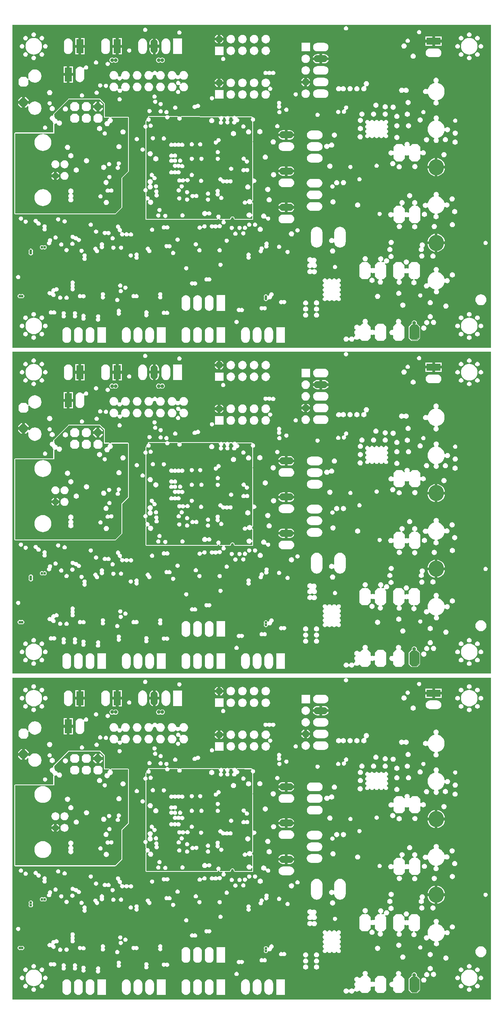
<source format=gbr>
G04 Generated on UCAM*
%FSLAX25Y25*%
%MOIN*%
%IPPOS*%
%ADD10C,0.00100*%
%ADD11C,0.00200*%
%ADD12C,0.00400*%
%ADD13C,0.00800*%
%ADD14C,0.01600*%
%ADD15R,0.06200X0.12200*%
%ADD16O,0.06200X0.12200*%
%ADD17O,0.12200X0.06200*%
%ADD18R,0.12200X0.06200*%
%AMBOXS*
$10=$1/2*$11=$2/2*$12=$10-$3*$13=$11-$4*
4,1-$6,8,0-$12,$11,$12,$11,$10,$13,$10,0-$13,$12,0-$11,0-$12,0-$11,0-$10,0-$13,0-$10,$13,0-$12,$11,$5*%
%ADD19BOXS,0.07203X0.07203X0.02110X0.02110X45.00X0*%
%ADD20C,0.05600*%
%ADD21BOXS,0.06399X0.06399X0.01874X0.01874X45.00X0*%
%ADD22O,0.13200X0.13800*%
%ADD23C,0.06110*%
%ADD24O,0.12010X0.06110*%
%ADD25C,0.02400*%
%ADD26C,0.03200*%
%ADD27C,0.03400*%
%ADD28C,0.03000*%
%ADD29C,0.09000*%
%SRX1Y1I0.00000J0.00000*%
%LN25543_layer3*%
%LPD*%
G36*
X524190Y488300D02*
X524590Y487710D01*
X525180Y487310*
X525890Y487170*
X526590Y487310*
X527180Y487710*
X527580Y488300*
X527720Y489010*
X527580Y489710*
X527180Y490300*
X526590Y490700*
X525890Y490840*
X525180Y490700*
X524590Y490300*
X524190Y489710*
X524050Y489010*
X472742*
X472340Y489280*
X471480Y489450*
X470630Y489280*
X469900Y488790*
X469410Y488060*
X469240Y487210*
X469410Y486350*
X469550Y486140*
X469720Y485490*
X469370Y485240*
X469000Y484990*
X468510Y484260*
X468340Y483410*
X445930*
X445760Y484260*
X445270Y484990*
X444540Y485480*
X443690Y485650*
X442830Y485480*
X442100Y484990*
X441610Y484260*
X441440Y483410*
X396191*
X396070Y483590*
X395340Y484080*
X394480Y484250*
X393630Y484080*
X392900Y483590*
X392410Y482860*
X392240Y482010*
X357412*
X357080Y482500*
X356490Y482900*
X355780Y483040*
X355080Y482900*
X354490Y482500*
X354090Y481910*
X353950Y481210*
X334382*
X334520Y481910*
X334380Y482610*
X334370Y482630*
X334780Y482910*
X335180Y483500*
X335320Y484210*
X335180Y484910*
X334780Y485500*
X334190Y485900*
X333640Y486010*
X335750*
X335890Y485300*
X336290Y484710*
X336880Y484310*
X337580Y484170*
X338290Y484310*
X338880Y484710*
X339280Y485300*
X339341Y485610*
X346750*
X346890Y484900*
X347290Y484310*
X347880Y483910*
X348590Y483770*
X349290Y483910*
X349880Y484310*
X350280Y484900*
X350420Y485610*
X350280Y486310*
X349880Y486900*
X349290Y487300*
X348590Y487440*
X347880Y487300*
X347290Y486900*
X346890Y486310*
X346750Y485610*
X339341*
X339420Y486010*
X339280Y486710*
X339000Y487130*
X339380Y487700*
X339520Y488410*
X339380Y489110*
X338980Y489700*
X338862Y489780*
X375920*
X376080Y488520*
X376570Y487350*
X377340Y486340*
X378350Y485570*
X379530Y485080*
X380780Y484910*
X382040Y485080*
X383220Y485570*
X384230Y486340*
X385000Y487350*
X385490Y488520*
X385650Y489780*
Y491110*
X391340*
X391510Y490250*
X392000Y489520*
X392730Y489030*
X393580Y488860*
X394440Y489030*
X395170Y489520*
X395230Y489610*
X395960Y489440*
X396080Y488520*
X396570Y487350*
X397340Y486340*
X398350Y485570*
X399530Y485080*
X400790Y484910*
X402040Y485080*
X403220Y485570*
X404230Y486340*
X405000Y487350*
X405490Y488520*
X405603Y489410*
X442540*
X442710Y488550*
X443200Y487820*
X443930Y487330*
X444790Y487160*
X445640Y487330*
X446370Y487820*
X446860Y488550*
X447030Y489410*
X446860Y490260*
X475940*
X482180*
X484580*
X490830*
X490780Y490830*
X490350Y492240*
X489650Y493540*
X488710Y494690*
X487570Y495620*
X486270Y496320*
X484860Y496750*
X484580Y496770*
Y490260*
X482180*
Y496770*
X481910Y496750*
X480500Y496320*
X479200Y495620*
X478060Y494690*
X477120Y493540*
X476420Y492240*
X475990Y490830*
X475940Y490260*
X446860*
X446370Y490990*
X445640Y491480*
X444790Y491650*
X443930Y491480*
X443200Y490990*
X442710Y490260*
X442540Y489410*
X405603*
X405650Y489780*
Y498030*
X405490Y499290*
X405000Y500460*
X404230Y501470*
X403220Y502250*
X402040Y502730*
X400790Y502900*
X399530Y502730*
X398350Y502250*
X397340Y501470*
X396570Y500460*
X396080Y499290*
X395920Y498030*
Y492830*
X395220Y492620*
X395170Y492690*
X394440Y493180*
X393580Y493350*
X392730Y493180*
X392000Y492690*
X391510Y491960*
X391340Y491110*
X385650*
Y498030*
X385490Y499290*
X385000Y500460*
X384230Y501470*
X383220Y502250*
X382040Y502730*
X380780Y502900*
X379530Y502730*
X378350Y502250*
X377340Y501470*
X376570Y500460*
X376080Y499290*
X375920Y498030*
Y489780*
X338862*
X338390Y490100*
X337680Y490240*
X336980Y490100*
X336390Y489700*
X335990Y489110*
X335850Y488410*
X335990Y487700*
X336270Y487280*
X335890Y486710*
X335750Y486010*
X333640*
X333490Y486040*
X332780Y485900*
X332190Y485500*
X331790Y484910*
X331650Y484210*
X331790Y483500*
X331800Y483480*
X331390Y483200*
X330990Y482610*
X330850Y481910*
X299047*
X299120Y482020*
X299260Y482720*
X299120Y483420*
X298720Y484020*
X298130Y484420*
X297430Y484560*
X296720Y484420*
X296130Y484020*
X295730Y483420*
X295590Y482720*
X281940*
X281800Y483420*
X281400Y484020*
X280810Y484420*
X280100Y484560*
X279400Y484420*
X278810Y484020*
X278410Y483420*
X278270Y482720*
X238773*
X238380Y483300*
X237790Y483700*
X237570Y483750*
X237620Y484010*
X237480Y484710*
X237080Y485300*
X236490Y485700*
X235790Y485840*
X235080Y485700*
X234490Y485300*
X234090Y484710*
X233950Y484010*
X214251*
X214380Y484200*
X214520Y484910*
X214380Y485610*
X213980Y486200*
X213965Y486210*
X250080*
X250220Y485500*
X250610Y484910*
X251210Y484510*
X251910Y484370*
X252610Y484510*
X253100Y484830*
X253580Y484510*
X254290Y484370*
X254990Y484510*
X255580Y484910*
X255980Y485500*
X256120Y486210*
X255980Y486910*
X255580Y487500*
X255093Y487830*
X275170*
X275310Y487130*
X275710Y486530*
X276310Y486140*
X277010Y486000*
X277710Y486140*
X278310Y486530*
X278710Y487130*
X278850Y487830*
X278710Y488530*
X278310Y489130*
X277710Y489530*
X277010Y489670*
X276310Y489530*
X275710Y489130*
X275310Y488530*
X275170Y487830*
X255093*
X254990Y487900*
X254290Y488040*
X253580Y487900*
X253100Y487580*
X252610Y487900*
X251910Y488040*
X251210Y487900*
X250610Y487500*
X250220Y486910*
X250080Y486210*
X213965*
X213390Y486600*
X212680Y486740*
X211980Y486600*
X211390Y486200*
X210990Y485610*
X210850Y484910*
X208000*
X207880Y485510*
X207480Y486100*
X206890Y486500*
X206190Y486640*
X205480Y486500*
X204890Y486100*
X204490Y485510*
X204350Y484810*
X198002*
X198120Y485410*
X197980Y486110*
X197650Y486610*
X197980Y487100*
X198120Y487810*
X197980Y488510*
X197580Y489100*
X196990Y489500*
X196280Y489640*
X195580Y489500*
X194990Y489100*
X194590Y488510*
X194450Y487810*
X194590Y487100*
X194920Y486610*
X194590Y486110*
X194450Y485410*
X191918*
X191490Y485700*
X190790Y485840*
X190080Y485700*
X189490Y485300*
X189090Y484710*
X188950Y484010*
X167409*
X167280Y484200*
X166690Y484600*
X165990Y484740*
X165280Y484600*
X164690Y484200*
X164290Y483610*
X164150Y482910*
X137000*
X136980Y483010*
X136580Y483600*
X135990Y484000*
X135280Y484140*
X134580Y484000*
X133990Y483600*
X133590Y483010*
X133450Y482310*
X133590Y481600*
X133860Y481210*
X133590Y480810*
X133450Y480110*
X119100*
Y485210*
X143050*
X143190Y484500*
X143590Y483910*
X144180Y483510*
X144890Y483370*
X145590Y483510*
X145980Y483780*
X146380Y483510*
X147080Y483370*
X147790Y483510*
X148380Y483910*
X148780Y484500*
X148920Y485210*
X148780Y485910*
X148380Y486500*
X147790Y486900*
X147080Y487040*
X146380Y486900*
X145980Y486640*
X145590Y486900*
X144890Y487040*
X144180Y486900*
X143590Y486500*
X143190Y485910*
X143050Y485210*
X119100*
Y488810*
X149150*
X149290Y488100*
X149690Y487510*
X150280Y487110*
X150990Y486970*
X151690Y487110*
X152280Y487510*
X152361Y487630*
X159570*
X159710Y486930*
X160110Y486330*
X160710Y485940*
X161410Y485800*
X162110Y485940*
X162710Y486330*
X163110Y486930*
X163250Y487630*
X163114Y488310*
X169150*
X169290Y487600*
X169690Y487010*
X170280Y486610*
X170980Y486470*
X171690Y486610*
X172280Y487010*
X172680Y487600*
X172820Y488310*
X172680Y489010*
X172280Y489600*
X171690Y490000*
X170980Y490140*
X170280Y490000*
X169690Y489600*
X169290Y489010*
X169150Y488310*
X163114*
X163110Y488330*
X162710Y488930*
X162110Y489330*
X161410Y489470*
X160710Y489330*
X160110Y488930*
X159710Y488330*
X159570Y487630*
X152361*
X152680Y488100*
X152820Y488810*
X152680Y489510*
X152670Y489530*
X153080Y489810*
X153480Y490400*
X153620Y491110*
X153480Y491810*
X153080Y492400*
X152490Y492800*
X151790Y492940*
X151080Y492800*
X150490Y492400*
X150090Y491810*
X149950Y491110*
X150090Y490400*
X150100Y490380*
X149690Y490100*
X149290Y489510*
X149150Y488810*
X119100*
Y493610*
X154650*
X154790Y492900*
X155190Y492310*
X155780Y491910*
X156480Y491770*
X157190Y491910*
X157780Y492310*
X158180Y492900*
X158320Y493610*
X158216Y494130*
X169380*
X169510Y493430*
X169910Y492830*
X170510Y492440*
X171210Y492300*
X171910Y492440*
X172600Y492050*
X172810Y491730*
X173410Y491340*
X174110Y491200*
X174810Y491340*
X174910Y490830*
X175310Y490230*
X175910Y489840*
X176610Y489700*
X177310Y489840*
X177910Y490230*
X178310Y490830*
X178450Y491530*
X178310Y492230*
X177910Y492830*
X177640Y493010*
X203650*
X203790Y492300*
X204190Y491710*
X204780Y491310*
X205490Y491170*
X206190Y491310*
X206780Y491710*
X206848Y491810*
X259450*
X259590Y491100*
X259990Y490510*
X260580Y490110*
X261280Y489970*
X261990Y490110*
X262580Y490510*
X262851Y490910*
X301650*
X301790Y490200*
X302190Y489610*
X302780Y489210*
X303480Y489070*
X304190Y489210*
X304780Y489610*
X305180Y490200*
X305320Y490910*
X305180Y491610*
X304780Y492200*
X304190Y492600*
X303480Y492740*
X302780Y492600*
X302190Y492200*
X301790Y491610*
X301650Y490910*
X262851*
X262980Y491100*
X263120Y491810*
X262980Y492510*
X262580Y493100*
X261990Y493500*
X261280Y493640*
X260580Y493500*
X259990Y493100*
X259590Y492510*
X259450Y491810*
X206848*
X207180Y492300*
X207320Y493010*
X207180Y493710*
X206780Y494300*
X206190Y494700*
X205490Y494840*
X204780Y494700*
X204190Y494300*
X203790Y493710*
X203650Y493010*
X177640*
X177310Y493230*
X176610Y493370*
X175910Y493230*
X175810Y493730*
X175410Y494330*
X174810Y494730*
X174110Y494870*
X173410Y494730*
X172720Y495110*
X172510Y495430*
X171910Y495830*
X171210Y495970*
X170510Y495830*
X169910Y495430*
X169510Y494830*
X169380Y494130*
X158216*
X158180Y494310*
X157780Y494900*
X157190Y495300*
X156480Y495440*
X155780Y495300*
X155190Y494900*
X154790Y494310*
X154650Y493610*
X119100*
Y498710*
X189450*
X189590Y498000*
X189990Y497410*
X190580Y497010*
X191290Y496870*
X191990Y497010*
X192580Y497410*
X192648Y497510*
X196950*
X197090Y496800*
X197490Y496210*
X198080Y495810*
X198780Y495670*
X199490Y495810*
X200080Y496210*
X200690*
X201280Y495810*
X201990Y495670*
X202690Y495810*
X203280Y496210*
X203680Y496800*
X203820Y497510*
X203680Y498210*
X203280Y498800*
X202690Y499200*
X201990Y499340*
X201280Y499200*
X200690Y498800*
X200080*
X199490Y499200*
X198780Y499340*
X198080Y499200*
X197490Y498800*
X197090Y498210*
X196950Y497510*
X192648*
X192980Y498000*
X193120Y498710*
X192980Y499410*
X192580Y500000*
X191990Y500400*
X191290Y500540*
X190580Y500400*
X189990Y500000*
X189590Y499410*
X189450Y498710*
X119100*
Y500610*
X145250*
X145390Y499900*
X145790Y499310*
X146380Y498910*
X147080Y498770*
X147790Y498910*
X148380Y499310*
X148780Y499900*
X148920Y500610*
X148780Y501310*
X148380Y501900*
Y501910*
X148780Y502500*
X148920Y503210*
X148780Y503910*
X148380Y504500*
X148070Y504710*
X184950*
X185090Y504000*
X185490Y503410*
X186080Y503010*
X186780Y502870*
X187490Y503010*
X208350*
X208490Y502300*
X208890Y501710*
X209480Y501310*
X209580Y501290*
X210080Y500780*
X209940Y500070*
X210080Y499370*
X210480Y498780*
X211080Y498380*
X211780Y498240*
X212000Y498280*
X212260Y497890*
X212340Y497640*
X211990Y497110*
X211850Y496410*
X211990Y495700*
X212390Y495110*
X212980Y494710*
X213690Y494570*
X214390Y494710*
X214980Y495110*
X215190Y495420*
X215980*
X216190Y495110*
X216780Y494710*
X217480Y494570*
X218190Y494710*
X218780Y495110*
X218960Y495380*
X219000Y495390*
X219770Y495340*
X219990Y495010*
X220580Y494610*
X221290Y494470*
X221990Y494610*
X222580Y495010*
X222980Y495600*
X223120Y496310*
X222980Y497010*
X309150*
X309290Y496300*
X309690Y495710*
X310280Y495310*
X310980Y495170*
X311690Y495310*
X312280Y495710*
X312680Y496300*
X312820Y497010*
X312800Y497110*
X315950*
X316090Y496400*
X316490Y495810*
X317080Y495410*
X317790Y495270*
X318490Y495410*
X319080Y495810*
X319480Y496400*
X319561Y496810*
X356940*
X357110Y495950*
X357600Y495220*
X358330Y494730*
X359190Y494560*
X360040Y494730*
X360770Y495220*
X361260Y495950*
X361430Y496810*
X361260Y497660*
X360770Y498390*
X360040Y498880*
X359190Y499050*
X358330Y498880*
X357600Y498390*
X357110Y497660*
X356940Y496810*
X319561*
X319620Y497110*
X319480Y497810*
X319080Y498400*
X318490Y498800*
X317790Y498940*
X317080Y498800*
X316490Y498400*
X316090Y497810*
X315950Y497110*
X312800*
X312680Y497710*
X312280Y498300*
X311690Y498700*
X310980Y498840*
X310280Y498700*
X309690Y498300*
X309290Y497710*
X309150Y497010*
X222980*
X222580Y497600*
X221990Y498000*
X221290Y498140*
X220580Y498000*
X219990Y497600*
X219810Y497330*
X219770Y497320*
X219000Y497370*
X218780Y497700*
X218190Y498100*
X217480Y498240*
X216780Y498100*
X216190Y497700*
X215980Y497400*
X215190*
X214980Y497700*
X214390Y498100*
X213690Y498240*
X213470Y498200*
X213200Y498590*
X213120Y498840*
X213470Y499370*
X213610Y500070*
X213563Y500310*
X237550*
X237690Y499600*
X238090Y499010*
X238680Y498610*
X239390Y498470*
X240090Y498610*
X240680Y499010*
X241080Y499600*
X241220Y500310*
X241080Y501010*
X240680Y501600*
X240090Y502000*
X239390Y502140*
X238680Y502000*
X238090Y501600*
X237690Y501010*
X237550Y500310*
X213563*
X213470Y500780*
X213080Y501370*
X212480Y501770*
X212380Y501790*
X211880Y502300*
X211882Y502310*
X247750*
X247890Y501600*
X248290Y501010*
X248880Y500610*
X249590Y500470*
X250290Y500610*
X250580Y500810*
X251080Y500950*
X251590Y500810*
X251880Y500610*
X252590Y500470*
X253290Y500610*
X253880Y501010*
X254280Y501600*
X254381Y502110*
X278450*
X278590Y501400*
X278990Y500810*
X279580Y500410*
X280290Y500270*
X280990Y500410*
X281580Y500810*
X281980Y501400*
X282100Y502030*
X282350Y502150*
X282800Y502230*
X283090Y501810*
X283680Y501410*
X284380Y501270*
X285090Y501410*
X285680Y501810*
X286080Y502400*
X286220Y503110*
X288950*
X289090Y502400*
X289490Y501810*
X290080Y501410*
X290790Y501270*
X291490Y501410*
X292080Y501810*
X292690*
X293280Y501410*
X293990Y501270*
X294690Y501410*
X295280Y501810*
X295460Y502080*
X296280Y502120*
X296290Y502110*
X296880Y501710*
X297590Y501570*
X298290Y501710*
X298438Y501810*
X306050*
X306190Y501100*
X306590Y500510*
X307180Y500110*
X307890Y499970*
X308590Y500110*
X309180Y500510*
X309580Y501100*
X309720Y501810*
X312750*
X312890Y501100*
X313290Y500510*
X313880Y500110*
X314580Y499970*
X315290Y500110*
X315880Y500510*
X316280Y501100*
X316420Y501810*
X316380Y502010*
X317350*
X317490Y501300*
X317890Y500710*
X318480Y500310*
X319180Y500170*
X319890Y500310*
X320480Y500710*
X330140*
X330310Y499850*
X330800Y499120*
X331530Y498630*
X332380Y498460*
X333240Y498630*
X333970Y499120*
X334433Y499810*
X362450*
X362590Y499100*
X362990Y498510*
X363580Y498110*
X364280Y497970*
X364990Y498110*
X365580Y498510*
X365980Y499100*
X366120Y499810*
X365980Y500510*
X365580Y501100*
X364990Y501500*
X364280Y501640*
X363580Y501500*
X362990Y501100*
X362590Y500510*
X362450Y499810*
X334433*
X334460Y499850*
X334630Y500710*
X334460Y501560*
X333970Y502290*
X333240Y502780*
X332380Y502950*
X331530Y502780*
X330800Y502290*
X330310Y501560*
X330140Y500710*
X320480*
X320880Y501300*
X321020Y502010*
X320880Y502710*
X320480Y503300*
X319890Y503700*
X319180Y503840*
X318480Y503700*
X317890Y503300*
X317490Y502710*
X317350Y502010*
X316380*
X316280Y502510*
X315880Y503100*
X315290Y503500*
X314580Y503640*
X313880Y503500*
X313290Y503100*
X312890Y502510*
X312750Y501810*
X309720*
X309580Y502510*
X309180Y503100*
X308590Y503500*
X307890Y503640*
X307180Y503500*
X306590Y503100*
X306190Y502510*
X306050Y501810*
X298438*
X298880Y502110*
X299280Y502700*
X299420Y503410*
X299280Y504110*
X298880Y504700*
X298865Y504710*
X321050*
X321190Y504000*
X321590Y503410*
X322180Y503010*
X322880Y502870*
X323590Y503010*
X324180Y503410*
X324580Y504000*
X324720Y504710*
X326050*
X326190Y504000*
X326590Y503410*
X327180Y503010*
X327890Y502870*
X328590Y503010*
X328738Y503110*
X449540*
X449710Y502250*
X450200Y501520*
X450930Y501030*
X451780Y500860*
X452640Y501030*
X453370Y501520*
X453860Y502250*
X453990Y502910*
X462740*
X462910Y502050*
X463400Y501320*
X464130Y500830*
X464980Y500660*
X465840Y500830*
X466570Y501320*
X467060Y502050*
X467230Y502910*
X467190Y503110*
X479540*
X479710Y502250*
X480200Y501520*
X480930Y501030*
X481790Y500860*
X482640Y501030*
X483370Y501520*
X483860Y502250*
X484030Y503110*
X483860Y503960*
X483370Y504690*
X483191Y504810*
X495040*
X495210Y503950*
X495700Y503220*
X496430Y502730*
X497280Y502560*
X498140Y502730*
X498870Y503220*
X499360Y503950*
X499530Y504810*
X499360Y505660*
X498870Y506390*
X498140Y506880*
X497280Y507050*
X496430Y506880*
X495700Y506390*
X495210Y505660*
X495040Y504810*
X483191*
X482640Y505180*
X481790Y505350*
X480930Y505180*
X480200Y504690*
X479710Y503960*
X479540Y503110*
X467190*
X467060Y503760*
X466570Y504490*
X465840Y504980*
X464980Y505150*
X464130Y504980*
X463400Y504490*
X462910Y503760*
X462740Y502910*
X453990*
X454030Y503110*
X453860Y503960*
X453370Y504690*
X452640Y505180*
X451780Y505350*
X450930Y505180*
X450200Y504690*
X449710Y503960*
X449540Y503110*
X328738*
X329180Y503410*
X329580Y504000*
X329720Y504710*
X329580Y505410*
X329180Y506000*
X328590Y506400*
X327890Y506540*
X327180Y506400*
X326590Y506000*
X326190Y505410*
X326050Y504710*
X324720*
X324580Y505410*
X324180Y506000*
X323590Y506400*
X322880Y506540*
X322180Y506400*
X321590Y506000*
X321190Y505410*
X321050Y504710*
X298865*
X298290Y505100*
X297590Y505240*
X296880Y505100*
X296290Y504700*
X296110Y504430*
X295290Y504400*
X295280*
X294690Y504800*
X293990Y504940*
X293280Y504800*
X292850Y504510*
X292390Y504450*
X291920Y504510*
X291490Y504800*
X290790Y504940*
X290080Y504800*
X289490Y504400*
X289090Y503810*
X288950Y503110*
X286220*
X286080Y503810*
X285680Y504400*
X285090Y504800*
X284380Y504940*
X283680Y504800*
X283090Y504400*
X282690Y503810*
X282570Y503180*
X282320Y503060*
X281870Y502980*
X281580Y503400*
X280990Y503800*
X280290Y503940*
X279580Y503800*
X278990Y503400*
X278590Y502810*
X278450Y502110*
X254381*
X254420Y502310*
X254280Y503010*
X253880Y503600*
X253290Y504000*
X252590Y504140*
X251880Y504000*
X251590Y503810*
X251080Y503660*
X250580Y503810*
X250290Y504000*
X249590Y504140*
X248880Y504000*
X248290Y503600*
X247890Y503010*
X247750Y502310*
X211882*
X212020Y503010*
X211880Y503710*
X211480Y504300*
X210890Y504700*
X210190Y504840*
X209480Y504700*
X208890Y504300*
X208490Y503710*
X208350Y503010*
X187490*
X188080Y503410*
X188480Y504000*
X188620Y504710*
X188480Y505410*
X188080Y506000*
X187490Y506400*
X186780Y506540*
X186080Y506400*
X185490Y506000*
X185090Y505410*
X184950Y504710*
X148070*
X147790Y504900*
X147080Y505040*
X146380Y504900*
X145790Y504500*
X145390Y503910*
X145250Y503210*
X145390Y502500*
X145790Y501910*
Y501900*
X145390Y501310*
X145250Y500610*
X119100*
Y507110*
X129050*
X129190Y506400*
X129590Y505810*
X130180Y505410*
X130890Y505270*
X131590Y505410*
X132180Y505810*
X132580Y506400*
X132720Y507110*
X132580Y507810*
X137550*
X137690Y507100*
X138090Y506510*
X138680Y506110*
X139380Y505970*
X139510Y506000*
X140150Y505610*
X140290Y504900*
X140690Y504310*
X141280Y503910*
X141980Y503770*
X142690Y503910*
X143280Y504310*
X143680Y504900*
X143820Y505610*
X143680Y506310*
X143280Y506900*
X142690Y507300*
X141980Y507440*
X141860Y507420*
X141220Y507810*
X141080Y508510*
X140680Y509100*
X140665Y509110*
X156950*
X157090Y508400*
X157490Y507810*
X158080Y507410*
X158780Y507270*
X159490Y507410*
X159638Y507510*
X162450*
X162590Y506800*
X162990Y506210*
X163580Y505810*
X164290Y505670*
X164990Y505810*
X165580Y506210*
X165980Y506800*
X166120Y507510*
X165980Y508210*
X165580Y508800*
X164990Y509200*
X164290Y509340*
X163580Y509200*
X162990Y508800*
X162590Y508210*
X162450Y507510*
X159638*
X160080Y507810*
X160480Y508400*
X160620Y509110*
X160480Y509810*
X160080Y510400*
X159490Y510800*
X158780Y510940*
X158080Y510800*
X157490Y510400*
X157090Y509810*
X156950Y509110*
X140665*
X140090Y509500*
X139380Y509640*
X138680Y509500*
X138090Y509100*
X137690Y508510*
X137550Y507810*
X132580*
X132180Y508400*
X131590Y508800*
X130890Y508940*
X130180Y508800*
X129590Y508400*
X129190Y507810*
X129050Y507110*
X119100*
Y509810*
X124950*
X125090Y509100*
X125490Y508510*
X126080Y508110*
X126790Y507970*
X127490Y508110*
X128080Y508510*
X128480Y509100*
X128620Y509810*
X128480Y510510*
X128080Y511100*
X127490Y511500*
X126790Y511640*
X126080Y511500*
X125490Y511100*
X125090Y510510*
X124950Y509810*
X119100*
Y514270*
X121240*
X121290Y514000*
X121440Y513770*
X121680Y513610*
X121950Y513560*
X207680*
X207950Y513610*
X208180Y513770*
X213500Y519080*
X213650Y519310*
X213710Y519590*
Y534310*
X231850*
X231990Y533600*
X232390Y533010*
X232980Y532610*
X233680Y532470*
X233870Y532320*
Y529430*
X233880Y529370*
Y529310*
X233910Y529230*
X233930Y529150*
X233960Y529110*
X233980Y529050*
X234070Y528860*
X233960Y528260*
X233790Y528010*
X233650Y527310*
X233790Y526600*
X233960Y526350*
X234070Y525760*
X233980Y525560*
X233960Y525510*
X233930Y525460*
X233910Y525380*
X233880Y525300*
Y525240*
X233870Y525190*
Y509510*
X233930Y509230*
X234080Y509000*
X234310Y508850*
X234580Y508790*
X295240*
X295270Y508800*
X295310*
X295410Y508830*
X295510Y508850*
X295540Y508870*
X295570Y508880*
X295660Y508940*
X295740Y509000*
X295760Y509030*
X295790Y509050*
X295840Y509150*
X295900Y509230*
Y509270*
X295920Y509300*
X296050Y509740*
X296390Y509670*
X296720Y509740*
X296850Y509300*
X296870Y509270*
Y509230*
X296930Y509150*
X296980Y509050*
X297010Y509030*
X297030Y509000*
X297110Y508940*
X297200Y508880*
X297230Y508870*
X297260Y508850*
X297360Y508830*
X297460Y508800*
X297500*
X297530Y508790*
X299660*
X299870Y508090*
X299590Y507900*
X299190Y507310*
X299050Y506610*
X299190Y505900*
X299590Y505310*
X300180Y504910*
X300890Y504770*
X301590Y504910*
X302180Y505310*
X302580Y505900*
X302720Y506610*
X302580Y507310*
X302180Y507900*
X301900Y508090*
X302110Y508790*
X306240*
X306270Y508800*
X306310*
X306410Y508830*
X306510Y508850*
X306540Y508870*
X306570Y508880*
X306650Y508940*
X306740Y509000*
X306760Y509030*
X306790Y509050*
X307100Y509440*
X307120Y509470*
X307150Y509500*
X307190Y509590*
X307240Y509690*
Y509720*
X307250Y509750*
Y509780*
X307360Y510330*
X307600Y510690*
X307960Y510930*
X308380Y511010*
X308810Y510930*
X309170Y510690*
X309410Y510330*
X309520Y509780*
Y509750*
X309530Y509720*
Y509690*
X309580Y509590*
X309620Y509500*
X309650Y509470*
X309670Y509440*
X309980Y509050*
X310010Y509030*
X310030Y509000*
X310120Y508940*
X310200Y508880*
X310230Y508870*
X310260Y508850*
X310360Y508830*
X310460Y508800*
X310500*
X310530Y508790*
X325480*
X325760Y508850*
X325990Y509000*
X326140Y509230*
X326200Y509510*
Y512010*
X333040*
X333210Y511150*
X333700Y510420*
X334430Y509930*
X335280Y509760*
X336140Y509930*
X336630Y510260*
X337260Y509840*
X337250Y509810*
X337390Y509100*
X337790Y508510*
X338380Y508110*
X339090Y507970*
X339790Y508110*
X340380Y508510*
X340780Y509100*
X340873Y509570*
X347990*
X348120Y508600*
X348490Y507700*
X349090Y506930*
X349860Y506340*
X350760Y505960*
X351720Y505840*
X357720*
X358690Y505960*
X359590Y506340*
X360360Y506930*
X360960Y507700*
X361330Y508600*
X361460Y509570*
X361330Y510530*
X360960Y511430*
X360360Y512210*
X359590Y512800*
X358690Y513170*
X357720Y513300*
X351720*
X350760Y513170*
X349860Y512800*
X349090Y512210*
X348490Y511430*
X348120Y510530*
X347990Y509570*
X340873*
X340920Y509810*
X340780Y510510*
X340380Y511100*
X339790Y511500*
X339090Y511640*
X338380Y511500*
X338100Y511320*
X337470Y511740*
X337530Y512010*
X337360Y512860*
X336870Y513590*
X336542Y513810*
X433050*
X433190Y513100*
X433590Y512510*
X434180Y512110*
X434880Y511970*
X435590Y512110*
X436180Y512510*
X436580Y513100*
X436621Y513310*
X442240*
X442410Y512450*
X442900Y511720*
X443630Y511230*
X444480Y511060*
X445340Y511230*
X446070Y511720*
X446130Y511820*
X446830Y511600*
Y508480*
X449260Y506060*
X454110*
X456540Y508480*
Y510890*
X457240Y511260*
X457430Y511130*
X458280Y510960*
X459140Y511130*
X459530Y511400*
X460240Y511020*
Y508480*
X462660Y506060*
X467510*
X469930Y508480*
Y513510*
X471140*
X471310Y512650*
X471800Y511920*
X472530Y511430*
X473390Y511260*
X474240Y511430*
X474970Y511920*
X475460Y512650*
X475630Y513510*
X475460Y514360*
X474970Y515090*
X474240Y515580*
X473390Y515750*
X472530Y515580*
X471800Y515090*
X471310Y514360*
X471140Y513510*
X469930*
Y518330*
X467510Y520760*
X466120*
X465905Y521310*
X471940*
X472110Y520450*
X472600Y519720*
X473330Y519230*
X474180Y519060*
X475040Y519230*
X475630Y519620*
X476200Y519530*
X476420Y519430*
X476700Y518490*
X477370Y517240*
X478270Y516140*
X479370Y515240*
X480620Y514570*
X481970Y514160*
X482120Y514150*
X482300Y513430*
X481800Y513090*
X481310Y512360*
X481140Y511510*
X481310Y510650*
X481800Y509920*
X482530Y509430*
X483380Y509260*
X484240Y509430*
X484970Y509920*
X485460Y510650*
X485630Y511510*
X485460Y512360*
X484970Y513090*
X484470Y513430*
X484650Y514150*
X484800Y514160*
X486150Y514570*
X487400Y515240*
X488219Y515910*
X497040*
X497210Y515050*
X497700Y514320*
X498430Y513830*
X499280Y513660*
X500140Y513830*
X500870Y514320*
X501360Y515050*
X501530Y515910*
X501360Y516760*
X500870Y517490*
X500140Y517980*
X499280Y518150*
X498430Y517980*
X497700Y517490*
X497210Y516760*
X497040Y515910*
X488219*
X488500Y516140*
X489400Y517240*
X490070Y518490*
X490420Y519630*
X490600Y519760*
X490950Y519880*
X491190Y519890*
X491730Y519530*
X492580Y519360*
X493440Y519530*
X494170Y520020*
X494660Y520750*
X494830Y521610*
X494660Y522460*
X494170Y523190*
X493440Y523680*
X492580Y523850*
X491730Y523680*
X491180Y523310*
X491050Y523300*
X490590Y523430*
X490400Y523550*
X490070Y524620*
X489400Y525880*
X488632Y526810*
X494840*
X495010Y525950*
X495500Y525220*
X496230Y524730*
X497080Y524560*
X497940Y524730*
X498670Y525220*
X499160Y525950*
X499330Y526810*
X499160Y527660*
X498670Y528390*
X497940Y528880*
X497080Y529050*
X496230Y528880*
X495500Y528390*
X495010Y527660*
X494840Y526810*
X488632*
X488500Y526970*
X487400Y527870*
X486150Y528540*
X485740Y528670*
X485450Y529490*
X485560Y529650*
X485730Y530510*
X485560Y531360*
X485070Y532090*
X484340Y532580*
X483480Y532750*
X482630Y532580*
X481900Y532090*
X481410Y531360*
X481240Y530510*
X481410Y529650*
X481570Y529420*
X481330Y528760*
X480620Y528540*
X479370Y527870*
X478270Y526970*
X477370Y525880*
X476700Y524620*
X476300Y523310*
X476210Y523240*
X475560Y523030*
X475040Y523380*
X474180Y523550*
X473330Y523380*
X472600Y522890*
X472110Y522160*
X471940Y521310*
X465905*
X465870Y521400*
X465880Y521460*
X466570Y521920*
X467060Y522650*
X467230Y523510*
X467060Y524360*
X466570Y525090*
X465840Y525580*
X464980Y525750*
X464130Y525580*
X463400Y525090*
X462910Y524360*
X462740Y523510*
X462910Y522650*
X463400Y521920*
X464090Y521460*
X464100Y521400*
X463850Y520760*
X462660*
X460240Y518330*
Y515390*
X459530Y515020*
X459140Y515280*
X458280Y515450*
X457430Y515280*
X457240Y515150*
X456540Y515520*
Y518330*
X454280Y520590*
X454420Y521330*
X454940Y521430*
X455670Y521920*
X456160Y522650*
X456330Y523510*
X456160Y524360*
X455670Y525090*
X454940Y525580*
X454090Y525750*
X453230Y525580*
X452500Y525090*
X452010Y524360*
X451840Y523510*
X452010Y522650*
X452500Y521920*
X453190Y521460*
X453200Y521400*
X452950Y520760*
X449260*
X446830Y518330*
Y515010*
X446130Y514800*
X446070Y514890*
X445340Y515380*
X444480Y515550*
X443630Y515380*
X442900Y514890*
X442410Y514160*
X442240Y513310*
X436621*
X436720Y513810*
X436580Y514510*
X436180Y515100*
X435590Y515500*
X434880Y515640*
X434180Y515500*
X433590Y515100*
X433190Y514510*
X433050Y513810*
X336542*
X336140Y514080*
X335280Y514250*
X334430Y514080*
X333700Y513590*
X333210Y512860*
X333040Y512010*
X326200*
Y512140*
X326180Y512240*
X326170Y512340*
X326150Y512380*
X326140Y512410*
X326120Y512450*
X326080Y512520*
X326040Y512690*
Y513120*
X326080Y513290*
X326100Y513330*
X326130Y513380*
X326140Y513400*
X326150Y513440*
X326170Y513470*
X326180Y513570*
X326200Y513670*
Y518370*
X347890*
X348230Y517550*
X348870Y516710*
X349710Y516070*
X350680Y515670*
X351720Y515530*
X353520*
X355920*
X357720*
X358770Y515670*
X359740Y516070*
X360580Y516710*
X361220Y517550*
X361560Y518370*
X355920*
Y515530*
X353520*
Y518370*
X347890*
X326200*
Y520310*
X372250*
X372380Y519340*
X372750Y518440*
X373350Y517670*
X374120Y517070*
X375020Y516700*
X375990Y516570*
X381980*
X382950Y516700*
X383850Y517070*
X384620Y517670*
X385220Y518440*
X385590Y519340*
X385720Y520310*
X385590Y521270*
X385491Y521510*
X413740*
X413910Y520650*
X414400Y519920*
X415130Y519430*
X415990Y519260*
X416840Y519430*
X417570Y519920*
X418060Y520650*
X418230Y521510*
X418060Y522360*
X417570Y523090*
X416840Y523580*
X415990Y523750*
X415130Y523580*
X414400Y523090*
X413910Y522360*
X413740Y521510*
X385491*
X385220Y522170*
X384620Y522950*
X383850Y523540*
X382950Y523910*
X381980Y524040*
X375990*
X375020Y523910*
X374120Y523540*
X373350Y522950*
X372750Y522170*
X372380Y521270*
X372250Y520310*
X326200*
Y520770*
X347890*
X353520*
X355920*
X361560*
X361220Y521580*
X360580Y522420*
X359740Y523060*
X358770Y523460*
X357720Y523600*
X355920*
Y520770*
X353520*
Y523600*
X351720*
X350680Y523460*
X349710Y523060*
X348870Y522420*
X348230Y521580*
X347890Y520770*
X326200*
Y522980*
X326190Y523010*
X326200Y523050*
X326160Y523150*
X326140Y523250*
X326120Y523280*
X326110Y523310*
X326050Y523390*
X325990Y523480*
X325960Y523500*
X325940Y523530*
X325850Y523580*
X325760Y523640*
X325720*
X325690Y523660*
X325320Y523770*
X325450Y524430*
X325320Y525090*
X325690Y525200*
X325720Y525220*
X325760Y525230*
X325850Y525290*
X325940Y525340*
X325960Y525360*
X325990Y525380*
X326050Y525470*
X326110Y525550*
X326120Y525580*
X326140Y525610*
X326160Y525720*
X326200Y525820*
X326190Y525850*
X326200Y525890*
Y526010*
X337740*
X337910Y525150*
X338400Y524420*
X339130Y523930*
X339980Y523760*
X340840Y523930*
X341257Y524210*
X392640*
X392810Y523350*
X393300Y522620*
X394030Y522130*
X394880Y521960*
X395740Y522130*
X396470Y522620*
X396960Y523350*
X397130Y524210*
X396960Y525060*
X396470Y525790*
X395740Y526280*
X394880Y526450*
X394030Y526280*
X393300Y525790*
X392810Y525060*
X392640Y524210*
X341257*
X341570Y524420*
X342060Y525150*
X342230Y526010*
X342060Y526860*
X341570Y527590*
X340840Y528080*
X339980Y528250*
X339130Y528080*
X338400Y527590*
X337910Y526860*
X337740Y526010*
X326200*
Y530310*
X372250*
X372380Y529340*
X372750Y528440*
X373350Y527670*
X374120Y527070*
X375020Y526700*
X375990Y526570*
X381980*
X382950Y526700*
X383850Y527070*
X384620Y527670*
X385220Y528440*
X385590Y529340*
X385626Y529610*
X458340*
X458510Y528750*
X459000Y528020*
X459730Y527530*
X460590Y527360*
X461440Y527530*
X462170Y528020*
X462660Y528750*
X462830Y529610*
X462660Y530460*
X462170Y531190*
X461440Y531680*
X460590Y531850*
X459730Y531680*
X459000Y531190*
X458510Y530460*
X458340Y529610*
X385626*
X385720Y530310*
X385590Y531270*
X385220Y532170*
X384620Y532950*
X383850Y533540*
X382950Y533910*
X381980Y534040*
X375990*
X375020Y533910*
X374120Y533540*
X373350Y532950*
X372750Y532170*
X372380Y531270*
X372250Y530310*
X326200*
Y534910*
X336640*
X336810Y534050*
X337300Y533320*
X338030Y532830*
X338880Y532660*
X339740Y532830*
X340470Y533320*
X340960Y534050*
X341130Y534910*
X340960Y535760*
X340470Y536490*
X339740Y536980*
X338880Y537150*
X338030Y536980*
X337300Y536490*
X336810Y535760*
X336640Y534910*
X326200*
Y540020*
X326900Y540530*
X327190Y540470*
X327890Y540610*
X327979Y540670*
X347990*
X348120Y539700*
X348490Y538800*
X349090Y538030*
X349860Y537440*
X350760Y537060*
X351720Y536940*
X357720*
X358690Y537060*
X359590Y537440*
X360360Y538030*
X360960Y538800*
X361330Y539700*
X361412Y540310*
X372250*
X372380Y539340*
X372750Y538440*
X373350Y537670*
X374120Y537070*
X375020Y536700*
X375990Y536570*
X381980*
X382950Y536700*
X383850Y537070*
X384286Y537410*
X392450*
X392590Y536700*
X392990Y536110*
X393580Y535710*
X394290Y535570*
X394990Y535710*
X395580Y536110*
X395980Y536700*
X396120Y537410*
X395980Y538110*
X395580Y538700*
X394990Y539100*
X394290Y539240*
X393580Y539100*
X392990Y538700*
X392590Y538110*
X392450Y537410*
X384286*
X384620Y537670*
X385220Y538440*
X385590Y539340*
X385720Y540310*
X385652Y540810*
X395740*
X395910Y539950*
X396400Y539220*
X397130Y538730*
X397990Y538560*
X398840Y538730*
X399570Y539220*
X400060Y539950*
X400230Y540810*
X401540*
X401710Y539950*
X402200Y539220*
X402930Y538730*
X403780Y538560*
X404640Y538730*
X405370Y539220*
X405860Y539950*
X406030Y540810*
X405860Y541660*
X405370Y542390*
X404640Y542880*
X403780Y543050*
X402930Y542880*
X402200Y542390*
X401710Y541660*
X401540Y540810*
X400230*
X400060Y541660*
X399570Y542390*
X398840Y542880*
X397990Y543050*
X397130Y542880*
X396400Y542390*
X395910Y541660*
X395740Y540810*
X385652*
X385590Y541270*
X385220Y542170*
X384620Y542950*
X383850Y543540*
X383631Y543630*
X415680*
X415810Y542930*
X416210Y542330*
X416810Y541940*
X417510Y541800*
X418210Y541940*
X418810Y542330*
X419210Y542930*
X419350Y543630*
X419210Y544330*
X418810Y544930*
X418210Y545330*
X417510Y545470*
X416810Y545330*
X416210Y544930*
X415810Y544330*
X415680Y543630*
X383631*
X382950Y543910*
X381980Y544040*
X375990*
X375020Y543910*
X374120Y543540*
X373350Y542950*
X372750Y542170*
X372380Y541270*
X372250Y540310*
X361412*
X361460Y540670*
X361330Y541640*
X360960Y542540*
X360360Y543310*
X359590Y543900*
X358690Y544270*
X357720Y544400*
X351720*
X350760Y544270*
X349860Y543900*
X349090Y543310*
X348490Y542540*
X348120Y541640*
X347990Y540670*
X327979*
X328480Y541010*
X328880Y541600*
X329020Y542310*
X328880Y543010*
X328480Y543600*
X327890Y544000*
X327190Y544140*
X326900Y544080*
X326200Y544590*
Y547510*
X341540*
X341710Y546650*
X342200Y545920*
X342930Y545430*
X343780Y545260*
X344640Y545430*
X345370Y545920*
X345860Y546650*
X346030Y547510*
X345860Y548360*
X345370Y549090*
X344804Y549470*
X347890*
X348230Y548650*
X348870Y547820*
X349710Y547180*
X350680Y546770*
X351720Y546630*
X353520*
X355920*
X357720*
X358770Y546770*
X359740Y547180*
X360580Y547820*
X361220Y548650*
X361560Y549470*
X355920*
Y546630*
X353520*
Y549470*
X347890*
X344804*
X344640Y549580*
X343780Y549750*
X342930Y549580*
X342200Y549090*
X341710Y548360*
X341540Y547510*
X326200*
Y551870*
X347890*
X353520*
X355920*
X361560*
X361220Y552690*
X360580Y553520*
X359740Y554160*
X358770Y554570*
X357720Y554700*
X355920*
Y551870*
X353520*
Y554700*
X351720*
X350680Y554570*
X349710Y554160*
X348870Y553520*
X348230Y552690*
X347890Y551870*
X326200*
Y554910*
X389940*
X390110Y554050*
X390600Y553320*
X391330Y552830*
X392180Y552660*
X393040Y552830*
X393770Y553320*
X394260Y554050*
X394292Y554210*
X407850*
X407990Y553500*
X408390Y552910*
X408980Y552510*
X409680Y552370*
X410390Y552510*
X410980Y552910*
X411380Y553500*
X411520Y554210*
X411380Y554910*
X411109Y555310*
X430450*
X430590Y554600*
X430990Y554010*
X431580Y553610*
X432290Y553470*
X432990Y553610*
X433580Y554010*
X433851Y554410*
X449440*
X449610Y553550*
X450100Y552820*
X450830Y552330*
X451680Y552160*
X452540Y552330*
X453270Y552820*
X453760Y553550*
X453930Y554410*
X453910Y554510*
X462940*
X463110Y553650*
X463600Y552920*
X464330Y552430*
X465190Y552260*
X466040Y552430*
X466681Y552860*
X475940*
X475990Y552290*
X476420Y550870*
X477120Y549570*
X478060Y548430*
X479200Y547490*
X480500Y546790*
X481910Y546360*
X482180Y546340*
X484580*
X484860Y546360*
X486270Y546790*
X487570Y547490*
X488710Y548430*
X489650Y549570*
X490350Y550870*
X490780Y552290*
X490830Y552860*
X484580*
Y546340*
X482180*
Y552860*
X475940*
X466681*
X466770Y552920*
X467260Y553650*
X467430Y554510*
X467280Y555260*
X475940*
X482180*
X484580*
X490830*
X490780Y555830*
X490350Y557240*
X489650Y558540*
X488710Y559690*
X487570Y560620*
X486270Y561320*
X484860Y561750*
X484580Y561770*
Y555260*
X482180*
Y561770*
X481910Y561750*
X480500Y561320*
X479200Y560620*
X478060Y559690*
X477120Y558540*
X476420Y557240*
X475990Y555830*
X475940Y555260*
X467280*
X467260Y555360*
X466770Y556090*
X466040Y556580*
X465190Y556750*
X464330Y556580*
X463600Y556090*
X463110Y555360*
X462940Y554510*
X453910*
X453760Y555260*
X453270Y555990*
X452540Y556480*
X451680Y556650*
X450830Y556480*
X450100Y555990*
X449610Y555260*
X449440Y554410*
X433851*
X433980Y554600*
X434120Y555310*
X433980Y556010*
X433580Y556600*
X432990Y557000*
X432940Y557010*
X443840*
X444010Y556150*
X444500Y555420*
X445230Y554930*
X446080Y554760*
X446940Y554930*
X447670Y555420*
X448160Y556150*
X448330Y557010*
X448160Y557860*
X447670Y558590*
X446940Y559080*
X446080Y559250*
X445230Y559080*
X444500Y558590*
X444010Y557860*
X443840Y557010*
X432940*
X432290Y557140*
X431580Y557000*
X430990Y556600*
X430590Y556010*
X430450Y555310*
X411109*
X410980Y555500*
X410390Y555900*
X409680Y556040*
X408980Y555900*
X408390Y555500*
X407990Y554910*
X407850Y554210*
X394292*
X394430Y554910*
X394260Y555760*
X393770Y556490*
X393040Y556980*
X392180Y557150*
X391330Y556980*
X390600Y556490*
X390110Y555760*
X389940Y554910*
X326200*
Y562810*
X334340*
X334510Y561950*
X335000Y561220*
X335730Y560730*
X336580Y560560*
X337440Y560730*
X338170Y561220*
X338499Y561710*
X372350*
X372480Y560740*
X372850Y559840*
X373450Y559070*
X374220Y558470*
X375120Y558100*
X376080Y557970*
X382080*
X383050Y558100*
X383950Y558470*
X384720Y559070*
X385320Y559840*
X385690Y560740*
X385820Y561710*
X385690Y562670*
X385320Y563570*
X384720Y564350*
X383950Y564940*
X383050Y565310*
X382080Y565440*
X376080*
X375120Y565310*
X374220Y564940*
X373450Y564350*
X372850Y563570*
X372480Y562670*
X372350Y561710*
X338499*
X338660Y561950*
X338830Y562810*
X338660Y563660*
X338170Y564390*
X337440Y564880*
X336580Y565050*
X335730Y564880*
X335000Y564390*
X334510Y563660*
X334340Y562810*
X326200*
Y566310*
X442340*
X442510Y565450*
X443000Y564720*
X443730Y564230*
X444580Y564060*
X445440Y564230*
X446130Y564700*
X446340Y564650*
X446830Y564450*
Y561480*
X449260Y559060*
X454110*
X456540Y561480*
Y564050*
X457240Y564430*
X457530Y564230*
X458380Y564060*
X459240Y564230*
X459530Y564430*
X460240Y564050*
Y561480*
X462660Y559060*
X467510*
X469930Y561480*
Y564850*
X470630Y565070*
X470800Y564820*
X471530Y564330*
X472380Y564160*
X473240Y564330*
X473955Y564810*
X487840*
X488010Y563950*
X488500Y563220*
X489230Y562730*
X490080Y562560*
X490940Y562730*
X491670Y563220*
X492160Y563950*
X492330Y564810*
X492160Y565660*
X491670Y566390*
X490940Y566880*
X490080Y567050*
X489230Y566880*
X488500Y566390*
X488010Y565660*
X487840Y564810*
X473955*
X473970Y564820*
X474460Y565550*
X474630Y566410*
X474460Y567260*
X473970Y567990*
X473240Y568480*
X472380Y568650*
X471530Y568480*
X470800Y567990*
X470630Y567750*
X469930Y567960*
Y571330*
X467510Y573760*
X462660*
X461090Y572190*
X460550Y572630*
X460560Y572650*
X460730Y573510*
X460560Y574360*
X460070Y575090*
X459340Y575580*
X458480Y575750*
X457630Y575580*
X456900Y575090*
X456410Y574360*
X456240Y573510*
X456410Y572650*
X456520Y572480*
X456130Y571820*
X456040Y571830*
X454110Y573760*
X449260*
X446830Y571330*
Y568160*
X446340Y567960*
X446130Y567920*
X445440Y568380*
X444580Y568550*
X443730Y568380*
X443000Y567890*
X442510Y567160*
X442340Y566310*
X326200*
Y571770*
X347990*
X348120Y570810*
X348490Y569910*
X349090Y569130*
X349860Y568540*
X350760Y568170*
X351720Y568040*
X357720*
X358690Y568170*
X359590Y568540*
X360360Y569130*
X360960Y569910*
X361330Y570810*
X361452Y571710*
X372350*
X372480Y570740*
X372850Y569840*
X373450Y569070*
X374220Y568470*
X375120Y568100*
X376080Y567970*
X382080*
X383050Y568100*
X383950Y568470*
X384720Y569070*
X385320Y569840*
X385690Y570740*
X385820Y571710*
X385790Y571930*
X387270*
X387440Y571070*
X387920Y570350*
X388650Y569860*
X389510Y569690*
X390370Y569860*
X391100Y570350*
X391580Y571070*
X391620Y571100*
X392340Y571300*
X392850Y570960*
X393710Y570790*
X394570Y570960*
X395300Y571450*
X395780Y572170*
X395950Y573030*
X395780Y573890*
X395300Y574620*
X394570Y575100*
X393710Y575270*
X392850Y575100*
X392120Y574620*
X391640Y573890*
X391600Y573870*
X390880Y573660*
X390370Y574000*
X389510Y574170*
X388650Y574000*
X387920Y573520*
X387440Y572790*
X387270Y571930*
X385790*
X385690Y572670*
X385320Y573570*
X384720Y574350*
X383950Y574940*
X383050Y575310*
X382080Y575440*
X376080*
X375120Y575310*
X374220Y574940*
X373450Y574350*
X372850Y573570*
X372480Y572670*
X372350Y571710*
X361452*
X361460Y571770*
X361330Y572740*
X360960Y573640*
X360360Y574410*
X359590Y575000*
X358690Y575380*
X357720Y575500*
X351720*
X350760Y575380*
X349860Y575000*
X349090Y574410*
X348490Y573640*
X348120Y572740*
X347990Y571770*
X326200*
Y575090*
X326190Y575160*
Y575230*
X326070Y575810*
X341240*
X341410Y574950*
X341900Y574220*
X342630Y573730*
X343480Y573560*
X344340Y573730*
X345070Y574220*
X345560Y574950*
X345730Y575810*
X345560Y576660*
X345070Y577390*
X344340Y577880*
X343480Y578050*
X342630Y577880*
X341900Y577390*
X341410Y576660*
X341240Y575810*
X326070*
X326190Y576390*
Y576460*
X326200Y576530*
Y580570*
X347890*
X348230Y579750*
X348870Y578920*
X349710Y578280*
X350680Y577870*
X351720Y577740*
X353520*
X355920*
X357720*
X358770Y577870*
X359740Y578280*
X360580Y578920*
X361220Y579750*
X361560Y580570*
X355920*
Y577740*
X353520*
Y580570*
X347890*
X326200*
Y581710*
X372350*
X372480Y580740*
X372850Y579840*
X373450Y579070*
X374220Y578470*
X375120Y578100*
X376080Y577970*
X382080*
X383050Y578100*
X383950Y578470*
X384720Y579070*
X385320Y579840*
X385690Y580740*
X385809Y581630*
X393770*
X393940Y580770*
X394420Y580050*
X395150Y579560*
X396010Y579390*
X396870Y579560*
X397540Y580010*
X415940*
X416110Y579150*
X416600Y578420*
X417330Y577930*
X418180Y577760*
X419040Y577930*
X419770Y578420*
X420260Y579150*
X420430Y580010*
X420260Y580860*
X420247Y580880*
X422460*
X422600Y580180*
X423000Y579590*
X423600Y579190*
X424300Y579050*
X425000Y579190*
X425600Y579590*
X425910Y580060*
X426270Y580120*
X426330*
X426680Y580060*
X427000Y579590*
X427600Y579190*
X428300Y579050*
X429000Y579190*
X429600Y579590*
X429910Y580060*
X430270Y580120*
X430330*
X430680Y580060*
X431000Y579590*
X431600Y579190*
X432300Y579050*
X433000Y579190*
X433600Y579590*
X433910Y580060*
X434270Y580120*
X434330*
X434680Y580060*
X435000Y579590*
X435600Y579190*
X436300Y579050*
X437000Y579190*
X437600Y579590*
X437910Y580060*
X438270Y580120*
X438330*
X438680Y580060*
X439000Y579590*
X439600Y579190*
X440300Y579050*
X441000Y579190*
X441600Y579590*
X441613Y579610*
X447440*
X447610Y578750*
X448100Y578020*
X448830Y577530*
X449690Y577360*
X450540Y577530*
X450659Y577610*
X472940*
X473110Y576750*
X473600Y576020*
X474330Y575530*
X475190Y575360*
X476040Y575530*
X476770Y576020*
X477260Y576750*
X477430Y577610*
X477260Y578460*
X476770Y579190*
X476040Y579680*
X475190Y579850*
X474330Y579680*
X473600Y579190*
X473110Y578460*
X472940Y577610*
X450659*
X451270Y578020*
X451760Y578750*
X451930Y579610*
X451760Y580460*
X451270Y581190*
X450540Y581680*
X449690Y581850*
X448830Y581680*
X448100Y581190*
X447610Y580460*
X447440Y579610*
X441613*
X441990Y580180*
X442130Y580880*
X441990Y581590*
X441600Y582180*
X441120Y582500*
X441060Y582860*
Y582910*
X441120Y583270*
X441600Y583590*
X441990Y584180*
X442130Y584880*
X441990Y585590*
X441600Y586180*
X441480Y586260*
X476150*
X476290Y584840*
X476700Y583490*
X477370Y582240*
X478270Y581140*
X479370Y580240*
X480620Y579570*
X481540Y579290*
X481630Y579140*
X481770Y578490*
X481410Y577960*
X481240Y577110*
X481410Y576250*
X481900Y575520*
X482630Y575030*
X483480Y574860*
X484340Y575030*
X485070Y575520*
X485560Y576250*
X485730Y577110*
X485610Y577710*
X489140*
X489310Y576850*
X489800Y576120*
X490530Y575630*
X491380Y575460*
X491633Y575510*
X497440*
X497610Y574650*
X498100Y573920*
X498830Y573430*
X499690Y573260*
X500540Y573430*
X501270Y573920*
X501760Y574650*
X501930Y575510*
X501760Y576360*
X501270Y577090*
X500540Y577580*
X499690Y577750*
X498830Y577580*
X498100Y577090*
X497610Y576360*
X497440Y575510*
X491633*
X492240Y575630*
X492970Y576120*
X493460Y576850*
X493630Y577710*
X493460Y578560*
X492970Y579290*
X492240Y579780*
X491380Y579950*
X490530Y579780*
X489800Y579290*
X489310Y578560*
X489140Y577710*
X485610*
X485560Y577960*
X485170Y578540*
X485270Y579120*
X485370Y579330*
X486150Y579570*
X487400Y580240*
X488500Y581140*
X489400Y582240*
X489974Y583310*
X497540*
X497710Y582450*
X498200Y581720*
X498930Y581230*
X499780Y581060*
X500640Y581230*
X501370Y581720*
X501860Y582450*
X502030Y583310*
X501860Y584160*
X501370Y584890*
X500640Y585380*
X499780Y585550*
X498930Y585380*
X498200Y584890*
X497710Y584160*
X497540Y583310*
X489974*
X490070Y583490*
X490480Y584840*
X490490Y584970*
X491210Y585150*
X491500Y584720*
X492230Y584230*
X493090Y584060*
X493940Y584230*
X494670Y584720*
X495160Y585450*
X495330Y586310*
X495160Y587160*
X494670Y587890*
X493940Y588380*
X493090Y588550*
X492230Y588380*
X491500Y587890*
X491260Y587530*
X490540Y587710*
X490480Y588270*
X490070Y589620*
X489400Y590880*
X488500Y591970*
X487400Y592870*
X486150Y593540*
X485160Y593840*
X485136Y594010*
X497850*
X497990Y593300*
X498390Y592710*
X498980Y592310*
X499690Y592170*
X500390Y592310*
X500980Y592710*
X501380Y593300*
X501520Y594010*
X501380Y594710*
X500980Y595300*
X500390Y595700*
X499690Y595840*
X498980Y595700*
X498390Y595300*
X497990Y594710*
X497850Y594010*
X485136*
X485050Y594610*
X485070Y594620*
X485560Y595350*
X485730Y596210*
X485560Y597060*
X485070Y597790*
X484340Y598280*
X483480Y598450*
X482630Y598280*
X481900Y597790*
X481410Y597060*
X481240Y596210*
X481410Y595350*
X481900Y594620*
X481910Y594560*
X481740Y593880*
X480620Y593540*
X479370Y592870*
X478270Y591970*
X477370Y590880*
X476700Y589620*
X476290Y588270*
X476150Y586860*
Y586260*
X441480*
X441120Y586500*
X441060Y586860*
Y586910*
X441120Y587270*
X441600Y587590*
X441990Y588180*
X442130Y588880*
X441990Y589590*
X441977Y589610*
X447440*
X447610Y588750*
X448100Y588020*
X448830Y587530*
X449690Y587360*
X450540Y587530*
X451270Y588020*
X451760Y588750*
X451930Y589610*
X457440*
X457610Y588750*
X458100Y588020*
X458830Y587530*
X459680Y587360*
X460540Y587530*
X461270Y588020*
X461760Y588750*
X461930Y589610*
X461760Y590460*
X461270Y591190*
X460540Y591680*
X459680Y591850*
X458830Y591680*
X458100Y591190*
X457610Y590460*
X457440Y589610*
X451930*
X451760Y590460*
X451270Y591190*
X450540Y591680*
X449690Y591850*
X448830Y591680*
X448100Y591190*
X447610Y590460*
X447440Y589610*
X441977*
X441600Y590180*
X441120Y590500*
X441060Y590860*
Y590910*
X441120Y591270*
X441600Y591590*
X441990Y592180*
X442130Y592880*
X441990Y593590*
X441600Y594180*
X441000Y594580*
X440850Y594610*
X467440*
X467610Y593750*
X468100Y593020*
X468830Y592530*
X469680Y592360*
X470540Y592530*
X471270Y593020*
X471760Y593750*
X471930Y594610*
X471760Y595460*
X471270Y596190*
X470540Y596680*
X469680Y596850*
X468830Y596680*
X468100Y596190*
X467610Y595460*
X467440Y594610*
X440850*
X440300Y594720*
X439600Y594580*
X439000Y594180*
X438680Y593710*
X438330Y593640*
X438270*
X437910Y593710*
X437600Y594180*
X437000Y594580*
X436300Y594720*
X435600Y594580*
X435000Y594180*
X434680Y593710*
X434330Y593640*
X434270*
X433910Y593710*
X433600Y594180*
X433000Y594580*
X432300Y594720*
X431600Y594580*
X431000Y594180*
X430680Y593710*
X430330Y593640*
X430270*
X429910Y593710*
X429600Y594180*
X429000Y594580*
X428300Y594720*
X427600Y594580*
X427000Y594180*
X426680Y593710*
X426330Y593640*
X426270*
X425910Y593710*
X425600Y594180*
X425000Y594580*
X424300Y594720*
X423600Y594580*
X423000Y594180*
X422600Y593590*
X422460Y592880*
X422600Y592180*
X423000Y591590*
X423480Y591270*
X423540Y590910*
Y590860*
X423480Y590500*
X423000Y590180*
X422600Y589590*
X422460Y588880*
X422600Y588180*
X423000Y587590*
X423480Y587270*
X423540Y586910*
Y586860*
X423480Y586500*
X423000Y586180*
X422600Y585590*
X422460Y584880*
X422600Y584180*
X423000Y583590*
X423480Y583270*
X423540Y582910*
Y582860*
X423480Y582500*
X423000Y582180*
X422600Y581590*
X422460Y580880*
X420247*
X419770Y581590*
X419040Y582080*
X418180Y582250*
X417330Y582080*
X416600Y581590*
X416110Y580860*
X415940Y580010*
X397540*
X397600Y580050*
X398080Y580770*
X398250Y581630*
X398080Y582490*
X397600Y583220*
X396870Y583700*
X396010Y583870*
X395150Y583700*
X394420Y583220*
X393940Y582490*
X393770Y581630*
X385809*
X385820Y581710*
X385690Y582670*
X385320Y583570*
X384720Y584350*
X383950Y584940*
X383050Y585310*
X382080Y585440*
X376080*
X375120Y585310*
X374220Y584940*
X373450Y584350*
X372850Y583570*
X372480Y582670*
X372350Y581710*
X326200*
Y584510*
X329740*
X329910Y583650*
X330400Y582920*
X331130Y582430*
X331980Y582260*
X332840Y582430*
X333570Y582920*
X333604Y582970*
X347890*
X353520*
X355920*
X361560*
X361220Y583790*
X360580Y584620*
X359740Y585270*
X358770Y585670*
X357720Y585810*
X355920*
Y582970*
X353520*
Y585810*
X351720*
X350680Y585670*
X349710Y585270*
X348870Y584620*
X348230Y583790*
X347890Y582970*
X333604*
X334060Y583650*
X334230Y584510*
X334060Y585360*
X333570Y586090*
X332840Y586580*
X331980Y586750*
X331130Y586580*
X330400Y586090*
X329910Y585360*
X329740Y584510*
X326200*
Y587210*
X416040*
X416210Y586350*
X416700Y585620*
X417430Y585130*
X418280Y584960*
X419140Y585130*
X419870Y585620*
X420360Y586350*
X420530Y587210*
X420360Y588060*
X419870Y588790*
X419140Y589280*
X418280Y589450*
X417430Y589280*
X416700Y588790*
X416210Y588060*
X416040Y587210*
X326200*
Y589310*
X345150*
X345290Y588600*
X345690Y588010*
X346280Y587610*
X346990Y587470*
X347690Y587610*
X348280Y588010*
X348680Y588600*
X348820Y589310*
X348680Y590010*
X348280Y590600*
X347690Y591000*
X346990Y591140*
X346280Y591000*
X345690Y590600*
X345290Y590010*
X345150Y589310*
X326200*
Y593190*
X326790Y593310*
X327380Y593710*
X327780Y594300*
X327782Y594310*
X416140*
X416310Y593450*
X416800Y592720*
X417530Y592230*
X418380Y592060*
X419240Y592230*
X419970Y592720*
X420460Y593450*
X420630Y594310*
X420460Y595160*
X419970Y595890*
X419240Y596380*
X418380Y596550*
X417530Y596380*
X416800Y595890*
X416310Y595160*
X416140Y594310*
X327782*
X327920Y595010*
X327780Y595710*
X327380Y596300*
X326790Y596700*
X326080Y596840*
X326060*
X325450Y597180*
X325390Y597270*
X325340Y597360*
X325320Y597380*
X325300Y597410*
X325210Y597470*
X325130Y597540*
X325100Y597550*
X325070Y597570*
X324960Y597590*
X324860Y597620*
X324830*
X324790*
X312740Y597660*
X312670Y597650*
X312600*
X312530Y597620*
X312460Y597610*
X312410Y597570*
X312340Y597550*
X311800*
X311580Y597600*
X310990Y598000*
X310280Y598140*
X309580Y598000*
X309300Y597810*
X308940Y597610*
X308460Y597620*
X308360Y597640*
X308260Y597670*
X308220*
X308190Y597680*
X306280*
X306250*
X306210*
X306110Y597650*
X306010Y597630*
X305980Y597610*
X305940Y597600*
X305380Y597500*
X304790Y597900*
X304080Y598040*
X303380Y597900*
X303040Y597670*
X302600Y597550*
X302170Y597640*
X302070Y597660*
X301970Y597690*
X301930*
X301900Y597700*
X300910*
X300870Y597690*
X300840Y597700*
X300740Y597670*
X300630Y597650*
X300600Y597630*
X300570Y597620*
X300010Y597530*
X299410Y597930*
X298710Y598070*
X298010Y597930*
X297660Y597690*
X297230Y597570*
X296790Y597660*
X296690Y597680*
X296590Y597710*
X296550*
X296520Y597720*
X264880Y597820*
X264780Y597800*
X264680Y597790*
X264650Y597770*
X264610*
X264520Y597710*
X264430Y597660*
X264410Y597630*
X264380Y597610*
X264320Y597530*
X264250Y597440*
X263900Y597360*
X263690Y597500*
X262980Y597640*
X262280Y597500*
X261600Y597620*
X261570Y597640*
X261550Y597670*
X261460Y597720*
X261370Y597780*
X261340*
X261300Y597800*
X261200Y597810*
X261100Y597830*
X254620Y597850*
X254580*
X254540*
X254440Y597820*
X254340Y597800*
X254310Y597780*
X254280Y597770*
X254160Y597790*
X253880Y598200*
X253290Y598600*
X252590Y598740*
X251880Y598600*
X251290Y598200*
X250820Y597810*
X250720Y597830*
X250620Y597860*
X250580*
X250550Y597870*
X236650Y597910*
X236540Y597890*
X236440Y597880*
X236410Y597870*
X236370Y597860*
X236290Y597800*
X236190Y597750*
X236170Y597730*
X236140Y597710*
X236080Y597620*
X236020Y597540*
X236010Y597500*
X235990Y597470*
X235970Y597370*
X235940Y597270*
X235890Y596770*
X235900Y596670*
Y596640*
X235680Y596600*
X235090Y596200*
X234690Y595610*
X234550Y594910*
X234680Y594240*
X234380Y594140*
X234350Y594130*
X234310Y594120*
X234220Y594060*
X234130Y594010*
X234110Y593980*
X234080Y593970*
X234020Y593880*
X233960Y593800*
X233950Y593760*
X233930Y593730*
X233910Y593630*
X233870Y593530*
X233880Y593490*
X233870Y593460*
Y590810*
X233790Y590740*
X233080Y590600*
X232490Y590200*
X232090Y589610*
X231950Y588910*
X232090Y588200*
X232490Y587610*
X233080Y587210*
X233790Y587070*
X233870Y587000*
Y536290*
X233680Y536140*
X232980Y536000*
X232390Y535600*
X231990Y535010*
X231850Y534310*
X213710*
Y544680*
X219210Y550180*
X219360Y550420*
X219410Y550690*
Y569230*
X229470*
X229610Y568530*
X230010Y567930*
X230610Y567540*
X231310Y567400*
X232010Y567540*
X232610Y567930*
X233010Y568530*
X233150Y569230*
X233010Y569930*
X232610Y570530*
X232010Y570930*
X231310Y571070*
X230610Y570930*
X230010Y570530*
X229610Y569930*
X229470Y569230*
X219410*
Y578130*
X224480*
X224610Y577430*
X225010Y576830*
X225610Y576440*
X226310Y576300*
X227010Y576440*
X227610Y576830*
X228010Y577430*
X228150Y578130*
X228010Y578830*
X227610Y579430*
X227010Y579830*
X226310Y579970*
X225610Y579830*
X225010Y579430*
X224610Y578830*
X224480Y578130*
X219410*
Y596650*
X219360Y596930*
X219210Y597160*
X218970Y597310*
X218700Y597370*
X204450*
X204400Y597360*
X204360*
X204270Y597330*
X204170Y597310*
X204140Y597290*
X204090Y597280*
X204020Y597210*
X203940Y597160*
X203920Y597120*
X203880Y597090*
X203840Y597010*
X203820Y596980*
X203440Y596910*
X203070Y596980*
X203050Y597010*
X203010Y597090*
X202970Y597120*
X202950Y597160*
X202870Y597210*
X202800Y597280*
X202750Y597290*
X202720Y597310*
X202620Y597330*
X202530Y597360*
X202490*
X202440Y597370*
X198900*
Y599030*
X379770*
X379910Y598330*
X380310Y597730*
X380910Y597340*
X381610Y597200*
X382310Y597340*
X382910Y597730*
X383310Y598330*
X383450Y599030*
X383334Y599610*
X417440*
X417610Y598750*
X418100Y598020*
X418830Y597530*
X419680Y597360*
X420540Y597530*
X421270Y598020*
X421760Y598750*
X421930Y599610*
X427440*
X427610Y598750*
X428100Y598020*
X428830Y597530*
X429690Y597360*
X430540Y597530*
X431270Y598020*
X431760Y598750*
X431930Y599610*
X437440*
X437610Y598750*
X438100Y598020*
X438830Y597530*
X439690Y597360*
X440540Y597530*
X440808Y597710*
X447440*
X447610Y596850*
X448100Y596120*
X448830Y595630*
X449690Y595460*
X450540Y595630*
X451270Y596120*
X451760Y596850*
X451930Y597710*
X451760Y598560*
X451270Y599290*
X450942Y599510*
X456340*
X456510Y598650*
X457000Y597920*
X457730Y597430*
X458580Y597260*
X459440Y597430*
X460170Y597920*
X460660Y598650*
X460830Y599510*
X460660Y600360*
X460170Y601090*
X459842Y601310*
X470550*
X470690Y600600*
X471090Y600010*
X471680Y599610*
X472380Y599470*
X473090Y599610*
X473680Y600010*
X474080Y600600*
X474220Y601310*
X474080Y602010*
X473680Y602600*
X473090Y603000*
X472380Y603140*
X471680Y603000*
X471090Y602600*
X470690Y602010*
X470550Y601310*
X459842*
X459440Y601580*
X458580Y601750*
X457730Y601580*
X457000Y601090*
X456510Y600360*
X456340Y599510*
X450942*
X450540Y599780*
X449690Y599950*
X448830Y599780*
X448100Y599290*
X447610Y598560*
X447440Y597710*
X440808*
X441270Y598020*
X441760Y598750*
X441930Y599610*
X441760Y600460*
X441270Y601190*
X440540Y601680*
X439690Y601850*
X438830Y601680*
X438100Y601190*
X437610Y600460*
X437440Y599610*
X431930*
X431760Y600460*
X431270Y601190*
X430540Y601680*
X429690Y601850*
X428830Y601680*
X428100Y601190*
X427610Y600460*
X427440Y599610*
X421930*
X421760Y600460*
X421270Y601190*
X420540Y601680*
X419680Y601850*
X418830Y601680*
X418100Y601190*
X417610Y600460*
X417440Y599610*
X383334*
X383310Y599730*
X382910Y600330*
X382310Y600730*
X381610Y600870*
X380910Y600730*
X380310Y600330*
X379910Y599730*
X379770Y599030*
X198900*
Y602130*
X235370*
X235510Y601430*
X235910Y600830*
X236510Y600440*
X237210Y600300*
X237910Y600440*
X238510Y600830*
X238910Y601430*
X239010Y601930*
X244880*
X245010Y601230*
X245410Y600630*
X246010Y600240*
X246710Y600100*
X247410Y600240*
X248010Y600630*
X248410Y601230*
X248426Y601310*
X249850*
X249990Y600600*
X250390Y600010*
X250980Y599610*
X251680Y599470*
X252390Y599610*
X252980Y600010*
X253380Y600600*
X253520Y601310*
X346850*
X346990Y600600*
X347390Y600010*
X347980Y599610*
X348690Y599470*
X349390Y599610*
X349980Y600010*
X350380Y600600*
X350520Y601310*
X350476Y601530*
X397480*
X397610Y600830*
X398010Y600230*
X398610Y599840*
X399310Y599700*
X400010Y599840*
X400610Y600230*
X401010Y600830*
X401150Y601530*
X401110Y601730*
X402370*
X402510Y601030*
X402910Y600430*
X403510Y600040*
X404210Y599900*
X404910Y600040*
X405510Y600430*
X405910Y601030*
X406050Y601730*
X405910Y602430*
X405680Y602770*
X406100Y603400*
X406110*
X406810Y603540*
X407410Y603930*
X407810Y604530*
X407950Y605230*
X407810Y605930*
X407410Y606530*
X406810Y606930*
X406110Y607070*
X405410Y606930*
X404810Y606530*
X404410Y605930*
X404270Y605230*
X404410Y604530*
X404640Y604200*
X404220Y603570*
X404210*
X403510Y603430*
X402910Y603030*
X402510Y602430*
X402370Y601730*
X401110*
X401010Y602230*
X400610Y602830*
X400010Y603230*
X399310Y603370*
X398610Y603230*
X398010Y602830*
X397610Y602230*
X397480Y601530*
X350476*
X350380Y602010*
X349980Y602600*
X349390Y603000*
X348690Y603140*
X347980Y603000*
X347390Y602600*
X346990Y602010*
X346850Y601310*
X253520*
X253380Y602010*
X252980Y602600*
X252390Y603000*
X251680Y603140*
X250980Y603000*
X250390Y602600*
X249990Y602010*
X249850Y601310*
X248426*
X248550Y601930*
X248410Y602630*
X248010Y603230*
X247410Y603630*
X246710Y603770*
X246010Y603630*
X245410Y603230*
X245010Y602630*
X244880Y601930*
X239010*
X239050Y602130*
X238910Y602830*
X238510Y603430*
X237910Y603830*
X237210Y603970*
X236510Y603830*
X235910Y603430*
X235510Y602830*
X235370Y602130*
X198900*
Y605210*
X257450*
X257590Y604500*
X257990Y603910*
X258580Y603510*
X259280Y603370*
X259483Y603410*
X352850*
X352990Y602700*
X353390Y602110*
X353980Y601710*
X354680Y601570*
X355390Y601710*
X355980Y602110*
X356380Y602700*
X356520Y603410*
X356380Y604110*
X355980Y604700*
X355390Y605100*
X354680Y605240*
X353980Y605100*
X353390Y604700*
X352990Y604110*
X352850Y603410*
X259483*
X259990Y603510*
X260580Y603910*
X260980Y604500*
X261120Y605210*
X260996Y605830*
X274180*
X274310Y605130*
X274710Y604530*
X275310Y604140*
X276010Y604000*
X276710Y604140*
X277310Y604530*
X277380Y604650*
X278210Y604940*
X278910Y604800*
X279610Y604940*
X280210Y605330*
X280597Y605910*
X346750*
X346890Y605200*
X347290Y604610*
X347880Y604210*
X348590Y604070*
X349290Y604210*
X349880Y604610*
X350280Y605200*
X350420Y605910*
X350280Y606610*
X349880Y607200*
Y607310*
X429440*
X429610Y606450*
X430100Y605720*
X430830Y605230*
X431690Y605060*
X432540Y605230*
X433270Y605720*
X433398Y605910*
X437340*
X437510Y605050*
X438000Y604320*
X438730Y603830*
X439590Y603660*
X440440Y603830*
X441170Y604320*
X441660Y605050*
X441751Y605510*
X444240*
X444410Y604650*
X444900Y603920*
X445630Y603430*
X446480Y603260*
X447340Y603430*
X448070Y603920*
X448560Y604650*
X448730Y605510*
X448560Y606360*
X448070Y607090*
X447340Y607580*
X446480Y607750*
X445630Y607580*
X444900Y607090*
X444410Y606360*
X444240Y605510*
X441751*
X441830Y605910*
X441660Y606760*
X441170Y607490*
X440440Y607980*
X439590Y608150*
X438730Y607980*
X438000Y607490*
X437510Y606760*
X437340Y605910*
X433398*
X433760Y606450*
X433930Y607310*
X433760Y608160*
X433270Y608890*
X432540Y609380*
X431690Y609550*
X430830Y609380*
X430100Y608890*
X429610Y608160*
X429440Y607310*
X349880*
Y607910*
X350280Y608500*
X350420Y609210*
X350340Y609610*
X457040*
X457210Y608750*
X457700Y608020*
X458430Y607530*
X459290Y607360*
X460140Y607530*
X460870Y608020*
X461360Y608750*
X461530Y609610*
X461360Y610460*
X460870Y611190*
X460140Y611680*
X459290Y611850*
X458430Y611680*
X457700Y611190*
X457210Y610460*
X457040Y609610*
X350340*
X350280Y609910*
X349880Y610500*
X349290Y610900*
X348590Y611040*
X347880Y610900*
X347290Y610500*
X346890Y609910*
X346750Y609210*
X346890Y608500*
X347290Y607910*
Y607200*
X346890Y606610*
X346750Y605910*
X280597*
X280610Y605930*
X280750Y606630*
X280610Y607330*
X280210Y607930*
X279610Y608330*
X278910Y608470*
X278210Y608330*
X277610Y607930*
X277540Y607820*
X276710Y607530*
X276010Y607670*
X275310Y607530*
X274710Y607130*
X274310Y606530*
X274180Y605830*
X260996*
X260980Y605910*
X260580Y606500*
X259990Y606900*
X259280Y607040*
X258580Y606900*
X257990Y606500*
X257590Y605910*
X257450Y605210*
X198900*
Y608110*
X244850*
X244990Y607400*
X245390Y606810*
X245980Y606410*
X246690Y606270*
X247390Y606410*
X247980Y606810*
X248380Y607400*
X248520Y608110*
X248380Y608810*
X247980Y609400*
X247390Y609800*
X246690Y609940*
X245980Y609800*
X245390Y609400*
X244990Y608810*
X244850Y608110*
X198900*
Y608510*
X198840Y608780*
X198690Y609010*
X197470Y610230*
X240280*
X240410Y609530*
X240810Y608930*
X241410Y608540*
X242110Y608400*
X242810Y608540*
X243410Y608930*
X243810Y609530*
X243950Y610230*
X243810Y610930*
X243410Y611530*
X242810Y611930*
X242110Y612070*
X241410Y611930*
X240810Y611530*
X240410Y610930*
X240280Y610230*
X197470*
X195390Y612310*
X209750*
X209890Y611600*
X210290Y611010*
X210880Y610610*
X211580Y610470*
X212290Y610610*
X212880Y611010*
X213280Y611600*
X213420Y612310*
X213280Y613010*
X212880Y613600*
X212290Y614000*
X211580Y614140*
X210880Y614000*
X210290Y613600*
X209890Y613010*
X209750Y612310*
X195390*
X195090Y612610*
X194860Y612770*
X194590Y612820*
X167910*
X167640Y612770*
X167410Y612610*
X154710Y599910*
X154560Y599680*
X154500Y599410*
X154560Y599140*
X154600Y599070*
Y598760*
X154060Y598310*
X153880Y598350*
X153030Y598180*
X152300Y597690*
X151810Y596960*
X151640Y596110*
X151810Y595250*
X152300Y594520*
X153030Y594030*
X153240Y593990*
X153860Y593510*
X154030Y592650*
X154520Y591920*
X154690Y591360*
X154680Y591330*
X154660Y591300*
X154640Y591200*
X154600Y591100*
X154610Y591060*
X154600Y591030*
Y583780*
X121950*
X121680Y583730*
X121440Y583580*
X121290Y583340*
X121240Y583070*
Y514270*
X119100*
Y588010*
X145650*
X145790Y587300*
X146190Y586710*
X146780Y586310*
X147490Y586170*
X148190Y586310*
X148780Y586710*
X149180Y587300*
X149320Y588010*
X149180Y588710*
X148780Y589300*
X148190Y589700*
X147490Y589840*
X146780Y589700*
X146190Y589300*
X145790Y588710*
X145650Y588010*
X119100*
Y607350*
X124460*
X126710Y605100*
X127760*
X130160*
X131210*
X132560Y606450*
X133000Y606270*
X133190Y606100*
X133010Y604700*
X133200Y603220*
X133780Y601830*
X134690Y600640*
X135880Y599730*
X137270Y599150*
X138760Y598950*
X140250Y599150*
X141630Y599730*
X142820Y600640*
X143740Y601830*
X144310Y603220*
X144471Y604410*
X151440*
X151610Y603550*
X152100Y602820*
X152830Y602330*
X153680Y602160*
X154540Y602330*
X155270Y602820*
X155760Y603550*
X155930Y604410*
X155760Y605260*
X155270Y605990*
X154540Y606480*
X153680Y606650*
X152830Y606480*
X152100Y605990*
X151610Y605260*
X151440Y604410*
X144471*
X144510Y604700*
X144310Y606190*
X143740Y607580*
X142820Y608770*
X142742Y608830*
X149570*
X149710Y608130*
X150110Y607530*
X150710Y607140*
X151410Y607000*
X152110Y607140*
X152710Y607530*
X153110Y608130*
X153250Y608830*
X153110Y609530*
X152710Y610130*
X152110Y610530*
X151410Y610670*
X150710Y610530*
X150110Y610130*
X149710Y609530*
X149570Y608830*
X142742*
X141630Y609680*
X140250Y610260*
X138760Y610450*
X137270Y610260*
X135880Y609680*
X134690Y608770*
X134160Y608070*
X133460Y608310*
Y608400*
X130160*
Y605100*
X127760*
Y608400*
X124460*
Y607350*
X119100*
Y610800*
X124460*
X127760*
X130160*
X133460*
Y611850*
X131210Y614100*
X130160*
Y610800*
X127760*
Y614100*
X126710*
X124460Y611850*
Y610800*
X119100*
Y615580*
X177370*
X177510Y614880*
X177910Y614280*
X178510Y613890*
X179210Y613750*
X179910Y613890*
X180510Y614280*
X180797Y614710*
X239750*
X239890Y614000*
X240290Y613410*
X240880Y613010*
X241580Y612870*
X242290Y613010*
X242467Y613130*
X288980*
X289110Y612430*
X289510Y611830*
X290110Y611440*
X290810Y611300*
X291510Y611440*
X292110Y611830*
X292510Y612430*
X292594Y612850*
X293430*
X300740*
Y616510*
X303400*
X303530Y615550*
X303890Y614660*
X304480Y613900*
X305240Y613320*
X306130Y612950*
X307080Y612820*
X308040Y612950*
X308930Y613320*
X309690Y613900*
X310280Y614660*
X310640Y615550*
X310770Y616510*
X313400*
X313530Y615550*
X313890Y614660*
X314480Y613900*
X315240Y613320*
X316130Y612950*
X317090Y612820*
X318040Y612950*
X318930Y613320*
X319690Y613900*
X320280Y614660*
X320640Y615550*
X320770Y616510*
X323400*
X323530Y615550*
X323890Y614660*
X324480Y613900*
X325240Y613320*
X326130Y612950*
X327080Y612820*
X328040Y612950*
X328930Y613320*
X329690Y613900*
X330280Y614660*
X330640Y615550*
X330770Y616510*
X333400*
X333530Y615550*
X333890Y614660*
X334480Y613900*
X335240Y613320*
X336130Y612950*
X337090Y612820*
X338040Y612950*
X338930Y613320*
X339690Y613900*
X340280Y614660*
X340640Y615550*
X340770Y616510*
X360950*
X361090Y615800*
X361490Y615210*
X362080Y614810*
X362790Y614670*
X363490Y614810*
X364080Y615210*
X364480Y615800*
X364620Y616510*
X364486Y617180*
X367670*
X367790Y616220*
X368160Y615330*
X368750Y614570*
X369510Y613990*
X370400Y613620*
X371350Y613490*
X372310Y613620*
X373200Y613990*
X373960Y614570*
X374540Y615330*
X374910Y616220*
X375040Y617180*
X377670*
X377790Y616220*
X378160Y615330*
X378750Y614570*
X379510Y613990*
X380400Y613620*
X381350Y613490*
X387260*
X388210Y613620*
X389100Y613990*
X389860Y614570*
X390450Y615330*
X390820Y616220*
X390940Y617180*
X390820Y618130*
X390450Y619020*
X389860Y619780*
X389100Y620370*
X388210Y620740*
X387260Y620860*
X381350*
X380400Y620740*
X379510Y620370*
X378750Y619780*
X378160Y619020*
X377790Y618130*
X377670Y617180*
X375040*
X374910Y618130*
X374540Y619020*
X373960Y619780*
X373200Y620370*
X372310Y620740*
X371350Y620860*
X370400Y620740*
X369510Y620370*
X368750Y619780*
X368160Y619020*
X367790Y618130*
X367670Y617180*
X364486*
X364480Y617210*
X364080Y617800*
X363490Y618200*
X362790Y618340*
X362080Y618200*
X361490Y617800*
X361090Y617210*
X360950Y616510*
X340770*
X340640Y617460*
X340280Y618350*
X339690Y619110*
X338930Y619700*
X338040Y620070*
X337090Y620190*
X336130Y620070*
X335240Y619700*
X334480Y619110*
X333890Y618350*
X333530Y617460*
X333400Y616510*
X330770*
X330640Y617460*
X330280Y618350*
X329690Y619110*
X328930Y619700*
X328040Y620070*
X327080Y620190*
X326130Y620070*
X325240Y619700*
X324480Y619110*
X323890Y618350*
X323530Y617460*
X323400Y616510*
X320770*
X320640Y617460*
X320280Y618350*
X319690Y619110*
X318930Y619700*
X318040Y620070*
X317090Y620190*
X316130Y620070*
X315240Y619700*
X314480Y619110*
X313890Y618350*
X313530Y617460*
X313400Y616510*
X310770*
X310640Y617460*
X310280Y618350*
X309690Y619110*
X308930Y619700*
X308040Y620070*
X307080Y620190*
X306130Y620070*
X305240Y619700*
X304480Y619110*
X303890Y618350*
X303530Y617460*
X303400Y616510*
X300740*
Y620160*
X293430*
Y612850*
X292594*
X292650Y613130*
X292510Y613830*
X292110Y614430*
X291510Y614830*
X290810Y614970*
X290110Y614830*
X289510Y614430*
X289110Y613830*
X288980Y613130*
X242467*
X242880Y613410*
X243280Y614000*
X243420Y614710*
X243280Y615410*
X242880Y616000*
X242290Y616400*
X241580Y616540*
X240880Y616400*
X240290Y616000*
X239890Y615410*
X239750Y614710*
X180797*
X180910Y614880*
X181050Y615580*
X180910Y616280*
X180510Y616880*
X179910Y617280*
X179210Y617420*
X178510Y617280*
X177910Y616880*
X177510Y616280*
X177370Y615580*
X119100*
Y618110*
X149240*
X149410Y617250*
X149900Y616520*
X150630Y616030*
X151490Y615860*
X152340Y616030*
X153070Y616520*
X153560Y617250*
X153694Y617930*
X189970*
X190110Y617230*
X190510Y616630*
X191110Y616240*
X191810Y616100*
X192510Y616240*
X193110Y616630*
X193510Y617230*
X193650Y617930*
X193510Y618630*
X193110Y619230*
X192510Y619630*
X191810Y619770*
X191110Y619630*
X190510Y619230*
X190110Y618630*
X189970Y617930*
X153694*
X153730Y618110*
X153560Y618960*
X153070Y619690*
X152340Y620180*
X151490Y620350*
X150630Y620180*
X149900Y619690*
X149410Y618960*
X149240Y618110*
X119100*
Y625300*
X124760*
X126860Y623200*
X131060*
X132090Y624230*
X193080*
X193210Y623530*
X193610Y622930*
X194210Y622540*
X194910Y622400*
X195610Y622540*
X196210Y622930*
X196610Y623530*
X196670Y623830*
X197870*
X198010Y623130*
X198410Y622530*
X199010Y622140*
X199710Y622000*
X200410Y622140*
X201010Y622530*
X201210Y622830*
X202860*
X202990Y621860*
X203360Y620960*
X203960Y620180*
X204730Y619580*
X205640Y619210*
X206610Y619080*
X207580Y619210*
X208490Y619580*
X209220Y620150*
X209370Y620120*
X209870Y619820*
X209850Y619710*
X209990Y619000*
X210390Y618410*
X210980Y618010*
X211680Y617870*
X212390Y618010*
X212980Y618410*
X213129Y618630*
X259880*
X260010Y617930*
X260410Y617330*
X261010Y616940*
X261710Y616800*
X262410Y616940*
X263010Y617330*
X263410Y617930*
X263550Y618630*
X263410Y619330*
X263010Y619930*
X262410Y620330*
X261710Y620470*
X261010Y620330*
X260410Y619930*
X260010Y619330*
X259880Y618630*
X213129*
X213380Y619000*
X213510Y619660*
X213720Y619800*
X214170Y620010*
X214730Y619580*
X215640Y619210*
X216610Y619080*
X217580Y619210*
X218490Y619580*
X219260Y620180*
X219860Y620960*
X220230Y621860*
X220360Y622830*
X222860*
X222990Y621860*
X223360Y620960*
X223960Y620180*
X224730Y619580*
X225640Y619210*
X226610Y619080*
X227580Y619210*
X228490Y619580*
X229260Y620180*
X229860Y620960*
X230230Y621860*
X230360Y622830*
X232860*
X232990Y621860*
X233360Y620960*
X233960Y620180*
X234730Y619580*
X235640Y619210*
X236610Y619080*
X237580Y619210*
X238490Y619580*
X239260Y620180*
X239860Y620960*
X240230Y621860*
X240360Y622830*
X242860*
X242990Y621860*
X243360Y620960*
X243960Y620180*
X244730Y619580*
X245640Y619210*
X246610Y619080*
X247580Y619210*
X248490Y619580*
X249260Y620180*
X249860Y620960*
X250230Y621860*
X250360Y622830*
X252860*
X252990Y621860*
X253360Y620960*
X253960Y620180*
X254730Y619580*
X255640Y619210*
X256610Y619080*
X257580Y619210*
X258490Y619580*
X259260Y620180*
X259860Y620960*
X260230Y621860*
X260360Y622830*
X260230Y623800*
X259860Y624710*
X259260Y625480*
X258490Y626080*
X257652Y626430*
X259980*
X260110Y625730*
X260510Y625130*
X261110Y624740*
X261810Y624600*
X262510Y624740*
X262650Y624830*
X263220Y624370*
X262990Y623800*
X262860Y622830*
X262990Y621860*
X263360Y620960*
X263960Y620180*
X264730Y619580*
X265640Y619210*
X266610Y619080*
X267580Y619210*
X268490Y619580*
X269260Y620180*
X269860Y620960*
X270045Y621410*
X339050*
X339190Y620700*
X339590Y620110*
X340180Y619710*
X340880Y619570*
X341590Y619710*
X342180Y620110*
X342580Y620700*
X342720Y621410*
X397440*
X397610Y620550*
X398100Y619820*
X398830Y619330*
X399690Y619160*
X400540Y619330*
X401270Y619820*
X401360Y619950*
X402060*
X402120Y619850*
X402850Y619360*
X403710Y619190*
X404570Y619360*
X405300Y619850*
X405780Y620570*
X405950Y621430*
X407170*
X407340Y620570*
X407820Y619850*
X408550Y619360*
X409410Y619190*
X410270Y619360*
X411000Y619850*
X411480Y620570*
X411650Y621430*
X413070*
X413240Y620570*
X413720Y619850*
X414450Y619360*
X415310Y619190*
X416170Y619360*
X416900Y619850*
X417380Y620570*
X417550Y621430*
X419070*
X419240Y620570*
X419720Y619850*
X420450Y619360*
X421310Y619190*
X422170Y619360*
X422900Y619850*
X423073Y620110*
X451540*
X451710Y619250*
X452200Y618520*
X452930Y618030*
X453780Y617860*
X454640Y618030*
X455220Y618420*
X455680Y618480*
X456150Y618420*
X456730Y618030*
X457590Y617860*
X458440Y618030*
X459170Y618520*
X459499Y619010*
X472140*
X472310Y618150*
X472800Y617420*
X473530Y616930*
X474390Y616760*
X475240Y616930*
X475620Y617190*
X476420Y616920*
X476700Y615990*
X477370Y614740*
X478270Y613640*
X479370Y612740*
X480620Y612070*
X481880Y611690*
X482000Y611410*
X482040Y610950*
X481800Y610790*
X481310Y610060*
X481140Y609210*
X481310Y608350*
X481800Y607620*
X482530Y607130*
X483380Y606960*
X484240Y607130*
X484970Y607620*
X485460Y608350*
X485630Y609210*
X485460Y610060*
X484970Y610790*
X484730Y610950*
X484770Y611410*
X484890Y611690*
X486150Y612070*
X487400Y612740*
X488500Y613640*
X489400Y614740*
X490070Y615990*
X490480Y617340*
X490620Y618760*
Y619360*
X490480Y620770*
X490070Y622120*
X489400Y623380*
X488500Y624470*
X487400Y625370*
X486150Y626040*
X484990Y626390*
X484840Y626930*
X484860Y627150*
X484970Y627220*
X485460Y627950*
X485630Y628810*
X485460Y629660*
X484970Y630390*
X484240Y630880*
X483380Y631050*
X482530Y630880*
X481800Y630390*
X481310Y629660*
X481140Y628810*
X481310Y627950*
X481800Y627220*
X481910Y627150*
X481930Y626930*
X481780Y626390*
X480620Y626040*
X479370Y625370*
X478270Y624470*
X477370Y623380*
X476700Y622120*
X476400Y621120*
X475680Y620830*
X475600Y620840*
X475240Y621080*
X474390Y621250*
X473530Y621080*
X472800Y620590*
X472310Y619860*
X472140Y619010*
X459499*
X459660Y619250*
X459830Y620110*
X459660Y620960*
X459170Y621690*
X458440Y622180*
X457590Y622350*
X456730Y622180*
X456150Y621790*
X455680Y621730*
X455220Y621790*
X454640Y622180*
X453780Y622350*
X452930Y622180*
X452200Y621690*
X451710Y620960*
X451540Y620110*
X423073*
X423380Y620570*
X423550Y621430*
X423380Y622290*
X423010Y622840*
X423350Y623480*
X423360Y623490*
X423480Y623460*
X424340Y623630*
X425070Y624120*
X425560Y624850*
X425730Y625710*
X425560Y626560*
X425070Y627290*
X424340Y627780*
X423480Y627950*
X422630Y627780*
X421900Y627290*
X421410Y626560*
X421240Y625710*
X421410Y624850*
X421780Y624290*
X421450Y623660*
X421440Y623650*
X421310Y623670*
X420450Y623500*
X419720Y623020*
X419240Y622290*
X419070Y621430*
X417550*
X417380Y622290*
X416900Y623020*
X416170Y623500*
X415310Y623670*
X414450Y623500*
X413720Y623020*
X413240Y622290*
X413070Y621430*
X411650*
X411480Y622290*
X411000Y623020*
X410270Y623500*
X409410Y623670*
X408550Y623500*
X407820Y623020*
X407340Y622290*
X407170Y621430*
X405950*
X405780Y622290*
X405300Y623020*
X404570Y623500*
X403710Y623670*
X402850Y623500*
X402120Y623020*
X402040Y622890*
X401430*
X401270Y623000*
X400540Y623480*
X399690Y623650*
X398830Y623480*
X398100Y622990*
X397610Y622260*
X397440Y621410*
X342720*
X342580Y622110*
X342180Y622700*
X341590Y623100*
X340880Y623240*
X340180Y623100*
X339590Y622700*
X339190Y622110*
X339050Y621410*
X270045*
X270230Y621860*
X270360Y622830*
X270230Y623800*
X269860Y624710*
X269392Y625310*
X293300*
X293630Y624510*
X294270Y623690*
X295090Y623050*
X295880Y622720*
X298290*
X299080Y623050*
X299900Y623690*
X300540Y624510*
X300870Y625310*
X298290*
Y622720*
X295880*
Y625310*
X293300*
X269392*
X269260Y625480*
X268490Y626080*
X267580Y626460*
X267176Y626510*
X303400*
X303530Y625550*
X303890Y624660*
X304480Y623900*
X305240Y623320*
X306130Y622950*
X307080Y622820*
X308040Y622950*
X308930Y623320*
X309690Y623900*
X310280Y624660*
X310640Y625550*
X310770Y626510*
X313400*
X313530Y625550*
X313890Y624660*
X314480Y623900*
X315240Y623320*
X316130Y622950*
X317090Y622820*
X318040Y622950*
X318930Y623320*
X319690Y623900*
X320280Y624660*
X320640Y625550*
X320770Y626510*
X323400*
X323530Y625550*
X323890Y624660*
X324480Y623900*
X325240Y623320*
X326130Y622950*
X327080Y622820*
X328040Y622950*
X328930Y623320*
X329690Y623900*
X330280Y624660*
X330640Y625550*
X330770Y626510*
X333400*
X333530Y625550*
X333890Y624660*
X334480Y623900*
X335240Y623320*
X336130Y622950*
X337090Y622820*
X338040Y622950*
X338930Y623320*
X339690Y623900*
X340280Y624660*
X340640Y625550*
X340698Y625980*
X367570*
X367900Y625180*
X368530Y624360*
X369360Y623720*
X370150Y623400*
X372550*
X373350Y623720*
X374170Y624360*
X374810Y625180*
X375130Y625980*
X372550*
Y623400*
X370150*
Y625980*
X367570*
X340698*
X340770Y626510*
X340678Y627180*
X377670*
X377790Y626220*
X378160Y625330*
X378750Y624570*
X379510Y623990*
X380400Y623620*
X381350Y623490*
X387260*
X388210Y623620*
X389100Y623990*
X389860Y624570*
X390450Y625330*
X390820Y626220*
X390940Y627180*
X390820Y628130*
X390450Y629020*
X389860Y629780*
X389100Y630370*
X388210Y630740*
X387260Y630860*
X381350*
X380400Y630740*
X379510Y630370*
X378750Y629780*
X378160Y629020*
X377790Y628130*
X377670Y627180*
X340678*
X340640Y627460*
X340280Y628350*
X340257Y628380*
X367570*
X370150*
X372550*
X375130*
X374810Y629170*
X374170Y630000*
X373350Y630630*
X372550Y630960*
Y628380*
X370150*
Y630960*
X369360Y630630*
X368530Y630000*
X367900Y629170*
X367570Y628380*
X340257*
X339690Y629110*
X338930Y629700*
X338040Y630070*
X337090Y630190*
X336130Y630070*
X335240Y629700*
X334480Y629110*
X333890Y628350*
X333530Y627460*
X333400Y626510*
X330770*
X330640Y627460*
X330280Y628350*
X329690Y629110*
X328930Y629700*
X328040Y630070*
X327080Y630190*
X326130Y630070*
X325240Y629700*
X324480Y629110*
X323890Y628350*
X323530Y627460*
X323400Y626510*
X320770*
X320640Y627460*
X320280Y628350*
X319690Y629110*
X318930Y629700*
X318040Y630070*
X317090Y630190*
X316130Y630070*
X315240Y629700*
X314480Y629110*
X313890Y628350*
X313530Y627460*
X313400Y626510*
X310770*
X310640Y627460*
X310280Y628350*
X309690Y629110*
X308930Y629700*
X308040Y630070*
X307080Y630190*
X306130Y630070*
X305240Y629700*
X304480Y629110*
X303890Y628350*
X303530Y627460*
X303400Y626510*
X267176*
X266610Y626580*
X265640Y626460*
X264730Y626080*
X264210Y625680*
X263570Y626070*
X263650Y626430*
X263510Y627130*
X263123Y627710*
X293300*
X295880*
X298290*
X300870*
X300540Y628500*
X299900Y629330*
X299080Y629960*
X298290Y630290*
Y627710*
X295880*
Y630290*
X295090Y629960*
X294270Y629330*
X293630Y628500*
X293300Y627710*
X263123*
X263110Y627730*
X262510Y628130*
X261810Y628270*
X261110Y628130*
X260510Y627730*
X260110Y627130*
X259980Y626430*
X257652*
X257580Y626460*
X256610Y626580*
X255640Y626460*
X254730Y626080*
X253960Y625480*
X253360Y624710*
X252990Y623800*
X252860Y622830*
X250360*
X250230Y623800*
X249860Y624710*
X249260Y625480*
X248490Y626080*
X247580Y626460*
X246610Y626580*
X245640Y626460*
X244730Y626080*
X243960Y625480*
X243360Y624710*
X242990Y623800*
X242860Y622830*
X240360*
X240230Y623800*
X239860Y624710*
X239260Y625480*
X238490Y626080*
X237580Y626460*
X236610Y626580*
X235640Y626460*
X234730Y626080*
X233960Y625480*
X233360Y624710*
X232990Y623800*
X232860Y622830*
X230360*
X230230Y623800*
X229860Y624710*
X229260Y625480*
X228490Y626080*
X227580Y626460*
X226610Y626580*
X225640Y626460*
X224730Y626080*
X223960Y625480*
X223360Y624710*
X222990Y623800*
X222860Y622830*
X220360*
X220230Y623800*
X219860Y624710*
X219260Y625480*
X218490Y626080*
X217580Y626460*
X216610Y626580*
X215640Y626460*
X214730Y626080*
X213960Y625480*
X213360Y624710*
X212990Y623800*
X212860Y622830*
X212990Y621860*
X213000Y621840*
X212430Y621370*
X212390Y621400*
X211680Y621540*
X210980Y621400*
X210730Y621230*
X210170Y621700*
X210230Y621860*
X210360Y622830*
X210230Y623800*
X209860Y624710*
X209260Y625480*
X208490Y626080*
X207580Y626460*
X206610Y626580*
X205640Y626460*
X204730Y626080*
X203960Y625480*
X203360Y624710*
X202990Y623800*
X202860Y622830*
X201210*
X201410Y623130*
X201550Y623830*
X201410Y624530*
X201010Y625130*
X200410Y625530*
X199710Y625670*
X199010Y625530*
X198410Y625130*
X198010Y624530*
X197870Y623830*
X196670*
X196750Y624230*
X196610Y624930*
X196210Y625530*
X195610Y625930*
X194910Y626070*
X194210Y625930*
X193610Y625530*
X193210Y624930*
X193080Y624230*
X132090*
X133160Y625300*
Y629140*
X133470Y629280*
X133860Y629330*
X134690Y628240*
X135880Y627330*
X137270Y626750*
X138760Y626550*
X140101Y626730*
X163410*
X166210*
X168610*
X171410*
Y630730*
X173680*
X173810Y629770*
X174180Y628870*
X174770Y628090*
X175540Y627500*
X176440Y627130*
X177410Y627000*
X178380Y627130*
X179280Y627500*
X180050Y628090*
X180640Y628870*
X181020Y629770*
X181140Y630730*
Y632830*
X202860*
X202990Y631860*
X203360Y630960*
X203960Y630180*
X204730Y629580*
X205640Y629210*
X206610Y629080*
X207580Y629210*
X208490Y629580*
X209070Y630030*
X209680Y629880*
X209840Y629770*
X209890Y629500*
X210290Y628910*
X210880Y628510*
X211580Y628370*
X212290Y628510*
X212880Y628910*
X213280Y629500*
X213340Y629830*
X213570Y629960*
X214110Y630060*
X214730Y629580*
X215640Y629210*
X216610Y629080*
X217580Y629210*
X218490Y629580*
X219260Y630180*
X219860Y630960*
X220230Y631860*
X220360Y632830*
X222860*
X222990Y631860*
X223360Y630960*
X223960Y630180*
X224730Y629580*
X225640Y629210*
X226610Y629080*
X227580Y629210*
X228490Y629580*
X229260Y630180*
X229860Y630960*
X230230Y631860*
X230360Y632830*
X232860*
X232990Y631860*
X233360Y630960*
X233960Y630180*
X234730Y629580*
X235640Y629210*
X236610Y629080*
X237580Y629210*
X238490Y629580*
X239260Y630180*
X239860Y630960*
X240230Y631860*
X240360Y632830*
X240350Y632890*
X240980Y633310*
X241690Y633170*
X242210Y633280*
X242860Y632850*
Y632830*
X242990Y631860*
X243360Y630960*
X243960Y630180*
X244730Y629580*
X245640Y629210*
X246610Y629080*
X247580Y629210*
X248490Y629580*
X249260Y630180*
X249860Y630960*
X250230Y631860*
X250360Y632830*
X252860*
X252990Y631860*
X253360Y630960*
X253960Y630180*
X254730Y629580*
X255640Y629210*
X256610Y629080*
X257580Y629210*
X258490Y629580*
X259260Y630180*
X259330Y630260*
X260180Y630230*
X260310Y630030*
X260910Y629640*
X261610Y629500*
X262310Y629640*
X262910Y630030*
X263040Y630230*
X263890Y630260*
X263960Y630180*
X264730Y629580*
X265640Y629210*
X266610Y629080*
X267580Y629210*
X268490Y629580*
X269260Y630180*
X269860Y630960*
X270230Y631860*
X270360Y632830*
X270230Y633800*
X269860Y634710*
X269611Y635030*
X334980*
X335110Y634330*
X335510Y633730*
X336110Y633340*
X336810Y633200*
X337510Y633340*
X338110Y633730*
X338910*
X339510Y633340*
X340210Y633200*
X340910Y633340*
X341510Y633730*
X341820*
X342290Y633640*
X342780Y633310*
X343480Y633170*
X344190Y633310*
X344780Y633710*
X345180Y634300*
X345320Y635010*
X345180Y635710*
X344780Y636300*
X344190Y636700*
X343480Y636840*
X342780Y636700*
X342190Y636300*
X341880*
X341410Y636400*
X340910Y636730*
X340210Y636870*
X339510Y636730*
X338910Y636330*
X338110*
X337510Y636730*
X336810Y636870*
X336110Y636730*
X335510Y636330*
X335110Y635730*
X334980Y635030*
X269611*
X269260Y635480*
X268490Y636080*
X267580Y636460*
X266610Y636580*
X265640Y636460*
X264730Y636080*
X263960Y635480*
X263360Y634710*
X262990Y633800*
X262940Y633450*
X262510Y633160*
X262180Y633050*
X261610Y633170*
X261040Y633050*
X260710Y633160*
X260280Y633450*
X260230Y633800*
X259860Y634710*
X259260Y635480*
X258490Y636080*
X257580Y636460*
X256610Y636580*
X255640Y636460*
X254730Y636080*
X253960Y635480*
X253360Y634710*
X252990Y633800*
X252860Y632830*
X250360*
X250230Y633800*
X249860Y634710*
X249260Y635480*
X248490Y636080*
X247580Y636460*
X246610Y636580*
X245640Y636460*
X244730Y636080*
X244110Y635610*
X243630Y635670*
X243520Y635700*
X243320Y635800*
X242980Y636300*
X242390Y636700*
X241690Y636840*
X240980Y636700*
X240390Y636300*
X239990Y635710*
Y635690*
X239260Y635480*
X238490Y636080*
X237580Y636460*
X236610Y636580*
X235640Y636460*
X234730Y636080*
X233960Y635480*
X233360Y634710*
X232990Y633800*
X232860Y632830*
X230360*
X230230Y633800*
X229860Y634710*
X229260Y635480*
X228490Y636080*
X227580Y636460*
X226610Y636580*
X225640Y636460*
X224730Y636080*
X223960Y635480*
X223360Y634710*
X222990Y633800*
X222860Y632830*
X220360*
X220230Y633800*
X219860Y634710*
X219260Y635480*
X218490Y636080*
X217580Y636460*
X216610Y636580*
X215640Y636460*
X214730Y636080*
X213960Y635480*
X213360Y634710*
X212990Y633800*
X212860Y632830*
X212930Y632320*
X212290Y631900*
X211580Y632040*
X210950Y631910*
X210800Y631960*
X210300Y632350*
X210360Y632830*
X210230Y633800*
X209860Y634710*
X209260Y635480*
X208490Y636080*
X207580Y636460*
X206610Y636580*
X205640Y636460*
X204730Y636080*
X203960Y635480*
X203360Y634710*
X202990Y633800*
X202860Y632830*
X181140*
Y636730*
X181084Y637180*
X367670*
X367790Y636220*
X368160Y635340*
X368750Y634570*
X369510Y633990*
X370400Y633620*
X371350Y633490*
X372310Y633620*
X373200Y633990*
X373960Y634570*
X374540Y635340*
X374910Y636220*
X375040Y637180*
X377670*
X377790Y636220*
X378160Y635340*
X378750Y634570*
X379510Y633990*
X380400Y633620*
X381350Y633490*
X387260*
X388210Y633620*
X389100Y633990*
X389860Y634570*
X390450Y635340*
X390820Y636220*
X390940Y637180*
X390820Y638130*
X390450Y639020*
X389860Y639780*
X389100Y640370*
X388210Y640740*
X387260Y640860*
X381350*
X380400Y640740*
X379510Y640370*
X378750Y639780*
X378160Y639020*
X377790Y638130*
X377670Y637180*
X375040*
X374910Y638130*
X374540Y639020*
X373960Y639780*
X373200Y640370*
X372310Y640740*
X371350Y640860*
X370400Y640740*
X369510Y640370*
X368750Y639780*
X368160Y639020*
X367790Y638130*
X367670Y637180*
X181084*
X181020Y637700*
X181000Y637720*
X181570Y638190*
X181980Y637910*
X182690Y637770*
X183390Y637910*
X183980Y638310*
X184380Y638900*
X184520Y639610*
X184380Y640310*
X183980Y640900*
X183390Y641300*
X182690Y641440*
X181980Y641300*
X181390Y640900*
X180990Y640310*
X180850Y639610*
X180880Y639430*
X180230Y639130*
X180050Y639370*
X179280Y639960*
X178380Y640340*
X177410Y640460*
X176440Y640340*
X175540Y639960*
X174770Y639370*
X174180Y638600*
X173810Y637700*
X173680Y636730*
Y630730*
X171410*
Y632530*
X168610*
Y626730*
X166210*
Y632530*
X163410*
Y626730*
X140101*
X140250Y626750*
X141630Y627330*
X142820Y628240*
X143740Y629430*
X144310Y630820*
X144510Y632300*
X144310Y633790*
X143843Y634930*
X163410*
X166210*
X168610*
X171410*
Y640730*
X168610*
Y634930*
X166210*
Y640730*
X163410*
Y634930*
X143843*
X143740Y635180*
X142820Y636370*
X141630Y637280*
X140250Y637860*
X138760Y638050*
X137270Y637860*
X135880Y637280*
X134690Y636370*
X133780Y635180*
X133200Y633790*
X133010Y632300*
X133200Y630820*
X133470Y630190*
X132870Y629790*
X131060Y631600*
X126860*
X124760Y629500*
Y625300*
X119100*
Y644030*
X189470*
X189610Y643330*
X190010Y642730*
X190610Y642340*
X191310Y642200*
X192010Y642340*
X192579Y642710*
X199450*
X199590Y642000*
X199990Y641410*
X200580Y641010*
X201290Y640870*
X201990Y641010*
X202580Y641410*
X202980Y642000*
X203120Y642710*
X202980Y643410*
X202580Y644000*
X201990Y644400*
X201290Y644540*
X200580Y644400*
X199990Y644000*
X199590Y643410*
X199450Y642710*
X192579*
X192610Y642730*
X193010Y643330*
X193150Y644030*
X193010Y644730*
X192610Y645330*
X192010Y645730*
X191310Y645870*
X190610Y645730*
X190010Y645330*
X189610Y644730*
X189470Y644030*
X119100*
Y647870*
X135810*
X135960Y647110*
X136390Y646470*
X137030Y646040*
X137800Y645890*
X138003Y645930*
X202870*
X203040Y645070*
X203520Y644350*
X204250Y643860*
X205110Y643690*
X205970Y643860*
X206610Y644290*
X207250Y643860*
X208110Y643690*
X208970Y643860*
X209700Y644350*
X210180Y645070*
X210350Y645930*
X242870*
X243040Y645070*
X243520Y644350*
X244250Y643860*
X245110Y643690*
X245970Y643860*
X246610Y644290*
X247250Y643860*
X248110Y643690*
X248970Y643860*
X249700Y644350*
X250180Y645070*
X250350Y645930*
X250180Y646790*
X250088Y646930*
X298670*
X298810Y646230*
X299210Y645630*
X299810Y645240*
X300510Y645100*
X301210Y645240*
X301810Y645630*
X302210Y646230*
X302350Y646930*
X302300Y647180*
X367670*
X367790Y646220*
X368160Y645340*
X368750Y644570*
X369510Y643990*
X370400Y643620*
X371350Y643490*
X372310Y643620*
X373200Y643990*
X373960Y644570*
X374540Y645340*
X374809Y645980*
X377570*
X377900Y645180*
X378530Y644360*
X379360Y643720*
X380320Y643330*
X381350Y643190*
X383110*
X385510*
X387260*
X388290Y643330*
X389250Y643720*
X390080Y644360*
X390710Y645180*
X391040Y645980*
X385510*
Y643190*
X383110*
Y645980*
X377570*
X374809*
X374910Y646220*
X375040Y647180*
X374910Y648130*
X374806Y648380*
X377570*
X383110*
X385510*
X391040*
X390710Y649170*
X390528Y649410*
X461440*
X461610Y648550*
X462100Y647820*
X462830Y647330*
X463680Y647160*
X464540Y647330*
X465270Y647820*
X465304Y647870*
X509820*
X509970Y647110*
X510410Y646470*
X511050Y646040*
X511810Y645890*
X512570Y646040*
X513220Y646470*
X513650Y647110*
X513800Y647870*
X513650Y648630*
X513220Y649280*
X512570Y649710*
X511810Y649860*
X511050Y649710*
X510410Y649280*
X509970Y648630*
X509820Y647870*
X465304*
X465760Y648550*
X465930Y649410*
X465760Y650260*
X465270Y650990*
X464540Y651480*
X463680Y651650*
X462830Y651480*
X462100Y650990*
X461610Y650260*
X461440Y649410*
X390528*
X390080Y650000*
X389250Y650630*
X388290Y651030*
X387260Y651160*
X385510*
Y648380*
X383110*
Y651160*
X381350*
X380320Y651030*
X379360Y650630*
X378530Y650000*
X377900Y649170*
X377570Y648380*
X374806*
X374540Y649020*
X373960Y649780*
X373200Y650370*
X372310Y650740*
X371350Y650860*
X370400Y650740*
X369510Y650370*
X368750Y649780*
X368160Y649020*
X367790Y648130*
X367670Y647180*
X302300*
X302210Y647630*
X301810Y648230*
X301210Y648630*
X300510Y648770*
X299810Y648630*
X299210Y648230*
X298810Y647630*
X298670Y646930*
X250088*
X249700Y647520*
X248970Y648000*
X248110Y648170*
X247250Y648000*
X246610Y647580*
X245970Y648000*
X245110Y648170*
X244250Y648000*
X243520Y647520*
X243040Y646790*
X242870Y645930*
X210350*
X210180Y646790*
X209700Y647520*
X208970Y648000*
X208110Y648170*
X207250Y648000*
X206610Y647580*
X205970Y648000*
X205110Y648170*
X204250Y648000*
X203520Y647520*
X203040Y646790*
X202870Y645930*
X138003*
X138560Y646040*
X139200Y646470*
X139630Y647110*
X139780Y647870*
X139630Y648630*
X139200Y649280*
X138560Y649710*
X137800Y649860*
X137030Y649710*
X136390Y649280*
X135960Y648630*
X135810Y647870*
X119100*
Y650870*
X128810*
X128960Y650110*
X129390Y649470*
X130030Y649040*
X130800Y648890*
X131560Y649040*
X132200Y649470*
X132630Y650110*
X132780Y650870*
X132630Y651630*
X132200Y652280*
X131560Y652710*
X130800Y652860*
X130030Y652710*
X129390Y652280*
X128960Y651630*
X128810Y650870*
X119100*
Y657870*
X125810*
X125960Y657110*
X126390Y656470*
X127030Y656040*
X127800Y655890*
X128560Y656040*
X129200Y656470*
X129630Y657110*
X129780Y657870*
X130660*
X130790Y656480*
X131200Y655140*
X131860Y653910*
X132750Y652830*
X133830Y651940*
X135060Y651280*
X136400Y650870*
X137800Y650730*
X139190Y650870*
X142810*
X142960Y650110*
X143390Y649470*
X144030Y649040*
X144800Y648890*
X145560Y649040*
X146200Y649470*
X146630Y650110*
X146677Y650350*
X293430*
X300740*
Y654010*
X303400*
X303530Y653050*
X303890Y652160*
X304480Y651400*
X305240Y650820*
X306130Y650450*
X307080Y650320*
X308040Y650450*
X308930Y650820*
X309690Y651400*
X310280Y652160*
X310640Y653050*
X310770Y654010*
X313400*
X313530Y653050*
X313890Y652160*
X314480Y651400*
X315240Y650820*
X316130Y650450*
X317090Y650320*
X318040Y650450*
X318930Y650820*
X319690Y651400*
X320280Y652160*
X320640Y653050*
X320770Y654010*
X323400*
X323530Y653050*
X323890Y652160*
X324480Y651400*
X325240Y650820*
X326130Y650450*
X327080Y650320*
X328040Y650450*
X328930Y650820*
X329690Y651400*
X330280Y652160*
X330640Y653050*
X330770Y654010*
X333400*
X333530Y653050*
X333890Y652160*
X334480Y651400*
X335240Y650820*
X336130Y650450*
X337090Y650320*
X338040Y650450*
X338930Y650820*
X339690Y651400*
X340280Y652160*
X340300Y652210*
X474450*
X474580Y651240*
X474950Y650340*
X475550Y649570*
X476320Y648970*
X477220Y648600*
X478180Y648470*
X484180*
X485150Y648600*
X486050Y648970*
X486820Y649570*
X487420Y650340*
X487638Y650870*
X502820*
X502970Y650110*
X503410Y649470*
X504050Y649040*
X504810Y648890*
X505570Y649040*
X506220Y649470*
X506650Y650110*
X506800Y650870*
X506650Y651630*
X506220Y652280*
X505570Y652710*
X504810Y652860*
X504050Y652710*
X503410Y652280*
X502970Y651630*
X502820Y650870*
X487638*
X487790Y651240*
X487920Y652210*
X487790Y653170*
X487420Y654070*
X486820Y654850*
X486050Y655440*
X485150Y655810*
X484180Y655940*
X478180*
X477220Y655810*
X476320Y655440*
X475550Y654850*
X474950Y654070*
X474580Y653170*
X474450Y652210*
X340300*
X340640Y653050*
X340704Y653520*
X367700*
X375010*
Y657180*
X377670*
X377790Y656220*
X378160Y655330*
X378750Y654570*
X379510Y653990*
X380400Y653620*
X381350Y653490*
X387260*
X388210Y653620*
X389100Y653990*
X389860Y654570*
X390450Y655330*
X390820Y656220*
X390940Y657180*
X390835Y658010*
X453540*
X453710Y657150*
X454200Y656420*
X454930Y655930*
X455780Y655760*
X456640Y655930*
X457370Y656420*
X457860Y657150*
X458002Y657870*
X499820*
X499970Y657110*
X500410Y656470*
X501050Y656040*
X501810Y655890*
X502570Y656040*
X503220Y656470*
X503650Y657110*
X503800Y657870*
X504670*
X504810Y656480*
X505210Y655140*
X505870Y653910*
X506760Y652830*
X507840Y651940*
X509080Y651280*
X510420Y650870*
X511810Y650730*
X513200Y650870*
X516820*
X516970Y650110*
X517410Y649470*
X518050Y649040*
X518810Y648890*
X519570Y649040*
X520220Y649470*
X520650Y650110*
X520800Y650870*
X520650Y651630*
X520220Y652280*
X519570Y652710*
X518810Y652860*
X518050Y652710*
X517410Y652280*
X516970Y651630*
X516820Y650870*
X513200*
X514540Y651280*
X515780Y651940*
X516860Y652830*
X517750Y653910*
X518410Y655140*
X518810Y656480*
X518950Y657870*
X519820*
X519970Y657110*
X520410Y656470*
X521050Y656040*
X521810Y655890*
X522570Y656040*
X523220Y656470*
X523650Y657110*
X523800Y657870*
X523650Y658630*
X523220Y659280*
X522570Y659710*
X521810Y659860*
X521050Y659710*
X520410Y659280*
X519970Y658630*
X519820Y657870*
X518950*
X518810Y659270*
X518410Y660610*
X517750Y661840*
X516860Y662920*
X515780Y663810*
X514540Y664470*
X513233Y664870*
X516820*
X516970Y664110*
X517410Y663470*
X518050Y663040*
X518810Y662890*
X519570Y663040*
X520220Y663470*
X520650Y664110*
X520800Y664870*
X520650Y665630*
X520220Y666280*
X519570Y666710*
X518810Y666860*
X518050Y666710*
X517410Y666280*
X516970Y665630*
X516820Y664870*
X513233*
X513200Y664880*
X511810Y665010*
X510420Y664880*
X509080Y664470*
X507840Y663810*
X506760Y662920*
X505870Y661840*
X505210Y660610*
X504810Y659270*
X504670Y657870*
X503800*
X503650Y658630*
X503220Y659280*
X502570Y659710*
X501810Y659860*
X501050Y659710*
X500410Y659280*
X499970Y658630*
X499820Y657870*
X458002*
X458030Y658010*
X457990Y658210*
X474180*
X479980*
X482390*
X488180*
Y661010*
X482390*
Y658210*
X479980*
Y661010*
X474180*
Y658210*
X457990*
X457860Y658860*
X457370Y659590*
X456640Y660080*
X455780Y660250*
X454930Y660080*
X454200Y659590*
X453710Y658860*
X453540Y658010*
X390835*
X390820Y658130*
X390450Y659020*
X389860Y659780*
X389100Y660370*
X388210Y660740*
X387260Y660860*
X381350*
X380400Y660740*
X379510Y660370*
X378750Y659780*
X378160Y659020*
X377790Y658130*
X377670Y657180*
X375010*
Y660830*
X367700*
Y653520*
X340704*
X340770Y654010*
X340640Y654960*
X340280Y655850*
X339690Y656610*
X338930Y657200*
X338040Y657570*
X337090Y657690*
X336130Y657570*
X335240Y657200*
X334480Y656610*
X333890Y655850*
X333530Y654960*
X333400Y654010*
X330770*
X330640Y654960*
X330280Y655850*
X329690Y656610*
X328930Y657200*
X328040Y657570*
X327080Y657690*
X326130Y657570*
X325240Y657200*
X324480Y656610*
X323890Y655850*
X323530Y654960*
X323400Y654010*
X320770*
X320640Y654960*
X320280Y655850*
X319690Y656610*
X318930Y657200*
X318040Y657570*
X317090Y657690*
X316130Y657570*
X315240Y657200*
X314480Y656610*
X313890Y655850*
X313530Y654960*
X313400Y654010*
X310770*
X310640Y654960*
X310280Y655850*
X309690Y656610*
X308930Y657200*
X308040Y657570*
X307080Y657690*
X306130Y657570*
X305240Y657200*
X304480Y656610*
X303890Y655850*
X303530Y654960*
X303400Y654010*
X300740*
Y657660*
X293430*
Y650350*
X146677*
X146772Y650830*
X173410*
X176210*
X178610*
X181410*
X205510*
X208310*
X210710*
X213510*
Y654210*
X217950*
X218090Y653500*
X218490Y652910*
X219080Y652510*
X219780Y652370*
X220490Y652510*
X221080Y652910*
X221480Y653500*
X221620Y654210*
X221488Y654870*
X227570*
X227700Y653910*
X228070Y653010*
X228670Y652240*
X229440Y651640*
X230340Y651270*
X231310Y651140*
X232270Y651270*
X233170Y651640*
X233940Y652240*
X234540Y653010*
X234910Y653910*
X235040Y654870*
X237270*
X237410Y653830*
X237810Y652860*
X238450Y652020*
X239290Y651380*
X240110Y651040*
X242510*
X243320Y651380*
X244160Y652020*
X244800Y652860*
X245200Y653830*
X245340Y654870*
X247570*
X247700Y653910*
X248070Y653010*
X248670Y652240*
X249440Y651640*
X250340Y651270*
X251310Y651140*
X251532Y651170*
X257610*
X265010*
Y662810*
X293300*
X293630Y662010*
X294270Y661190*
X295090Y660550*
X295880Y660220*
X298290*
X299080Y660550*
X299900Y661190*
X300540Y662010*
X300870Y662810*
X298290*
Y660220*
X295880*
Y662810*
X293300*
X265010*
Y664010*
X303400*
X303530Y663050*
X303890Y662160*
X304480Y661400*
X305240Y660820*
X306130Y660450*
X307080Y660320*
X308040Y660450*
X308930Y660820*
X309690Y661400*
X310280Y662160*
X310640Y663050*
X310770Y664010*
X313400*
X313530Y663050*
X313890Y662160*
X314480Y661400*
X315240Y660820*
X316130Y660450*
X317090Y660320*
X318040Y660450*
X318930Y660820*
X319690Y661400*
X320280Y662160*
X320640Y663050*
X320770Y664010*
X323400*
X323530Y663050*
X323890Y662160*
X324480Y661400*
X325240Y660820*
X326130Y660450*
X327080Y660320*
X328040Y660450*
X328930Y660820*
X329690Y661400*
X330280Y662160*
X330640Y663050*
X330770Y664010*
X333400*
X333530Y663050*
X333890Y662160*
X334480Y661400*
X335240Y660820*
X336130Y660450*
X337090Y660320*
X338040Y660450*
X338930Y660820*
X339690Y661400*
X340280Y662160*
X340462Y662610*
X457150*
X457290Y661900*
X457690Y661310*
X458280Y660910*
X458980Y660770*
X459690Y660910*
X460280Y661310*
X460680Y661900*
X460820Y662610*
X460680Y663310*
X460612Y663410*
X474180*
X479980*
X482390*
X488180*
Y664870*
X502820*
X502970Y664110*
X503410Y663470*
X504050Y663040*
X504810Y662890*
X505570Y663040*
X506220Y663470*
X506650Y664110*
X506800Y664870*
X506650Y665630*
X506220Y666280*
X505570Y666710*
X504810Y666860*
X504050Y666710*
X503410Y666280*
X502970Y665630*
X502820Y664870*
X488180*
Y666210*
X482390*
Y663410*
X479980*
Y666210*
X474180*
Y663410*
X460612*
X460280Y663900*
X459690Y664300*
X458980Y664440*
X458280Y664300*
X457690Y663900*
X457290Y663310*
X457150Y662610*
X340462*
X340640Y663050*
X340770Y664010*
X340640Y664960*
X340280Y665850*
X339690Y666610*
X338930Y667200*
X338040Y667570*
X337090Y667690*
X336130Y667570*
X335240Y667200*
X334480Y666610*
X333890Y665850*
X333530Y664960*
X333400Y664010*
X330770*
X330640Y664960*
X330280Y665850*
X329690Y666610*
X328930Y667200*
X328040Y667570*
X327080Y667690*
X326130Y667570*
X325240Y667200*
X324480Y666610*
X323890Y665850*
X323530Y664960*
X323400Y664010*
X320770*
X320640Y664960*
X320280Y665850*
X319690Y666610*
X318930Y667200*
X318040Y667570*
X317090Y667690*
X316130Y667570*
X315240Y667200*
X314480Y666610*
X313890Y665850*
X313530Y664960*
X313400Y664010*
X310770*
X310640Y664960*
X310280Y665850*
X309690Y666610*
X308930Y667200*
X308040Y667570*
X307080Y667690*
X306130Y667570*
X305240Y667200*
X304480Y666610*
X303890Y665850*
X303530Y664960*
X303400Y664010*
X265010*
Y664570*
X257610*
Y651170*
X251532*
X252270Y651270*
X253170Y651640*
X253940Y652240*
X254540Y653010*
X254910Y653910*
X255040Y654870*
Y660870*
X254910Y661840*
X254540Y662740*
X253940Y663510*
X253170Y664110*
X252270Y664480*
X251310Y664610*
X250340Y664480*
X249440Y664110*
X248670Y663510*
X248070Y662740*
X247700Y661840*
X247570Y660870*
Y654870*
X245340*
Y656670*
X242510*
Y651040*
X240110*
Y656670*
X237270*
Y654870*
X235040*
Y659070*
X237270*
X240110*
X242510*
X245340*
Y660870*
X245200Y661920*
X244800Y662890*
X244160Y663730*
X243320Y664370*
X242510Y664710*
Y659070*
X240110*
Y664710*
X239290Y664370*
X238450Y663730*
X237810Y662890*
X237410Y661920*
X237270Y660870*
Y659070*
X235040*
Y660870*
X234910Y661840*
X234540Y662740*
X233940Y663510*
X233170Y664110*
X232270Y664480*
X231310Y664610*
X230340Y664480*
X229440Y664110*
X228670Y663510*
X228070Y662740*
X227700Y661840*
X227570Y660870*
Y654870*
X221488*
X221480Y654910*
X221080Y655500*
X220490Y655900*
X219780Y656040*
X219080Y655900*
X218490Y655500*
X218090Y654910*
X217950Y654210*
X213510*
Y656630*
X210710*
Y650830*
X208310*
Y656630*
X205510*
Y650830*
X181410*
Y654830*
X195780*
X195910Y653870*
X196280Y652970*
X196870Y652190*
X197640Y651600*
X198540Y651230*
X199510Y651100*
X200480Y651230*
X201380Y651600*
X202150Y652190*
X202740Y652970*
X203120Y653870*
X203240Y654830*
Y659030*
X205510*
X208310*
X210710*
X213510*
Y664830*
X210710*
Y659030*
X208310*
Y664830*
X205510*
Y659030*
X203240*
Y660830*
X203120Y661800*
X202740Y662700*
X202150Y663470*
X201380Y664060*
X200480Y664440*
X199510Y664560*
X198540Y664440*
X197640Y664060*
X196870Y663470*
X196280Y662700*
X195910Y661800*
X195780Y660830*
Y654830*
X181410*
Y656630*
X178610*
Y650830*
X176210*
Y656630*
X173410*
Y650830*
X146772*
X146780Y650870*
X146630Y651630*
X146200Y652280*
X145560Y652710*
X144800Y652860*
X144030Y652710*
X143390Y652280*
X142960Y651630*
X142810Y650870*
X139190*
X140530Y651280*
X141760Y651940*
X142840Y652830*
X143730Y653910*
X144224Y654830*
X163680*
X163810Y653870*
X164180Y652970*
X164770Y652190*
X165540Y651600*
X166440Y651230*
X167410Y651100*
X168380Y651230*
X169280Y651600*
X170050Y652190*
X170640Y652970*
X171020Y653870*
X171140Y654830*
Y659030*
X173410*
X176210*
X178610*
X181410*
Y664830*
X178610*
Y659030*
X176210*
Y664830*
X173410*
Y659030*
X171140*
Y660830*
X171020Y661800*
X170640Y662700*
X170050Y663470*
X169280Y664060*
X168380Y664440*
X167410Y664560*
X166440Y664440*
X165540Y664060*
X164770Y663470*
X164180Y662700*
X163810Y661800*
X163680Y660830*
Y654830*
X144224*
X144390Y655140*
X144800Y656480*
X144940Y657870*
X145810*
X145960Y657110*
X146390Y656470*
X147030Y656040*
X147800Y655890*
X148560Y656040*
X149200Y656470*
X149630Y657110*
X149780Y657870*
X149630Y658630*
X149200Y659280*
X148560Y659710*
X147800Y659860*
X147030Y659710*
X146390Y659280*
X145960Y658630*
X145810Y657870*
X144940*
X144800Y659270*
X144390Y660610*
X143730Y661840*
X142840Y662920*
X141760Y663810*
X140530Y664470*
X139223Y664870*
X142810*
X142960Y664110*
X143390Y663470*
X144030Y663040*
X144800Y662890*
X145560Y663040*
X146200Y663470*
X146630Y664110*
X146780Y664870*
X146713Y665210*
X293300*
X295880*
X298290*
X300870*
X300540Y666000*
X299900Y666830*
X299080Y667460*
X298290Y667790*
Y665210*
X295880*
Y667790*
X295090Y667460*
X294270Y666830*
X293630Y666000*
X293300Y665210*
X146713*
X146630Y665630*
X146200Y666280*
X145560Y666710*
X144800Y666860*
X144030Y666710*
X143390Y666280*
X142960Y665630*
X142810Y664870*
X139223*
X139190Y664880*
X137800Y665010*
X136400Y664880*
X135060Y664470*
X133830Y663810*
X132750Y662920*
X131860Y661840*
X131200Y660610*
X130790Y659270*
X130660Y657870*
X129780*
X129630Y658630*
X129200Y659280*
X128560Y659710*
X127800Y659860*
X127030Y659710*
X126390Y659280*
X125960Y658630*
X125810Y657870*
X119100*
Y664870*
X128810*
X128960Y664110*
X129390Y663470*
X130030Y663040*
X130800Y662890*
X131560Y663040*
X132200Y663470*
X132630Y664110*
X132780Y664870*
X132630Y665630*
X132200Y666280*
X131560Y666710*
X130800Y666860*
X130030Y666710*
X129390Y666280*
X128960Y665630*
X128810Y664870*
X119100*
Y667870*
X135810*
X135960Y667110*
X136390Y666470*
X137030Y666040*
X137800Y665890*
X138560Y666040*
X139200Y666470*
X139630Y667110*
X139780Y667870*
X139630Y668630*
X139200Y669280*
X138679Y669630*
X261070*
X261210Y668930*
X261610Y668330*
X262210Y667940*
X262910Y667800*
X263260Y667870*
X509820*
X509970Y667110*
X510410Y666470*
X511050Y666040*
X511810Y665890*
X512570Y666040*
X513220Y666470*
X513650Y667110*
X513800Y667870*
X513650Y668630*
X513220Y669280*
X512570Y669710*
X511810Y669860*
X511050Y669710*
X510410Y669280*
X509970Y668630*
X509820Y667870*
X263260*
X263610Y667940*
X264210Y668330*
X264610Y668930*
X264750Y669630*
X264674Y670010*
X466850*
X466990Y669300*
X467390Y668710*
X467980Y668310*
X468690Y668170*
X469390Y668310*
X469980Y668710*
X470380Y669300*
X470520Y670010*
X470380Y670710*
X469980Y671300*
X469390Y671700*
X468690Y671840*
X467980Y671700*
X467390Y671300*
X466990Y670710*
X466850Y670010*
X264674*
X264610Y670330*
X264210Y670930*
X263610Y671330*
X262910Y671470*
X262210Y671330*
X261610Y670930*
X261210Y670330*
X261070Y669630*
X138679*
X138560Y669710*
X137800Y669860*
X137030Y669710*
X136390Y669280*
X135960Y668630*
X135810Y667870*
X119100*
Y671930*
X231770*
X231910Y671230*
X232310Y670630*
X232910Y670240*
X233610Y670100*
X234310Y670240*
X234910Y670630*
X235310Y671230*
X235450Y671930*
X235310Y672630*
X234910Y673230*
X234790Y673310*
X404150*
X404290Y672600*
X404690Y672010*
X405280Y671610*
X405990Y671470*
X406690Y671610*
X407280Y672010*
X407680Y672600*
X407820Y673310*
X407680Y674010*
X407280Y674600*
X406690Y675000*
X405990Y675140*
X405280Y675000*
X404690Y674600*
X404290Y674010*
X404150Y673310*
X234790*
X234310Y673630*
X233610Y673770*
X232910Y673630*
X232310Y673230*
X231910Y672630*
X231770Y671930*
X119100*
Y676570*
X530500*
Y399020*
X119100*
Y407720*
X135810*
X135960Y406960*
X136390Y406310*
X137030Y405880*
X137800Y405730*
X138560Y405880*
X139200Y406310*
X139544Y406830*
X162380*
X162510Y405870*
X162880Y404970*
X163470Y404190*
X164240Y403600*
X165140Y403230*
X166110Y403100*
X167080Y403230*
X167980Y403600*
X168750Y404190*
X169340Y404970*
X169710Y405870*
X169840Y406830*
X172380*
X172510Y405870*
X172880Y404970*
X173470Y404190*
X174240Y403600*
X175140Y403230*
X176110Y403100*
X177080Y403230*
X177980Y403600*
X178750Y404190*
X179340Y404970*
X179720Y405870*
X179840Y406830*
X182380*
X182510Y405870*
X182880Y404970*
X183470Y404190*
X184240Y403600*
X185140Y403230*
X186110Y403100*
X186334Y403130*
X192410*
X199810*
Y406830*
X213560*
X213690Y405870*
X214060Y404970*
X214650Y404190*
X215430Y403600*
X216330Y403230*
X217290Y403100*
X218260Y403230*
X219160Y403600*
X219930Y404190*
X220520Y404970*
X220900Y405870*
X221020Y406830*
X223560*
X223690Y405870*
X224060Y404970*
X224650Y404190*
X225430Y403600*
X226330Y403230*
X227290Y403100*
X228260Y403230*
X229160Y403600*
X229930Y404190*
X230520Y404970*
X230900Y405870*
X231020Y406830*
X233560*
X233690Y405870*
X234060Y404970*
X234650Y404190*
X235430Y403600*
X236330Y403230*
X237290Y403100*
X237514Y403130*
X243590*
X250990*
Y406830*
X264740*
X264870Y405870*
X265240Y404970*
X265830Y404190*
X266610Y403600*
X267510Y403230*
X268470Y403100*
X269440Y403230*
X270340Y403600*
X271110Y404190*
X271700Y404970*
X272080Y405870*
X272200Y406830*
X274740*
X274870Y405870*
X275240Y404970*
X275830Y404190*
X276610Y403600*
X277510Y403230*
X278470Y403100*
X279440Y403230*
X280340Y403600*
X281110Y404190*
X281700Y404970*
X282080Y405870*
X282200Y406830*
X284740*
X284870Y405870*
X285240Y404970*
X285830Y404190*
X286610Y403600*
X287510Y403230*
X288470Y403100*
X288694Y403130*
X294770*
X302170*
Y406870*
X315960*
X316090Y405910*
X316460Y405000*
X317050Y404230*
X317830Y403640*
X318730Y403270*
X319690Y403140*
X320660Y403270*
X321560Y403640*
X322330Y404230*
X322920Y405000*
X323300Y405910*
X323420Y406870*
X325960*
X326090Y405910*
X326460Y405000*
X327050Y404230*
X327830Y403640*
X328730Y403270*
X329690Y403140*
X330660Y403270*
X331560Y403640*
X332330Y404230*
X332920Y405000*
X333300Y405910*
X333420Y406870*
X335960*
X336090Y405910*
X336460Y405000*
X337050Y404230*
X337830Y403640*
X338730Y403270*
X339690Y403140*
X339914Y403170*
X345990*
X353390*
Y406410*
X403840*
X404010Y405550*
X404500Y404820*
X405230Y404330*
X406090Y404160*
X406940Y404330*
X407670Y404820*
X408110Y405480*
X408480Y405520*
X408860Y405480*
X409300Y404820*
X410030Y404330*
X410890Y404160*
X411740Y404330*
X412470Y404820*
X412960Y405550*
X413090Y406220*
X413710Y406430*
X413790*
X413800Y406420*
X414530Y405930*
X415390Y405760*
X416240Y405930*
X416970Y406420*
X417130Y406660*
X417830Y406730*
X419760Y404800*
X424610*
X427030Y407220*
Y409890*
X427730Y410270*
X427930Y410130*
X428780Y409960*
X429640Y410130*
X430030Y410390*
X430730Y410020*
Y407220*
X433160Y404800*
X438010*
X440430Y407220*
Y412110*
X443240*
X443410Y411250*
X443900Y410520*
X444630Y410030*
X445490Y409860*
X445790Y409920*
X446330Y409480*
Y407180*
X448760Y404760*
X453610*
X456030Y407180*
X459740*
X462160Y404760*
X467010*
X469430Y407180*
Y407720*
X509820*
X509970Y406960*
X510410Y406310*
X511050Y405880*
X511810Y405730*
X512570Y405880*
X513220Y406310*
X513650Y406960*
X513800Y407720*
X513650Y408480*
X513220Y409120*
X512570Y409550*
X511810Y409700*
X511050Y409550*
X510410Y409120*
X509970Y408480*
X509820Y407720*
X469430*
Y410720*
X502820*
X502970Y409960*
X503410Y409310*
X504050Y408880*
X504810Y408730*
X505570Y408880*
X506220Y409310*
X506650Y409960*
X506800Y410720*
X506650Y411480*
X506220Y412120*
X505570Y412550*
X504810Y412700*
X504050Y412550*
X503410Y412120*
X502970Y411480*
X502820Y410720*
X469430*
Y415830*
X470570*
X470740Y414970*
X471220Y414250*
X471950Y413760*
X472810Y413590*
X473670Y413760*
X474400Y414250*
X474880Y414970*
X475050Y415830*
X474880Y416690*
X474400Y417420*
X473944Y417720*
X499820*
X499970Y416960*
X500410Y416310*
X501050Y415880*
X501810Y415730*
X502570Y415880*
X503220Y416310*
X503650Y416960*
X503800Y417720*
X504670*
X504810Y416320*
X505210Y414980*
X505870Y413750*
X506760Y412670*
X507840Y411780*
X509080Y411120*
X510420Y410710*
X511810Y410580*
X513200Y410710*
X513233Y410720*
X516820*
X516970Y409960*
X517410Y409310*
X518050Y408880*
X518810Y408730*
X519570Y408880*
X520220Y409310*
X520650Y409960*
X520800Y410720*
X520650Y411480*
X520220Y412120*
X519570Y412550*
X518810Y412700*
X518050Y412550*
X517410Y412120*
X516970Y411480*
X516820Y410720*
X513233*
X514540Y411120*
X515780Y411780*
X516860Y412670*
X517750Y413750*
X518410Y414980*
X518810Y416320*
X518950Y417720*
X519820*
X519970Y416960*
X520410Y416310*
X521050Y415880*
X521810Y415730*
X522570Y415880*
X523220Y416310*
X523650Y416960*
X523800Y417720*
X523650Y418480*
X523220Y419120*
X522570Y419550*
X521810Y419700*
X521050Y419550*
X520410Y419120*
X519970Y418480*
X519820Y417720*
X518950*
X518810Y419110*
X518410Y420450*
X517750Y421680*
X516860Y422770*
X515780Y423650*
X514540Y424310*
X513200Y424720*
X516820*
X516970Y423960*
X517410Y423310*
X518050Y422880*
X518810Y422730*
X519570Y422880*
X520220Y423310*
X520650Y423960*
X520800Y424720*
X520650Y425480*
X520220Y426120*
X519570Y426550*
X518810Y426700*
X518050Y426550*
X517410Y426120*
X516970Y425480*
X516820Y424720*
X513200*
X511810Y424860*
X510420Y424720*
X509080Y424310*
X507840Y423650*
X506760Y422770*
X505870Y421680*
X505210Y420450*
X504810Y419110*
X504670Y417720*
X503800*
X503650Y418480*
X503220Y419120*
X502570Y419550*
X501810Y419700*
X501050Y419550*
X500410Y419120*
X499970Y418480*
X499820Y417720*
X473944*
X473670Y417900*
X472810Y418070*
X471950Y417900*
X471220Y417420*
X470740Y416690*
X470570Y415830*
X469430*
Y417030*
X467010Y419460*
X466740Y419780*
X466830Y420210*
X466750Y420610*
X473140*
X473310Y419750*
X473800Y419020*
X474530Y418530*
X475380Y418360*
X476240Y418530*
X476970Y419020*
X477460Y419750*
X477630Y420610*
X477610Y420710*
X478940*
X479110Y419850*
X479600Y419120*
X480330Y418630*
X481190Y418460*
X482040Y418630*
X482770Y419120*
X483260Y419850*
X483430Y420710*
X483260Y421560*
X482770Y422290*
X482040Y422780*
X481190Y422950*
X480330Y422780*
X479600Y422290*
X479110Y421560*
X478940Y420710*
X477610*
X477460Y421460*
X476970Y422190*
X476240Y422680*
X475380Y422850*
X474530Y422680*
X473800Y422190*
X473310Y421460*
X473140Y420610*
X466750*
X466660Y421060*
X466170Y421790*
X465440Y422280*
X464590Y422450*
X463730Y422280*
X463000Y421790*
X462510Y421060*
X462340Y420210*
X462430Y419780*
X462160Y419460*
X459740Y417030*
Y407180*
X456030*
Y417030*
X453610Y419460*
X453140*
X452830Y420160*
X453160Y420650*
X453330Y421510*
X453160Y422360*
X452670Y423090*
X451940Y423580*
X451080Y423750*
X450230Y423580*
X449500Y423090*
X449010Y422360*
X448840Y421510*
X449010Y420650*
X449340Y420160*
X449030Y419460*
X448760*
X446330Y417030*
Y414730*
X445790Y414290*
X445490Y414350*
X444630Y414180*
X443900Y413690*
X443410Y412960*
X443240Y412110*
X440430*
Y417070*
X438010Y419500*
X433160*
X430730Y417070*
Y414390*
X430030Y414020*
X429640Y414280*
X428780Y414450*
X427930Y414280*
X427730Y414150*
X427030Y414520*
Y417070*
X424610Y419500*
X424600*
X424260Y420200*
X424560Y420650*
X424730Y421510*
X424560Y422360*
X424070Y423090*
X423340Y423580*
X422490Y423750*
X421630Y423580*
X420900Y423090*
X420410Y422360*
X420240Y421510*
X420410Y420650*
X420710Y420200*
X420370Y419500*
X419760*
X418030Y417770*
X417130Y417860*
X416970Y418090*
X416240Y418580*
X415390Y418750*
X414530Y418580*
X413800Y418090*
X413310Y417360*
X413140Y416510*
X413310Y415650*
X413800Y414920*
X414010Y414780*
Y413940*
X413800Y413790*
X413310Y413060*
X413140Y412210*
X413310Y411350*
X413800Y410620*
X413940Y410530*
Y409690*
X413800Y409590*
X413310Y408860*
X413180Y408190*
X412560Y407990*
X412480Y407980*
X412470Y407990*
X411740Y408480*
X410890Y408650*
X410030Y408480*
X409300Y407990*
X408860Y407330*
X408480Y407300*
X408110Y407330*
X407670Y407990*
X406940Y408480*
X406090Y408650*
X405230Y408480*
X404500Y407990*
X404010Y407260*
X403840Y406410*
X353390*
Y416570*
X345990*
Y403170*
X339914*
X340660Y403270*
X341560Y403640*
X342330Y404230*
X342920Y405000*
X343300Y405910*
X343420Y406870*
Y412870*
X343300Y413840*
X342920Y414740*
X342330Y415510*
X341560Y416100*
X340660Y416480*
X339690Y416600*
X338730Y416480*
X337830Y416100*
X337050Y415510*
X336460Y414740*
X336090Y413840*
X335960Y412870*
Y406870*
X333420*
Y412870*
X333300Y413840*
X332920Y414740*
X332330Y415510*
X331560Y416100*
X330660Y416480*
X329690Y416600*
X328730Y416480*
X327830Y416100*
X327050Y415510*
X326460Y414740*
X326090Y413840*
X325960Y412870*
Y406870*
X323420*
Y412870*
X323300Y413840*
X322920Y414740*
X322330Y415510*
X321560Y416100*
X320660Y416480*
X319690Y416600*
X318730Y416480*
X317830Y416100*
X317050Y415510*
X316460Y414740*
X316090Y413840*
X315960Y412870*
Y406870*
X302170*
Y416530*
X294770*
Y403130*
X288694*
X289440Y403230*
X290340Y403600*
X291110Y404190*
X291700Y404970*
X292080Y405870*
X292200Y406830*
Y412830*
X292080Y413800*
X291700Y414700*
X291110Y415470*
X290340Y416060*
X289440Y416440*
X288470Y416560*
X287510Y416440*
X286610Y416060*
X285830Y415470*
X285240Y414700*
X284870Y413800*
X284740Y412830*
Y406830*
X282200*
Y412830*
X282080Y413800*
X281700Y414700*
X281110Y415470*
X280340Y416060*
X279440Y416440*
X278470Y416560*
X277510Y416440*
X276610Y416060*
X275830Y415470*
X275240Y414700*
X274870Y413800*
X274740Y412830*
Y406830*
X272200*
Y412830*
X272080Y413800*
X271700Y414700*
X271110Y415470*
X270340Y416060*
X269440Y416440*
X268470Y416560*
X267510Y416440*
X266610Y416060*
X265830Y415470*
X265240Y414700*
X264870Y413800*
X264740Y412830*
Y406830*
X250990*
Y416530*
X243590*
Y403130*
X237514*
X238260Y403230*
X239160Y403600*
X239930Y404190*
X240520Y404970*
X240900Y405870*
X241020Y406830*
Y412830*
X240900Y413800*
X240520Y414700*
X239930Y415470*
X239160Y416060*
X238260Y416440*
X237290Y416560*
X236330Y416440*
X235430Y416060*
X234650Y415470*
X234060Y414700*
X233690Y413800*
X233560Y412830*
Y406830*
X231020*
Y412830*
X230900Y413800*
X230520Y414700*
X229930Y415470*
X229160Y416060*
X228260Y416440*
X227290Y416560*
X226330Y416440*
X225430Y416060*
X224650Y415470*
X224060Y414700*
X223690Y413800*
X223560Y412830*
Y406830*
X221020*
Y412830*
X220900Y413800*
X220520Y414700*
X219930Y415470*
X219160Y416060*
X218260Y416440*
X217290Y416560*
X216330Y416440*
X215430Y416060*
X214650Y415470*
X214060Y414700*
X213690Y413800*
X213560Y412830*
Y406830*
X199810*
Y416530*
X192410*
Y403130*
X186334*
X187080Y403230*
X187980Y403600*
X188750Y404190*
X189340Y404970*
X189720Y405870*
X189840Y406830*
Y412830*
X189720Y413800*
X189340Y414700*
X188750Y415470*
X187980Y416060*
X187080Y416440*
X186110Y416560*
X185140Y416440*
X184240Y416060*
X183470Y415470*
X182880Y414700*
X182510Y413800*
X182380Y412830*
Y406830*
X179840*
Y412830*
X179720Y413800*
X179340Y414700*
X178750Y415470*
X177980Y416060*
X177080Y416440*
X176110Y416560*
X175140Y416440*
X174240Y416060*
X173470Y415470*
X172880Y414700*
X172510Y413800*
X172380Y412830*
Y406830*
X169840*
Y412830*
X169710Y413800*
X169340Y414700*
X168750Y415470*
X167980Y416060*
X167080Y416440*
X166110Y416560*
X165140Y416440*
X164240Y416060*
X163470Y415470*
X162880Y414700*
X162510Y413800*
X162380Y412830*
Y406830*
X139544*
X139630Y406960*
X139780Y407720*
X139630Y408480*
X139200Y409120*
X138560Y409550*
X137800Y409700*
X137030Y409550*
X136390Y409120*
X135960Y408480*
X135810Y407720*
X119100*
Y410720*
X128810*
X128960Y409960*
X129390Y409310*
X130030Y408880*
X130800Y408730*
X131560Y408880*
X132200Y409310*
X132630Y409960*
X132780Y410720*
X132630Y411480*
X132200Y412120*
X131560Y412550*
X130800Y412700*
X130030Y412550*
X129390Y412120*
X128960Y411480*
X128810Y410720*
X119100*
Y417720*
X125810*
X125960Y416960*
X126390Y416310*
X127030Y415880*
X127800Y415730*
X128560Y415880*
X129200Y416310*
X129630Y416960*
X129780Y417720*
X130660*
X130790Y416320*
X131200Y414980*
X131860Y413750*
X132750Y412670*
X133830Y411780*
X135060Y411120*
X136400Y410710*
X137800Y410580*
X139190Y410710*
X139223Y410720*
X142810*
X142960Y409960*
X143390Y409310*
X144030Y408880*
X144800Y408730*
X145560Y408880*
X146200Y409310*
X146630Y409960*
X146780Y410720*
X146630Y411480*
X146200Y412120*
X145560Y412550*
X144800Y412700*
X144030Y412550*
X143390Y412120*
X142960Y411480*
X142810Y410720*
X139223*
X140530Y411120*
X141760Y411780*
X142840Y412670*
X143730Y413750*
X144390Y414980*
X144800Y416320*
X144940Y417720*
X145810*
X145960Y416960*
X146390Y416310*
X147030Y415880*
X147800Y415730*
X148560Y415880*
X149200Y416310*
X149630Y416960*
X149780Y417720*
X149630Y418480*
X149200Y419120*
X148560Y419550*
X147800Y419700*
X147030Y419550*
X146390Y419120*
X145960Y418480*
X145810Y417720*
X144940*
X144800Y419110*
X144390Y420450*
X143982Y421210*
X310150*
X310290Y420500*
X310690Y419910*
X311280Y419510*
X311980Y419370*
X312690Y419510*
X313280Y419910*
X313680Y420500*
X313820Y421210*
X313680Y421910*
X313280Y422500*
X312690Y422900*
X311980Y423040*
X311280Y422900*
X310690Y422500*
X310290Y421910*
X310150Y421210*
X143982*
X143730Y421680*
X142840Y422770*
X141760Y423650*
X140530Y424310*
X139190Y424720*
X142810*
X142960Y423960*
X143390Y423310*
X144030Y422880*
X144800Y422730*
X145560Y422880*
X146200Y423310*
X146630Y423960*
X146640Y424010*
X178670*
X178810Y423300*
X179210Y422710*
X179810Y422310*
X180510Y422170*
X181210Y422310*
X181810Y422710*
X182163Y423230*
X191170*
X191310Y422530*
X191710Y421930*
X192310Y421540*
X193010Y421400*
X193710Y421540*
X194310Y421930*
X194710Y422530*
X194850Y423230*
X194710Y423930*
X194340Y424490*
X194410Y424530*
X194810Y425130*
X194950Y425830*
X194810Y426530*
X194410Y427130*
X193810Y427530*
X193110Y427670*
X192410Y427530*
X191810Y427130*
X191410Y426530*
X191280Y425830*
X191410Y425130*
X191780Y424580*
X191710Y424530*
X191310Y423930*
X191170Y423230*
X182163*
X182210Y423300*
X182350Y424010*
X182210Y424710*
X181870Y425210*
X182210Y425700*
X182350Y426410*
X182210Y427110*
X181810Y427700*
X181210Y428100*
X181060Y428130*
X209070*
X209210Y427430*
X209610Y426830*
X210210Y426440*
X210910Y426300*
X211610Y426440*
X212210Y426830*
X212610Y427430*
X212750Y428130*
X212610Y428830*
X212590Y428850*
X212223Y429410*
X232750*
X232890Y428700*
X233290Y428110*
X233300Y428100*
X232910Y427530*
X232770Y426830*
X232910Y426130*
X233310Y425530*
X233910Y425140*
X234610Y425000*
X235310Y425140*
X235910Y425530*
X236310Y426130*
X236450Y426830*
X236414Y427010*
X369140*
X369310Y426150*
X369800Y425420*
X370530Y424930*
X371390Y424760*
X372240Y424930*
X372970Y425420*
X373460Y426150*
X373630Y427010*
X378340*
X378510Y426150*
X379000Y425420*
X379730Y424930*
X380590Y424760*
X381440Y424930*
X382170Y425420*
X382365Y425710*
X476140*
X476310Y424850*
X476800Y424120*
X477530Y423630*
X478390Y423460*
X479240Y423630*
X479970Y424120*
X480373Y424720*
X502820*
X502970Y423960*
X503410Y423310*
X504050Y422880*
X504810Y422730*
X505570Y422880*
X506220Y423310*
X506650Y423960*
X506800Y424720*
X506650Y425480*
X506220Y426120*
X505570Y426550*
X504810Y426700*
X504050Y426550*
X503410Y426120*
X502970Y425480*
X502820Y424720*
X480373*
X480460Y424850*
X480630Y425710*
X480460Y426560*
X479970Y427290*
X479329Y427720*
X509820*
X509970Y426960*
X510410Y426310*
X511050Y425880*
X511810Y425730*
X512570Y425880*
X513220Y426310*
X513650Y426960*
X513800Y427720*
X513650Y428480*
X513220Y429120*
X512570Y429550*
X511810Y429700*
X511050Y429550*
X510410Y429120*
X509970Y428480*
X509820Y427720*
X479329*
X479240Y427780*
X478390Y427950*
X477530Y427780*
X476800Y427290*
X476310Y426560*
X476140Y425710*
X382365*
X382660Y426150*
X382830Y427010*
X382660Y427860*
X382170Y428590*
X381440Y429080*
X380590Y429250*
X379730Y429080*
X379000Y428590*
X378510Y427860*
X378340Y427010*
X373630*
X373460Y427860*
X372970Y428590*
X372240Y429080*
X371390Y429250*
X370530Y429080*
X369800Y428590*
X369310Y427860*
X369140Y427010*
X236414*
X236310Y427530*
X235910Y428130*
X235900*
X236280Y428700*
X236345Y429030*
X247780*
X247910Y428330*
X248310Y427730*
X248910Y427340*
X249610Y427200*
X250310Y427340*
X250910Y427730*
X251010*
X251610Y427340*
X252310Y427200*
X253010Y427340*
X253610Y427730*
X254010Y428330*
X254150Y429030*
X254010Y429730*
X253610Y430330*
X253010Y430730*
X252310Y430870*
X251610Y430730*
X251010Y430330*
X250910*
X250310Y430730*
X249610Y430870*
X248910Y430730*
X248310Y430330*
X247910Y429730*
X247780Y429030*
X236345*
X236420Y429410*
X236280Y430110*
X235880Y430700*
X235290Y431100*
X234580Y431240*
X233880Y431100*
X233290Y430700*
X232890Y430110*
X232750Y429410*
X212223*
X212210Y429430*
X212590Y430010*
X212610Y430030*
X212750Y430730*
X212610Y431430*
X212210Y432030*
X211610Y432430*
X210910Y432570*
X210210Y432430*
X209610Y432030*
X209210Y431430*
X209070Y430730*
X209210Y430030*
X209230Y430010*
X209610Y429430*
X209230Y428850*
X209210Y428830*
X209070Y428130*
X181060*
X180510Y428240*
X179810Y428100*
X179210Y427700*
X178810Y427110*
X178670Y426410*
X178810Y425700*
X179150Y425210*
X178810Y424710*
X178670Y424010*
X146640*
X146780Y424720*
X146630Y425480*
X146328Y425930*
X161780*
X161910Y425230*
X162310Y424630*
X162910Y424240*
X163610Y424100*
X164310Y424240*
X164910Y424630*
X165310Y425230*
X165450Y425930*
X171380*
X171510Y425230*
X171910Y424630*
X172510Y424240*
X173210Y424100*
X173910Y424240*
X174510Y424630*
X174910Y425230*
X175050Y425930*
X174910Y426630*
X174510Y427230*
X174910Y427830*
X175050Y428530*
X174910Y429230*
X174510Y429830*
X173910Y430230*
X173210Y430370*
X172510Y430230*
X171910Y429830*
X171510Y429230*
X171380Y428530*
X171510Y427830*
X171910Y427230*
X171510Y426630*
X171380Y425930*
X165450*
X165310Y426630*
X164910Y427230*
X165310Y427830*
X165450Y428530*
X165310Y429230*
X164910Y429830*
X164310Y430230*
X163610Y430370*
X162910Y430230*
X162310Y429830*
X161910Y429230*
X161780Y428530*
X161910Y427830*
X162310Y427230*
X161910Y426630*
X161780Y425930*
X146328*
X146200Y426120*
X145560Y426550*
X144800Y426700*
X144030Y426550*
X143390Y426120*
X142960Y425480*
X142810Y424720*
X139190*
X137800Y424860*
X136400Y424720*
X135060Y424310*
X133830Y423650*
X132750Y422770*
X131860Y421680*
X131200Y420450*
X130790Y419110*
X130660Y417720*
X129780*
X129630Y418480*
X129200Y419120*
X128560Y419550*
X127800Y419700*
X127030Y419550*
X126390Y419120*
X125960Y418480*
X125810Y417720*
X119100*
Y424720*
X128810*
X128960Y423960*
X129390Y423310*
X130030Y422880*
X130800Y422730*
X131560Y422880*
X132200Y423310*
X132630Y423960*
X132780Y424720*
X132630Y425480*
X132200Y426120*
X131560Y426550*
X130800Y426700*
X130030Y426550*
X129390Y426120*
X128960Y425480*
X128810Y424720*
X119100*
Y427720*
X135810*
X135960Y426960*
X136390Y426310*
X137030Y425880*
X137800Y425730*
X138560Y425880*
X139200Y426310*
X139630Y426960*
X139780Y427720*
X139630Y428480*
X139200Y429120*
X138887Y429330*
X150700*
X150840Y428630*
X151230Y428030*
X151830Y427640*
X152530Y427500*
X153230Y427640*
X153370Y427730*
X153920Y427990*
X154470Y427730*
X154610Y427640*
X155310Y427500*
X156010Y427640*
X156610Y428030*
X157010Y428630*
X157150Y429330*
X157010Y430030*
X156610Y430630*
X156010Y431030*
X155310Y431170*
X154610Y431030*
X154470Y430930*
X153920Y430670*
X153370Y430930*
X153230Y431030*
X152530Y431170*
X151830Y431030*
X151230Y430630*
X150840Y430030*
X150700Y429330*
X138887*
X138560Y429550*
X137800Y429700*
X137030Y429550*
X136390Y429120*
X135960Y428480*
X135810Y427720*
X119100*
Y434390*
X264740*
X264870Y433420*
X265240Y432520*
X265830Y431750*
X266610Y431160*
X267510Y430790*
X268470Y430660*
X269440Y430790*
X270340Y431160*
X271110Y431750*
X271700Y432520*
X272080Y433420*
X272200Y434390*
X274740*
X274870Y433420*
X275240Y432520*
X275830Y431750*
X276610Y431160*
X277510Y430790*
X278470Y430660*
X279440Y430790*
X280340Y431160*
X281110Y431750*
X281700Y432520*
X282080Y433420*
X282200Y434390*
X284740*
X284870Y433420*
X285240Y432520*
X285830Y431750*
X286610Y431160*
X287510Y430790*
X288470Y430660*
X288694Y430690*
X294770*
X302170*
Y431410*
X312150*
X312290Y430700*
X312690Y430110*
X313280Y429710*
X313980Y429570*
X314690Y429710*
X314700Y429720*
X315280Y430110*
X315870Y429720*
X315880Y429710*
X316580Y429570*
X317290Y429710*
X317880Y430110*
X318280Y430700*
X318420Y431410*
X318280Y432110*
X317880Y432700*
X317570Y432910*
X331750*
X331890Y432200*
X332290Y431610*
X332880Y431210*
X333590Y431070*
X334290Y431210*
X334840Y431580*
X335380Y431210*
X336090Y431070*
X336790Y431210*
X337380Y431610*
X337780Y432200*
X337782Y432210*
X369140*
X369310Y431350*
X369800Y430620*
X370530Y430130*
X371390Y429960*
X372240Y430130*
X372970Y430620*
X373460Y431350*
X373630Y432210*
X378340*
X378510Y431350*
X379000Y430620*
X379730Y430130*
X380590Y429960*
X381440Y430130*
X382170Y430620*
X382660Y431350*
X382830Y432210*
X382660Y433060*
X382170Y433790*
X381440Y434280*
X380590Y434450*
X379730Y434280*
X379000Y433790*
X378510Y433060*
X378340Y432210*
X373630*
X373460Y433060*
X372970Y433790*
X372240Y434280*
X371390Y434450*
X370530Y434280*
X369800Y433790*
X369310Y433060*
X369140Y432210*
X337782*
X337920Y432910*
X337780Y433610*
X337380Y434200*
X336790Y434600*
X336090Y434740*
X335380Y434600*
X334840Y434240*
X334290Y434600*
X333590Y434740*
X332880Y434600*
X332290Y434200*
X331890Y433610*
X331750Y432910*
X317570*
X317290Y433100*
X316580Y433240*
X315880Y433100*
X315870Y433090*
X315280Y432710*
X314700Y433090*
X314690Y433100*
X313980Y433240*
X313280Y433100*
X312690Y432700*
X312290Y432110*
X312150Y431410*
X302170*
Y438110*
X348450*
X348590Y437400*
X348990Y436810*
X349580Y436410*
X350290Y436270*
X350990Y436410*
X351000Y436420*
X351590Y436810*
X352170Y436420*
X352180Y436410*
X352890Y436270*
X353590Y436410*
X354180Y436810*
X354580Y437400*
X354596Y437480*
X369140*
X369310Y436620*
X369800Y435890*
X370530Y435410*
X371390Y435240*
X372240Y435410*
X372970Y435890*
X373460Y436620*
X373630Y437480*
X373624Y437510*
X378340*
X378510Y436650*
X379000Y435920*
X379730Y435430*
X380590Y435260*
X381440Y435430*
X381708Y435610*
X452540*
X452710Y434750*
X453200Y434020*
X453930Y433530*
X454790Y433360*
X455640Y433530*
X456370Y434020*
X456833Y434710*
X489540*
X489710Y433850*
X490200Y433120*
X490930Y432630*
X491790Y432460*
X492640Y432630*
X493370Y433120*
X493860Y433850*
X494030Y434710*
X493860Y435560*
X493370Y436290*
X492640Y436780*
X491790Y436950*
X490930Y436780*
X490200Y436290*
X489710Y435560*
X489540Y434710*
X456833*
X456860Y434750*
X457030Y435610*
X456860Y436460*
X456370Y437190*
X455640Y437680*
X454990Y437810*
X476140*
X476310Y436950*
X476800Y436220*
X477530Y435730*
X478390Y435560*
X479240Y435730*
X479970Y436220*
X480460Y436950*
X480630Y437810*
X480460Y438660*
X479970Y439390*
X479240Y439880*
X478390Y440050*
X477530Y439880*
X476800Y439390*
X476310Y438660*
X476140Y437810*
X454990*
X454790Y437850*
X453930Y437680*
X453200Y437190*
X452710Y436460*
X452540Y435610*
X381708*
X382170Y435920*
X382660Y436650*
X382830Y437510*
X382660Y438360*
X382170Y439090*
X381440Y439580*
X380590Y439750*
X379730Y439580*
X379000Y439090*
X378510Y438360*
X378340Y437510*
X373624*
X373460Y438340*
X372970Y439060*
X372240Y439550*
X371390Y439720*
X370530Y439550*
X369800Y439060*
X369310Y438340*
X369140Y437480*
X354596*
X354720Y438110*
X354580Y438810*
X354180Y439400*
X353590Y439800*
X352890Y439940*
X352180Y439800*
X352170Y439790*
X351590Y439410*
X351000Y439790*
X350990Y439800*
X350290Y439940*
X349580Y439800*
X348990Y439400*
X348590Y438810*
X348450Y438110*
X302170*
Y440810*
X335350*
X335490Y440100*
X335890Y439510*
X336480Y439110*
X337190Y438970*
X337890Y439110*
X338480Y439510*
X338880Y440100*
X338940Y440400*
X339690Y440740*
X339880Y440610*
X340580Y440470*
X341290Y440610*
X341526Y440770*
X385930*
X386070Y440070*
X386470Y439480*
X387060Y439080*
X387770Y438940*
X388470Y439080*
X389060Y439480*
X389380Y439950*
X389740Y440010*
X389790*
X390150Y439950*
X390470Y439480*
X391060Y439080*
X391770Y438940*
X392470Y439080*
X393060Y439480*
X393380Y439950*
X393740Y440010*
X393790*
X394150Y439950*
X394470Y439480*
X395060Y439080*
X395770Y438940*
X396470Y439080*
X397060Y439480*
X397380Y439950*
X397740Y440010*
X397790*
X398150Y439950*
X398470Y439480*
X399060Y439080*
X399770Y438940*
X400470Y439080*
X401060Y439480*
X401460Y440070*
X401478Y440160*
X517010*
X517170Y438930*
X517650Y437790*
X518400Y436810*
X519380Y436050*
X520520Y435580*
X521750Y435420*
X522980Y435580*
X524120Y436050*
X525100Y436810*
X525860Y437790*
X526330Y438930*
X526490Y440160*
X526330Y441380*
X525860Y442530*
X525100Y443510*
X524120Y444260*
X522980Y444740*
X521750Y444900*
X520520Y444740*
X519380Y444260*
X518400Y443510*
X517650Y442530*
X517170Y441380*
X517010Y440160*
X401478*
X401600Y440770*
X401460Y441480*
X401060Y442070*
X400590Y442390*
X400530Y442750*
Y442800*
X400582Y443110*
X430840*
X431010Y442250*
X431500Y441520*
X432230Y441030*
X433090Y440860*
X433940Y441030*
X434670Y441520*
X435160Y442250*
X435330Y443110*
X435160Y443960*
X434670Y444690*
X433940Y445180*
X433090Y445350*
X432230Y445180*
X431500Y444690*
X431010Y443960*
X430840Y443110*
X400582*
X400590Y443160*
X401060Y443480*
X401460Y444070*
X401600Y444770*
X401460Y445480*
X401236Y445810*
X449040*
X449210Y444950*
X449700Y444220*
X450430Y443730*
X451280Y443560*
X452140Y443730*
X452259Y443810*
X467850*
X467990Y443100*
X468390Y442510*
X468980Y442110*
X469680Y441970*
X470390Y442110*
X470980Y442510*
X471380Y443100*
X471520Y443810*
X471380Y444510*
X470980Y445100*
X470390Y445500*
X469680Y445640*
X468980Y445500*
X468390Y445100*
X467990Y444510*
X467850Y443810*
X452259*
X452870Y444220*
X453360Y444950*
X453530Y445810*
X453360Y446660*
X452870Y447390*
X452140Y447880*
X451280Y448050*
X450430Y447880*
X449700Y447390*
X449210Y446660*
X449040Y445810*
X401236*
X401060Y446070*
X400590Y446390*
X400530Y446750*
Y446800*
X400590Y447160*
X401060Y447480*
X401460Y448070*
X401600Y448770*
X401460Y449480*
X401060Y450070*
X400590Y450390*
X400530Y450750*
Y450800*
X400590Y451160*
X401060Y451480*
X401460Y452070*
X401468Y452110*
X472840*
X473010Y451250*
X473500Y450520*
X474230Y450030*
X475090Y449860*
X475940Y450030*
X476670Y450520*
X477160Y451250*
X477180Y451360*
X477930Y451550*
X478270Y451140*
X479370Y450240*
X480620Y449570*
X481780Y449220*
X481920Y448930*
X482000Y448700*
X482010Y448450*
X481610Y447860*
X481440Y447010*
X481610Y446150*
X482100Y445420*
X482830Y444930*
X483690Y444760*
X484540Y444930*
X485270Y445420*
X485760Y446150*
X485930Y447010*
X485760Y447860*
X485270Y448590*
X485400Y449350*
X486150Y449570*
X487400Y450240*
X488500Y451140*
X489400Y452240*
X490070Y453490*
X490480Y454840*
Y454880*
X491210Y455060*
X491300Y454920*
X492030Y454430*
X492890Y454260*
X493740Y454430*
X494470Y454920*
X494960Y455650*
X495130Y456510*
X494960Y457360*
X494470Y458090*
X493740Y458580*
X492890Y458750*
X492030Y458580*
X491300Y458090*
X491210Y457970*
X490490Y458150*
X490480Y458270*
X490070Y459620*
X489400Y460880*
X488880Y461510*
X495040*
X495210Y460650*
X495700Y459920*
X496430Y459430*
X497280Y459260*
X498140Y459430*
X498870Y459920*
X499360Y460650*
X499530Y461510*
X499360Y462360*
X498870Y463090*
X498140Y463580*
X497280Y463750*
X496430Y463580*
X495700Y463090*
X495210Y462360*
X495040Y461510*
X488880*
X488500Y461970*
X487400Y462870*
X486150Y463540*
X485270Y463810*
X485130Y464320*
X485120Y464590*
X485560Y465250*
X485730Y466110*
X485560Y466960*
X485070Y467690*
X484340Y468180*
X483480Y468350*
X482630Y468180*
X481900Y467690*
X481410Y466960*
X481240Y466110*
X481410Y465250*
X481840Y464620*
X481750Y464140*
X481640Y463850*
X480620Y463540*
X479370Y462870*
X478270Y461970*
X477370Y460880*
X476700Y459620*
X476290Y458270*
X476150Y456860*
Y456260*
X476290Y454840*
X476330Y454690*
X475750Y454220*
X475090Y454350*
X474230Y454180*
X473500Y453690*
X473010Y452960*
X472840Y452110*
X401468*
X401600Y452770*
X401460Y453480*
X401060Y454070*
X400590Y454390*
X400530Y454750*
Y454800*
X400590Y455160*
X401060Y455480*
X401460Y456070*
X401600Y456770*
X401572Y456910*
X426040*
X426210Y456050*
X426700Y455320*
X427430Y454830*
X428280Y454660*
X429140Y454830*
X429870Y455320*
X430360Y456050*
X430530Y456910*
X430360Y457760*
X429870Y458490*
X429140Y458980*
X428280Y459150*
X427430Y458980*
X426700Y458490*
X426210Y457760*
X426040Y456910*
X401572*
X401460Y457480*
X401060Y458070*
X400470Y458470*
X399770Y458610*
X399060Y458470*
X398470Y458070*
X398150Y457600*
X397790Y457530*
X397740*
X397380Y457600*
X397060Y458070*
X396470Y458470*
X395770Y458610*
X395060Y458470*
X394470Y458070*
X394150Y457600*
X393790Y457530*
X393740*
X393380Y457600*
X393060Y458070*
X392470Y458470*
X391770Y458610*
X391060Y458470*
X390470Y458070*
X390150Y457600*
X389790Y457530*
X389740*
X389380Y457600*
X389060Y458070*
X388470Y458470*
X387770Y458610*
X387060Y458470*
X386470Y458070*
X386070Y457480*
X385930Y456770*
X386070Y456070*
X386470Y455480*
X386940Y455160*
X387010Y454800*
Y454750*
X386940Y454390*
X386470Y454070*
X386070Y453480*
X385930Y452770*
X386070Y452070*
X386470Y451480*
X386940Y451160*
X387010Y450800*
Y450750*
X386940Y450390*
X386470Y450070*
X386070Y449480*
X385930Y448770*
X386070Y448070*
X386470Y447480*
X386940Y447160*
X387010Y446800*
Y446750*
X386940Y446390*
X386470Y446070*
X386070Y445480*
X385930Y444770*
X386070Y444070*
X386470Y443480*
X386940Y443160*
X387010Y442800*
Y442750*
X386940Y442390*
X386470Y442070*
X386070Y441480*
X385930Y440770*
X341526*
X341880Y441010*
X342280Y441600*
X342420Y442310*
X342410Y442350*
X342690Y443110*
X343280Y443510*
X343680Y444100*
X343820Y444810*
X343680Y445510*
X343280Y446100*
X342690Y446500*
X341990Y446640*
X341280Y446500*
X340690Y446100*
X340290Y445510*
X340150Y444810*
X340160Y444760*
X339880Y444000*
X339580Y443800*
X339080Y443730*
X338700Y443980*
X338480Y444300*
X337890Y444700*
X337190Y444840*
X336480Y444700*
X335890Y444300*
X335490Y443710*
X335350Y443010*
X335490Y442300*
X335760Y441910*
X335490Y441510*
X335350Y440810*
X302170*
Y444090*
X294770*
Y430690*
X288694*
X289440Y430790*
X290340Y431160*
X291110Y431750*
X291700Y432520*
X292080Y433420*
X292200Y434390*
Y440390*
X292080Y441360*
X291700Y442260*
X291110Y443030*
X290340Y443620*
X289440Y444000*
X288470Y444120*
X287510Y444000*
X286610Y443620*
X285830Y443030*
X285240Y442260*
X284870Y441360*
X284740Y440390*
Y434390*
X282200*
Y440390*
X282080Y441360*
X281700Y442260*
X281110Y443030*
X280340Y443620*
X279440Y444000*
X278470Y444120*
X277510Y444000*
X276610Y443620*
X275830Y443030*
X275240Y442260*
X274870Y441360*
X274740Y440390*
Y434390*
X272200*
Y440390*
X272080Y441360*
X271700Y442260*
X271110Y443030*
X270340Y443620*
X269440Y444000*
X268470Y444120*
X267510Y444000*
X266610Y443620*
X265830Y443030*
X265240Y442260*
X264870Y441360*
X264740Y440390*
Y434390*
X119100*
Y439930*
X207680*
X207810Y439230*
X208210Y438630*
X208810Y438240*
X209510Y438100*
X210210Y438240*
X210810Y438630*
X211210Y439230*
X211350Y439930*
X211210Y440630*
X210810Y441230*
X210210Y441630*
X209510Y441770*
X208810Y441630*
X208210Y441230*
X207810Y440630*
X207680Y439930*
X119100*
Y443310*
X123850*
X123990Y442600*
X124390Y442010*
X124980Y441610*
X125690Y441470*
X126390Y441610*
X126790Y441880*
X127180Y441610*
X127880Y441470*
X128590Y441610*
X129062Y441930*
X158770*
X158910Y441230*
X159310Y440630*
X159910Y440240*
X160610Y440100*
X161310Y440240*
X161910Y440630*
X162310Y441230*
X162450Y441930*
X164170*
X164310Y441230*
X164710Y440630*
X165310Y440240*
X166010Y440100*
X166710Y440240*
X167310Y440630*
X167710Y441230*
X167850Y441930*
X167710Y442630*
X167310Y443230*
X167190Y443310*
X175650*
X175790Y442600*
X176190Y442010*
X176780Y441610*
X177490Y441470*
X178190Y441610*
X178780Y442010*
X179470Y441780*
X179880Y441510*
X180590Y441370*
X181290Y441510*
X181880Y441910*
X182083Y442210*
X195350*
X195490Y441500*
X195890Y440910*
X196480Y440510*
X197190Y440370*
X197890Y440510*
X198480Y440910*
X198880Y441500*
X199020Y442210*
X198880Y442910*
X198870Y442930*
X198614Y443310*
X221650*
X221790Y442600*
X222190Y442010*
X222780Y441610*
X223480Y441470*
X224190Y441610*
X224730Y441980*
X225280Y441610*
X225990Y441470*
X226690Y441610*
X227280Y442010*
X227483Y442310*
X244550*
X244690Y441600*
X245090Y441010*
X245680Y440610*
X246390Y440470*
X247090Y440610*
X247680Y441010*
X248080Y441600*
X248220Y442310*
X248080Y443010*
X247710Y443560*
X248080Y444100*
X248220Y444810*
X248080Y445510*
X247680Y446100*
X247090Y446500*
X246390Y446640*
X245680Y446500*
X245090Y446100*
X244690Y445510*
X244550Y444810*
X244690Y444100*
X245060Y443560*
X244690Y443010*
X244550Y442310*
X227483*
X227680Y442600*
X227820Y443310*
X227680Y444010*
X227280Y444600*
X226690Y445000*
X225990Y445140*
X225280Y445000*
X224730Y444640*
X224190Y445000*
X223480Y445140*
X222780Y445000*
X222190Y444600*
X221790Y444010*
X221650Y443310*
X198614*
X198480Y443510*
X198870Y444090*
X198880Y444100*
X199020Y444810*
X198880Y445510*
X198480Y446100*
X197890Y446500*
X197190Y446640*
X196480Y446500*
X195890Y446100*
X195490Y445510*
X195350Y444810*
X195490Y444100*
X195500Y444090*
X195890Y443510*
X195500Y442930*
X195490Y442910*
X195350Y442210*
X182083*
X182280Y442500*
X182420Y443210*
X182280Y443910*
X181880Y444500*
X181290Y444900*
X180590Y445040*
X179880Y444900*
X179290Y444500*
X178600Y444730*
X178190Y445000*
X177490Y445140*
X176780Y445000*
X176190Y444600*
X175790Y444010*
X175650Y443310*
X167190*
X166710Y443630*
X166010Y443770*
X165310Y443630*
X164710Y443230*
X164310Y442630*
X164170Y441930*
X162450*
X162310Y442630*
X161910Y443230*
X161310Y443630*
X160610Y443770*
X159910Y443630*
X159310Y443230*
X158910Y442630*
X158770Y441930*
X129062*
X129180Y442010*
X129580Y442600*
X129720Y443310*
X129580Y444010*
X129180Y444600*
X128590Y445000*
X127880Y445140*
X127180Y445000*
X126790Y444740*
X126390Y445000*
X125690Y445140*
X124980Y445000*
X124390Y444600*
X123990Y444010*
X123850Y443310*
X119100*
Y445910*
X149550*
X149690Y445200*
X150090Y444610*
X150680Y444210*
X151380Y444070*
X152090Y444210*
X152180Y444280*
X152920Y443930*
X152990Y443600*
X153390Y443010*
X153980Y442610*
X154680Y442470*
X155390Y442610*
X155980Y443010*
X156380Y443600*
X156520Y444310*
X156380Y445010*
X155980Y445600*
X155530Y445910*
X155500Y446370*
X155510Y446460*
X155560Y446660*
X156080Y447010*
X156470Y447590*
X156580Y447510*
X157280Y447370*
X157990Y447510*
X158580Y447910*
X158980Y448500*
X159120Y449210*
X169350*
X169490Y448500*
X169890Y447910*
X170480Y447510*
X171190Y447370*
X171890Y447510*
X172185Y447710*
X210750*
X210890Y447000*
X211290Y446410*
X211880Y446010*
X212580Y445870*
X213290Y446010*
X213880Y446410*
X214280Y447000*
X214420Y447710*
X214280Y448410*
X213880Y449000*
X213290Y449400*
X212580Y449540*
X211880Y449400*
X211290Y449000*
X210890Y448410*
X210750Y447710*
X172185*
X172480Y447910*
X172880Y448500*
X173020Y449210*
X172880Y449910*
X172730Y450130*
X172594Y450510*
X214650*
X214790Y449800*
X215190Y449210*
X215780Y448810*
X216480Y448670*
X217190Y448810*
X217780Y449210*
X218180Y449800*
X218320Y450510*
X218180Y451210*
X217780Y451800*
X217190Y452200*
X216480Y452340*
X215780Y452200*
X215190Y451800*
X214790Y451210*
X214650Y450510*
X172594*
X172540Y450660*
X172730Y451180*
X172880Y451400*
X173020Y452110*
X172960Y452410*
X210250*
X210390Y451700*
X210790Y451110*
X211380Y450710*
X212090Y450570*
X212790Y450710*
X213380Y451110*
X213780Y451700*
X213920Y452410*
X213780Y453110*
X213380Y453700*
X212790Y454100*
X212240Y454210*
X271850*
X271990Y453500*
X272390Y452910*
X272980Y452510*
X273690Y452370*
X274390Y452510*
X274400Y452520*
X274990Y452910*
X275570Y452520*
X275580Y452510*
X276290Y452370*
X276990Y452510*
X277580Y452910*
X277980Y453500*
X278120Y454210*
X277980Y454910*
X277580Y455500*
X276990Y455900*
X276290Y456040*
X275580Y455900*
X275570Y455890*
X274990Y455510*
X274400Y455890*
X274390Y455900*
X273690Y456040*
X272980Y455900*
X272390Y455500*
X271990Y454910*
X271850Y454210*
X212240*
X212090Y454240*
X211380Y454100*
X210790Y453700*
X210390Y453110*
X210250Y452410*
X172960*
X172880Y452810*
X172730Y453030*
X172540Y453560*
X172730Y454080*
X172880Y454300*
X173020Y455010*
X172880Y455710*
X172480Y456300*
X171890Y456700*
X171190Y456840*
X170480Y456700*
X169890Y456300*
X169490Y455710*
X169350Y455010*
X169490Y454300*
X169640Y454080*
X169830Y453560*
X169640Y453030*
X169490Y452810*
X169350Y452110*
X169490Y451400*
X169640Y451180*
X169830Y450660*
X169640Y450130*
X169490Y449910*
X169350Y449210*
X159120*
X158980Y449910*
X158580Y450500*
X157990Y450900*
X157280Y451040*
X156580Y450900*
X155990Y450500*
X155600Y449930*
X155490Y450000*
X154790Y450140*
X154080Y450000*
X153490Y449600*
X153090Y449010*
X152950Y448310*
X153050Y447800*
X152530Y447360*
X152480Y447340*
X152090Y447600*
X151380Y447740*
X150680Y447600*
X150090Y447200*
X149690Y446610*
X149550Y445910*
X119100*
Y457710*
X284350*
X284490Y457000*
X284890Y456410*
X285480Y456010*
X286190Y455870*
X286890Y456010*
X287330Y456310*
X287780Y456010*
X288490Y455870*
X289190Y456010*
X289780Y456410*
X290180Y457000*
X290320Y457710*
X290180Y458410*
X289780Y459000*
X289190Y459400*
X288490Y459540*
X287780Y459400*
X287330Y459100*
X286890Y459400*
X286190Y459540*
X285480Y459400*
X284890Y459000*
X284490Y458410*
X284350Y457710*
X119100*
Y459710*
X122550*
X122690Y459000*
X123090Y458410*
X123680Y458010*
X124380Y457870*
X125090Y458010*
X125680Y458410*
X126080Y459000*
X126220Y459710*
X126118Y460220*
X417330*
X419760Y457800*
X424610*
X427030Y460220*
Y463120*
X427730Y463500*
X428130Y463230*
X428990Y463060*
X429840Y463230*
X430030Y463360*
X430730Y462980*
Y460220*
X433160Y457800*
X433840*
X434050Y457100*
X433900Y456990*
X433410Y456260*
X433240Y455410*
X433410Y454550*
X433900Y453820*
X434630Y453330*
X435480Y453160*
X436340Y453330*
X437070Y453820*
X437560Y454550*
X437730Y455410*
X437560Y456260*
X437070Y456990*
X436920Y457100*
X437130Y457800*
X438010*
X440390Y460180*
X446330*
X448760Y457760*
X450030*
X450240Y457060*
X450000Y456890*
X449510Y456160*
X449340Y455310*
X449510Y454450*
X450000Y453720*
X450730Y453230*
X451590Y453060*
X452440Y453230*
X453170Y453720*
X453660Y454450*
X453830Y455310*
X453660Y456160*
X453170Y456890*
X452930Y457060*
X453140Y457760*
X453610*
X456030Y460180*
Y462920*
X456730Y463300*
X457130Y463030*
X457990Y462860*
X458840Y463030*
X459040Y463160*
X459740Y462790*
Y460180*
X462160Y457760*
X463750*
X463820Y457060*
X463430Y456980*
X462700Y456490*
X462210Y455760*
X462040Y454910*
X462210Y454050*
X462700Y453320*
X463430Y452830*
X464280Y452660*
X465140Y452830*
X465870Y453320*
X466360Y454050*
X466530Y454910*
X466360Y455760*
X465870Y456490*
X465140Y456980*
X464750Y457060*
X464820Y457760*
X467010*
X469430Y460180*
Y470030*
X467010Y472460*
X462160*
X459740Y470030*
Y467420*
X459040Y467050*
X458840Y467180*
X457990Y467350*
X457130Y467180*
X456730Y466920*
X456030Y467290*
Y470030*
X453610Y472460*
X448760*
X446330Y470030*
Y460180*
X440390*
X440430Y460220*
Y470070*
X439630Y470870*
X439920Y471500*
X439960Y471530*
X440780Y471360*
X441640Y471530*
X442370Y472020*
X442766Y472610*
X455540*
X455710Y471750*
X456200Y471020*
X456930Y470530*
X457780Y470360*
X458640Y470530*
X459370Y471020*
X459860Y471750*
X460030Y472610*
X459860Y473460*
X459370Y474190*
X458640Y474680*
X457780Y474850*
X456930Y474680*
X456200Y474190*
X455710Y473460*
X455540Y472610*
X442766*
X442860Y472750*
X443030Y473610*
X442860Y474460*
X442370Y475190*
X441640Y475680*
X440780Y475850*
X439930Y475680*
X439200Y475190*
X438710Y474460*
X438540Y473610*
X438710Y472790*
X438680Y472740*
X438050Y472450*
X438010Y472500*
X436620*
X436550Y473200*
X436740Y473230*
X437470Y473720*
X437960Y474450*
X438130Y475310*
X437960Y476160*
X437470Y476890*
X436740Y477380*
X436590Y477410*
X442440*
X442610Y476550*
X443100Y475820*
X443830Y475330*
X444680Y475160*
X445540Y475330*
X446270Y475820*
X446760Y476550*
X446930Y477410*
X446870Y477710*
X468840*
X469010Y476850*
X469500Y476120*
X470230Y475630*
X471080Y475460*
X471940Y475630*
X472670Y476120*
X473160Y476850*
X473330Y477710*
X473310Y477810*
X478340*
X478510Y476950*
X479000Y476220*
X479730Y475730*
X480590Y475560*
X481440Y475730*
X482170Y476220*
X482660Y476950*
X482830Y477810*
X482660Y478660*
X482170Y479390*
X481440Y479880*
X480590Y480050*
X479730Y479880*
X479000Y479390*
X478510Y478660*
X478340Y477810*
X473310*
X473160Y478560*
X472670Y479290*
X471940Y479780*
X471080Y479950*
X470230Y479780*
X469500Y479290*
X469010Y478560*
X468840Y477710*
X446870*
X446760Y478260*
X446270Y478990*
X445540Y479480*
X444680Y479650*
X443830Y479480*
X443100Y478990*
X442610Y478260*
X442440Y477410*
X436590*
X435890Y477550*
X435030Y477380*
X434300Y476890*
X433810Y476160*
X433640Y475310*
X433810Y474450*
X434300Y473720*
X435030Y473230*
X435220Y473200*
X435150Y472500*
X433160*
X430730Y470070*
Y467630*
X430030Y467250*
X429840Y467380*
X428990Y467550*
X428130Y467380*
X427730Y467110*
X427030Y467490*
Y470070*
X424610Y472500*
X422720*
X422650Y473200*
X423340Y473330*
X424070Y473820*
X424560Y474550*
X424730Y475410*
X424560Y476260*
X424070Y476990*
X423340Y477480*
X422490Y477650*
X421630Y477480*
X420900Y476990*
X420410Y476260*
X420240Y475410*
X420410Y474550*
X420900Y473820*
X421630Y473330*
X422320Y473200*
X422250Y472500*
X419760*
X417330Y470070*
Y460220*
X126118*
X126080Y460410*
X125680Y461000*
X125090Y461400*
X124380Y461540*
X123680Y461400*
X123090Y461000*
X122690Y460410*
X122550Y459710*
X119100*
Y464410*
X372740*
X372910Y463550*
X373400Y462820*
X374130Y462330*
X374990Y462160*
X375840Y462330*
X376570Y462820*
X377300Y462650*
X377930Y462230*
X378780Y462060*
X379640Y462230*
X380370Y462720*
X380860Y463450*
X381030Y464310*
X380860Y465160*
X380370Y465890*
X379640Y466380*
X378780Y466550*
X377930Y466380*
X377200Y465890*
X376470Y466060*
X375840Y466480*
X375420Y466560*
X375240Y466600*
Y467310*
X375420Y467350*
X375840Y467430*
X376420Y467820*
X376890Y467880*
X377350Y467820*
X377930Y467430*
X378780Y467260*
X379640Y467430*
X380370Y467920*
X380632Y468310*
X394750*
X394890Y467600*
X395290Y467010*
X395880Y466610*
X396590Y466470*
X397290Y466610*
X397880Y467010*
X398280Y467600*
X398420Y468310*
X398280Y469010*
X397880Y469600*
X397290Y470000*
X396590Y470140*
X395880Y470000*
X395290Y469600*
X394890Y469010*
X394750Y468310*
X380632*
X380860Y468650*
X381030Y469510*
X380860Y470360*
X380370Y471090*
X379780Y471490*
X379690Y472020*
X379710Y472280*
X380070Y472520*
X380560Y473250*
X380730Y474110*
X380560Y474960*
X380070Y475690*
X379340Y476180*
X378480Y476350*
X377630Y476180*
X377440Y476050*
X376570Y476090*
X375840Y476580*
X374990Y476750*
X374130Y476580*
X373400Y476090*
X372910Y475360*
X372740Y474510*
X372910Y473650*
X373400Y472920*
X374130Y472430*
X374480Y472360*
Y471650*
X374130Y471580*
X373400Y471090*
X372910Y470360*
X372740Y469510*
X372910Y468650*
X373400Y467920*
X374130Y467430*
X374550Y467350*
X374730Y467310*
Y466600*
X374550Y466560*
X374130Y466480*
X373400Y465990*
X372910Y465260*
X372740Y464410*
X119100*
Y467110*
X266850*
X266990Y466400*
X267390Y465810*
X267980Y465410*
X268690Y465270*
X269390Y465410*
X269980Y465810*
X270380Y466400*
X270520Y467110*
X270380Y467810*
X269980Y468400*
X269390Y468800*
X268690Y468940*
X267980Y468800*
X267390Y468400*
X266990Y467810*
X266850Y467110*
X119100*
Y470120*
X296380*
X296520Y469420*
X296920Y468830*
X297510Y468430*
X298210Y468290*
X298920Y468430*
X299510Y468830*
X299910Y469420*
X300050Y470120*
X299910Y470830*
X299510Y471420*
X298920Y471820*
X298210Y471960*
X297510Y471820*
X296920Y471420*
X296520Y470830*
X296380Y470120*
X119100*
Y475410*
X179550*
X179690Y474700*
X180090Y474110*
X180680Y473710*
X181390Y473570*
X182090Y473710*
X182680Y474110*
X183080Y474700*
X183220Y475410*
X183080Y476110*
X182680Y476700*
Y476810*
X183080Y477400*
X183220Y478110*
X219250*
X219390Y477400*
X219790Y476810*
X220380Y476410*
X221090Y476270*
X221790Y476410*
X224250*
X224390Y475700*
X224790Y475110*
X225380Y474710*
X226080Y474570*
X226790Y474710*
X227380Y475110*
X227780Y475700*
X227920Y476410*
X320450*
X320590Y475700*
X320990Y475110*
X321580Y474710*
X322290Y474570*
X322990Y474710*
X323580Y475110*
X323980Y475700*
X324120Y476410*
X323980Y477110*
X323970Y477130*
X323580Y477710*
X323970Y478290*
X323980Y478300*
X324120Y479010*
X323980Y479710*
X323580Y480300*
X322990Y480700*
X322290Y480840*
X321580Y480700*
X320990Y480300*
X320590Y479710*
X320450Y479010*
X320590Y478300*
X320600Y478290*
X320990Y477710*
X320600Y477130*
X320590Y477110*
X320450Y476410*
X227920*
X227780Y477110*
X227770Y477130*
X227380Y477710*
X227770Y478290*
X227780Y478300*
X227920Y479010*
X227780Y479710*
X227380Y480300*
X226790Y480700*
X226080Y480840*
X225380Y480700*
X224790Y480300*
X224390Y479710*
X224250Y479010*
X224390Y478300*
X224400Y478290*
X224790Y477710*
X224400Y477130*
X224390Y477110*
X224250Y476410*
X221790*
X222380Y476810*
X222780Y477400*
X222920Y478110*
X222780Y478810*
X222380Y479400*
X221790Y479800*
X221090Y479940*
X220380Y479800*
X219790Y479400*
X219390Y478810*
X219250Y478110*
X183220*
X183080Y478810*
X182680Y479400*
X182090Y479800*
X181390Y479940*
X180680Y479800*
X180090Y479400*
X179690Y478810*
X179550Y478110*
X179690Y477400*
X180090Y476810*
Y476700*
X179690Y476110*
X179550Y475410*
X119100*
Y480110*
X133450*
X133590Y479400*
X133990Y478810*
X134580Y478410*
X135280Y478270*
X135990Y478410*
X136580Y478810*
X136980Y479400*
X137120Y480110*
X136980Y480810*
X136710Y481210*
X136980Y481600*
X137120Y482310*
X137000Y482910*
X164150*
X164290Y482200*
X164690Y481610*
X165280Y481210*
X165990Y481070*
X166690Y481210*
X167280Y481610*
X167619Y482110*
X177050*
X177190Y481400*
X177590Y480810*
X178180Y480410*
X178880Y480270*
X179590Y480410*
X180180Y480810*
X180580Y481400*
X180720Y482110*
X180580Y482810*
X180180Y483400*
X179590Y483800*
X178880Y483940*
X178180Y483800*
X177590Y483400*
X177190Y482810*
X177050Y482110*
X167619*
X167680Y482200*
X167820Y482910*
X167680Y483610*
X167409Y484010*
X188950*
X189090Y483300*
X189490Y482710*
X190080Y482310*
X190300Y482270*
X190250Y482010*
X190390Y481300*
X190790Y480710*
X191380Y480310*
X192090Y480170*
X192790Y480310*
X193380Y480710*
X193780Y481300*
X193920Y482010*
X193780Y482710*
X193380Y483300*
X192790Y483700*
X192570Y483750*
X192620Y484010*
X192480Y484710*
X192080Y485300*
X191918Y485410*
X194450*
X194590Y484700*
X194990Y484110*
X195580Y483710*
X196280Y483570*
X196990Y483710*
X197580Y484110*
X197980Y484700*
X198002Y484810*
X204350*
X204490Y484100*
X204890Y483510*
X205480Y483110*
X206190Y482970*
X206890Y483110*
X207480Y483510*
X207880Y484100*
X208020Y484810*
X208000Y484910*
X210850*
X210990Y484200*
X211390Y483610*
X211980Y483210*
X212680Y483070*
X213390Y483210*
X213980Y483610*
X214251Y484010*
X233950*
X234090Y483300*
X234490Y482710*
X235080Y482310*
X235300Y482270*
X235250Y482010*
X235390Y481300*
X235790Y480710*
X236380Y480310*
X237090Y480170*
X237790Y480310*
X237938Y480410*
X255750*
X255890Y479700*
X256290Y479110*
X256880Y478710*
X257590Y478570*
X258290Y478710*
X258880Y479110*
X259280Y479700*
X259420Y480410*
X259280Y481110*
X258880Y481700*
X258290Y482100*
X257590Y482240*
X256880Y482100*
X256290Y481700*
X255890Y481110*
X255750Y480410*
X237938*
X238380Y480710*
X238780Y481300*
X238920Y482010*
X238780Y482710*
X238773Y482720*
X278270*
X278410Y482020*
X278810Y481420*
X279400Y481030*
X280100Y480890*
X280810Y481030*
X281400Y481420*
X281800Y482020*
X281940Y482720*
X295590*
X295730Y482020*
X296130Y481420*
X296720Y481030*
X297430Y480890*
X298130Y481030*
X298720Y481420*
X299047Y481910*
X330850*
X330990Y481200*
X331390Y480610*
X331980Y480210*
X332680Y480070*
X333390Y480210*
X333980Y480610*
X334380Y481200*
X334382Y481210*
X353950*
X354090Y480500*
X354490Y479910*
X355080Y479510*
X355780Y479370*
X356490Y479510*
X357080Y479910*
X357480Y480500*
X357620Y481210*
X357480Y481910*
X357412Y482010*
X392240*
X392410Y481150*
X392900Y480420*
X393630Y479930*
X394480Y479760*
X395340Y479930*
X396070Y480420*
X396560Y481150*
X396730Y482010*
X396560Y482860*
X396191Y483410*
X441440*
X441610Y482550*
X442100Y481820*
X442830Y481330*
X443690Y481160*
X444540Y481330*
X445270Y481820*
X445760Y482550*
X445930Y483410*
X468340*
X468510Y482550*
X469000Y481820*
X469730Y481330*
X470590Y481160*
X471440Y481330*
X472170Y481820*
X472660Y482550*
X472830Y483410*
X472660Y484260*
X472520Y484470*
X472350Y485120*
X472700Y485370*
X473070Y485620*
X473560Y486350*
X473730Y487210*
X473600Y487860*
X475940*
X475990Y487290*
X476420Y485870*
X477120Y484570*
X478060Y483430*
X479200Y482490*
X480500Y481790*
X481910Y481360*
X482180Y481340*
X484580*
X484860Y481360*
X486270Y481790*
X487570Y482490*
X488710Y483430*
X489650Y484570*
X490350Y485870*
X490780Y487290*
X490830Y487860*
X484580*
Y481340*
X482180*
Y487860*
X475940*
X473600*
X473560Y488060*
X473070Y488790*
X472742Y489010*
X524050*
X524190Y488300*
G37*
G36*
X524190Y768230D02*
X524590Y767630D01*
X525180Y767230*
X525890Y767090*
X526590Y767230*
X527180Y767630*
X527580Y768230*
X527720Y768930*
X527580Y769630*
X527180Y770230*
X526590Y770620*
X525890Y770760*
X525180Y770620*
X524590Y770230*
X524190Y769630*
X524050Y768930*
X472742*
X472340Y769200*
X471480Y769370*
X470630Y769200*
X469900Y768710*
X469410Y767990*
X469240Y767130*
X469410Y766270*
X469550Y766060*
X469720Y765410*
X469370Y765160*
X469000Y764910*
X468510Y764190*
X468340Y763330*
X445930*
X445760Y764190*
X445270Y764910*
X444540Y765400*
X443690Y765570*
X442830Y765400*
X442100Y764910*
X441610Y764190*
X441440Y763330*
X396193*
X396070Y763510*
X395340Y764000*
X394480Y764170*
X393630Y764000*
X392900Y763510*
X392410Y762790*
X392240Y761930*
X357413*
X357080Y762430*
X356490Y762820*
X355780Y762960*
X355080Y762820*
X354490Y762430*
X354090Y761830*
X353950Y761130*
X334380*
X334520Y761830*
X334380Y762530*
X334370Y762550*
X334780Y762830*
X335180Y763430*
X335320Y764130*
X335180Y764830*
X334780Y765430*
X334190Y765820*
X333640Y765930*
X335750*
X335890Y765230*
X336290Y764630*
X336880Y764230*
X337580Y764090*
X338290Y764230*
X338880Y764630*
X339280Y765230*
X339340Y765530*
X346750*
X346890Y764830*
X347290Y764230*
X347880Y763830*
X348590Y763690*
X349290Y763830*
X349880Y764230*
X350280Y764830*
X350420Y765530*
X350280Y766230*
X349880Y766830*
X349290Y767220*
X348590Y767360*
X347880Y767220*
X347290Y766830*
X346890Y766230*
X346750Y765530*
X339340*
X339420Y765930*
X339280Y766630*
X339000Y767050*
X339380Y767630*
X339520Y768330*
X339380Y769030*
X338980Y769630*
X338874Y769700*
X375920*
X376080Y768440*
X376570Y767270*
X377340Y766260*
X378350Y765490*
X379530Y765000*
X380780Y764840*
X382040Y765000*
X383220Y765490*
X384230Y766260*
X385000Y767270*
X385490Y768440*
X385650Y769700*
Y771030*
X391340*
X391510Y770170*
X392000Y769440*
X392730Y768960*
X393580Y768780*
X394440Y768960*
X395170Y769440*
X395230Y769540*
X395960Y769370*
X396080Y768440*
X396570Y767270*
X397340Y766260*
X398350Y765490*
X399530Y765000*
X400790Y764840*
X402040Y765000*
X403220Y765490*
X404230Y766260*
X405000Y767270*
X405490Y768440*
X405603Y769330*
X442540*
X442710Y768470*
X443200Y767740*
X443930Y767260*
X444790Y767080*
X445640Y767260*
X446370Y767740*
X446860Y768470*
X447030Y769330*
X446862Y770180*
X475940*
X482180*
X484580*
X490830*
X490780Y770750*
X490350Y772160*
X489650Y773460*
X488710Y774610*
X487570Y775540*
X486270Y776240*
X484860Y776670*
X484580Y776700*
Y770180*
X482180*
Y776700*
X481910Y776670*
X480500Y776240*
X479200Y775540*
X478060Y774610*
X477120Y773460*
X476420Y772160*
X475990Y770750*
X475940Y770180*
X446862*
X446860Y770190*
X446370Y770910*
X445640Y771400*
X444790Y771570*
X443930Y771400*
X443200Y770910*
X442710Y770190*
X442540Y769330*
X405603*
X405650Y769700*
Y777950*
X405490Y779210*
X405000Y780390*
X404230Y781390*
X403220Y782170*
X402040Y782650*
X400790Y782820*
X399530Y782650*
X398350Y782170*
X397340Y781390*
X396570Y780390*
X396080Y779210*
X395920Y777950*
Y772760*
X395220Y772540*
X395170Y772610*
X394440Y773100*
X393580Y773270*
X392730Y773100*
X392000Y772610*
X391510Y771890*
X391340Y771030*
X385650*
Y777950*
X385490Y779210*
X385000Y780390*
X384230Y781390*
X383220Y782170*
X382040Y782650*
X380780Y782820*
X379530Y782650*
X378350Y782170*
X377340Y781390*
X376570Y780390*
X376080Y779210*
X375920Y777950*
Y769700*
X338874*
X338390Y770020*
X337680Y770160*
X336980Y770020*
X336390Y769630*
X335990Y769030*
X335850Y768330*
X335990Y767630*
X336270Y767200*
X335890Y766630*
X335750Y765930*
X333640*
X333490Y765960*
X332780Y765820*
X332190Y765430*
X331790Y764830*
X331650Y764130*
X331790Y763430*
X331800Y763400*
X331390Y763130*
X330990Y762530*
X330850Y761830*
X299047*
X299120Y761940*
X299260Y762640*
X299120Y763340*
X298720Y763940*
X298130Y764340*
X297430Y764480*
X296720Y764340*
X296130Y763940*
X295730Y763340*
X295590Y762640*
X281940*
X281800Y763340*
X281400Y763940*
X280810Y764340*
X280100Y764480*
X279400Y764340*
X278810Y763940*
X278410Y763340*
X278270Y762640*
X238773*
X238380Y763230*
X237790Y763620*
X237570Y763670*
X237620Y763930*
X237480Y764630*
X237080Y765230*
X236490Y765620*
X235790Y765760*
X235080Y765620*
X234490Y765230*
X234090Y764630*
X233950Y763930*
X214247*
X214380Y764130*
X214520Y764830*
X214380Y765530*
X213980Y766130*
X250080*
X250220Y765430*
X250610Y764830*
X251210Y764430*
X251910Y764290*
X252610Y764430*
X253100Y764760*
X253580Y764430*
X254290Y764290*
X254990Y764430*
X255580Y764830*
X255980Y765430*
X256120Y766130*
X255980Y766830*
X255580Y767430*
X255096Y767750*
X275170*
X275310Y767050*
X275710Y766450*
X276310Y766060*
X277010Y765920*
X277710Y766060*
X278310Y766450*
X278710Y767050*
X278850Y767750*
X278710Y768460*
X278310Y769050*
X277710Y769450*
X277010Y769590*
X276310Y769450*
X275710Y769050*
X275310Y768460*
X275170Y767750*
X255096*
X254990Y767820*
X254290Y767960*
X253580Y767820*
X253100Y767500*
X252610Y767820*
X251910Y767960*
X251210Y767820*
X250610Y767430*
X250220Y766830*
X250080Y766130*
X213980*
X213390Y766520*
X212680Y766660*
X211980Y766520*
X211390Y766130*
X210990Y765530*
X210850Y764830*
X208000*
X207880Y765430*
X207480Y766030*
X206890Y766420*
X206190Y766560*
X205480Y766420*
X204890Y766030*
X204490Y765430*
X204350Y764730*
X198000*
X198120Y765330*
X197980Y766030*
X197650Y766530*
X197980Y767030*
X198120Y767730*
X197980Y768430*
X197580Y769030*
X196990Y769420*
X196280Y769560*
X195580Y769420*
X194990Y769030*
X194590Y768430*
X194450Y767730*
X194590Y767030*
X194920Y766530*
X194590Y766030*
X194450Y765330*
X191929*
X191490Y765620*
X190790Y765760*
X190080Y765620*
X189490Y765230*
X189090Y764630*
X188950Y763930*
X167413*
X167280Y764130*
X166690Y764520*
X165990Y764660*
X165280Y764520*
X164690Y764130*
X164290Y763530*
X164150Y762830*
X137000*
X136980Y762930*
X136580Y763530*
X135990Y763920*
X135280Y764060*
X134580Y763920*
X133990Y763530*
X133590Y762930*
X133450Y762230*
X133590Y761530*
X133860Y761130*
X133590Y760730*
X133450Y760030*
X119100*
Y765130*
X143050*
X143190Y764430*
X143590Y763830*
X144180Y763430*
X144890Y763290*
X145590Y763430*
X145980Y763700*
X146380Y763430*
X147080Y763290*
X147790Y763430*
X148380Y763830*
X148780Y764430*
X148920Y765130*
X148780Y765830*
X148380Y766430*
X147790Y766820*
X147080Y766960*
X146380Y766820*
X145980Y766560*
X145590Y766820*
X144890Y766960*
X144180Y766820*
X143590Y766430*
X143190Y765830*
X143050Y765130*
X119100*
Y768730*
X149150*
X149290Y768030*
X149690Y767430*
X150280Y767030*
X150990Y766890*
X151690Y767030*
X152280Y767430*
X152360Y767550*
X159570*
X159710Y766850*
X160110Y766250*
X160710Y765860*
X161410Y765720*
X162110Y765860*
X162710Y766250*
X163110Y766850*
X163250Y767550*
X163116Y768230*
X169150*
X169290Y767530*
X169690Y766930*
X170280Y766530*
X170980Y766390*
X171690Y766530*
X172280Y766930*
X172680Y767530*
X172820Y768230*
X172680Y768930*
X172280Y769530*
X171690Y769920*
X170980Y770060*
X170280Y769920*
X169690Y769530*
X169290Y768930*
X169150Y768230*
X163116*
X163110Y768260*
X162710Y768850*
X162110Y769250*
X161410Y769390*
X160710Y769250*
X160110Y768850*
X159710Y768260*
X159570Y767550*
X152360*
X152680Y768030*
X152820Y768730*
X152680Y769430*
X152670Y769450*
X153080Y769730*
X153480Y770330*
X153620Y771030*
X153480Y771730*
X153080Y772330*
X152490Y772720*
X151790Y772860*
X151080Y772720*
X150490Y772330*
X150090Y771730*
X149950Y771030*
X150090Y770330*
X150100Y770300*
X149690Y770030*
X149290Y769430*
X149150Y768730*
X119100*
Y773530*
X154650*
X154790Y772830*
X155190Y772230*
X155780Y771830*
X156480Y771690*
X157190Y771830*
X157780Y772230*
X158180Y772830*
X158320Y773530*
X158216Y774050*
X169380*
X169510Y773350*
X169910Y772760*
X170510Y772360*
X171210Y772220*
X171910Y772360*
X172600Y771970*
X172810Y771650*
X173410Y771260*
X174110Y771120*
X174810Y771260*
X174910Y770750*
X175310Y770160*
X175910Y769760*
X176610Y769620*
X177310Y769760*
X177910Y770160*
X178310Y770750*
X178450Y771450*
X178310Y772160*
X177910Y772750*
X177640Y772930*
X203650*
X203790Y772230*
X204190Y771630*
X204780Y771230*
X205490Y771090*
X206190Y771230*
X206780Y771630*
X206847Y771730*
X259450*
X259590Y771030*
X259990Y770430*
X260580Y770030*
X261280Y769890*
X261990Y770030*
X262580Y770430*
X262847Y770830*
X301650*
X301790Y770130*
X302190Y769530*
X302780Y769130*
X303480Y768990*
X304190Y769130*
X304780Y769530*
X305180Y770130*
X305320Y770830*
X305180Y771530*
X304780Y772130*
X304190Y772520*
X303480Y772660*
X302780Y772520*
X302190Y772130*
X301790Y771530*
X301650Y770830*
X262847*
X262980Y771030*
X263120Y771730*
X262980Y772430*
X262580Y773030*
X261990Y773420*
X261280Y773560*
X260580Y773420*
X259990Y773030*
X259590Y772430*
X259450Y771730*
X206847*
X207180Y772230*
X207320Y772930*
X207180Y773630*
X206780Y774230*
X206190Y774620*
X205490Y774760*
X204780Y774620*
X204190Y774230*
X203790Y773630*
X203650Y772930*
X177640*
X177310Y773150*
X176610Y773290*
X175910Y773150*
X175810Y773660*
X175410Y774250*
X174810Y774650*
X174110Y774790*
X173410Y774650*
X172720Y775030*
X172510Y775350*
X171910Y775750*
X171210Y775890*
X170510Y775750*
X169910Y775350*
X169510Y774760*
X169380Y774050*
X158216*
X158180Y774230*
X157780Y774830*
X157190Y775220*
X156480Y775360*
X155780Y775220*
X155190Y774830*
X154790Y774230*
X154650Y773530*
X119100*
Y778630*
X189450*
X189590Y777930*
X189990Y777330*
X190580Y776930*
X191290Y776790*
X191990Y776930*
X192580Y777330*
X192647Y777430*
X196950*
X197090Y776730*
X197490Y776130*
X198080Y775730*
X198780Y775590*
X199490Y775730*
X200080Y776130*
X200690*
X201280Y775730*
X201990Y775590*
X202690Y775730*
X203280Y776130*
X203680Y776730*
X203820Y777430*
X203680Y778130*
X203280Y778730*
X202690Y779120*
X201990Y779260*
X201280Y779120*
X200690Y778730*
X200080*
X199490Y779120*
X198780Y779260*
X198080Y779120*
X197490Y778730*
X197090Y778130*
X196950Y777430*
X192647*
X192980Y777930*
X193120Y778630*
X192980Y779330*
X192580Y779930*
X191990Y780320*
X191290Y780460*
X190580Y780320*
X189990Y779930*
X189590Y779330*
X189450Y778630*
X119100*
Y780530*
X145250*
X145390Y779830*
X145790Y779230*
X146380Y778830*
X147080Y778690*
X147790Y778830*
X148380Y779230*
X148780Y779830*
X148920Y780530*
X148780Y781230*
X148380Y781830*
X148780Y782430*
X148920Y783130*
X148780Y783830*
X148380Y784430*
X148077Y784630*
X184950*
X185090Y783930*
X185490Y783330*
X186080Y782930*
X186780Y782790*
X187490Y782930*
X208350*
X208490Y782230*
X208890Y781630*
X209480Y781230*
X209580Y781210*
X210080Y780700*
X209940Y780000*
X210080Y779290*
X210480Y778700*
X211080Y778300*
X211780Y778160*
X212000Y778200*
X212260Y777810*
X212340Y777560*
X211990Y777030*
X211850Y776330*
X211990Y775630*
X212390Y775030*
X212980Y774630*
X213690Y774490*
X214390Y774630*
X214980Y775030*
X215190Y775340*
X215980*
X216190Y775030*
X216780Y774630*
X217480Y774490*
X218190Y774630*
X218780Y775030*
X218960Y775300*
X219000Y775310*
X219770Y775260*
X219990Y774930*
X220580Y774530*
X221290Y774390*
X221990Y774530*
X222580Y774930*
X222980Y775530*
X223120Y776230*
X222980Y776930*
X309150*
X309290Y776230*
X309690Y775630*
X310280Y775230*
X310980Y775090*
X311690Y775230*
X312280Y775630*
X312680Y776230*
X312820Y776930*
X312800Y777030*
X315950*
X316090Y776330*
X316490Y775730*
X317080Y775330*
X317790Y775190*
X318490Y775330*
X319080Y775730*
X319480Y776330*
X319560Y776730*
X356940*
X357110Y775870*
X357600Y775140*
X358330Y774660*
X359190Y774480*
X360040Y774660*
X360770Y775140*
X361260Y775870*
X361430Y776730*
X361260Y777590*
X360770Y778310*
X360040Y778800*
X359190Y778970*
X358330Y778800*
X357600Y778310*
X357110Y777590*
X356940Y776730*
X319560*
X319620Y777030*
X319480Y777730*
X319080Y778330*
X318490Y778720*
X317790Y778860*
X317080Y778720*
X316490Y778330*
X316090Y777730*
X315950Y777030*
X312800*
X312680Y777630*
X312280Y778230*
X311690Y778620*
X310980Y778760*
X310280Y778620*
X309690Y778230*
X309290Y777630*
X309150Y776930*
X222980*
X222580Y777530*
X221990Y777920*
X221290Y778060*
X220580Y777920*
X219990Y777530*
X219810Y777260*
X219770Y777240*
X219000Y777300*
X218780Y777630*
X218190Y778020*
X217480Y778160*
X216780Y778020*
X216190Y777630*
X215980Y777320*
X215190*
X214980Y777630*
X214390Y778020*
X213690Y778160*
X213470Y778120*
X213200Y778510*
X213120Y778760*
X213470Y779290*
X213610Y780000*
X213564Y780230*
X237550*
X237690Y779530*
X238090Y778930*
X238680Y778530*
X239390Y778390*
X240090Y778530*
X240680Y778930*
X241080Y779530*
X241220Y780230*
X241080Y780930*
X240680Y781530*
X240090Y781920*
X239390Y782060*
X238680Y781920*
X238090Y781530*
X237690Y780930*
X237550Y780230*
X213564*
X213470Y780700*
X213080Y781290*
X212480Y781690*
X212380Y781710*
X211880Y782230*
X247750*
X247890Y781530*
X248290Y780930*
X248880Y780530*
X249590Y780390*
X250290Y780530*
X250580Y780730*
X251080Y780870*
X251590Y780730*
X251880Y780530*
X252590Y780390*
X253290Y780530*
X253880Y780930*
X254280Y781530*
X254380Y782030*
X278450*
X278590Y781330*
X278990Y780730*
X279580Y780330*
X280290Y780190*
X280990Y780330*
X281580Y780730*
X281980Y781330*
X282100Y781950*
X282350Y782070*
X282800Y782150*
X283090Y781730*
X283680Y781330*
X284380Y781190*
X285090Y781330*
X285680Y781730*
X286080Y782330*
X286220Y783030*
X288950*
X289090Y782330*
X289490Y781730*
X290080Y781330*
X290790Y781190*
X291490Y781330*
X292080Y781730*
X292690*
X293280Y781330*
X293990Y781190*
X294690Y781330*
X295280Y781730*
X295460Y782000*
X296280Y782040*
X296290Y782030*
X296880Y781630*
X297590Y781490*
X298290Y781630*
X298438Y781730*
X306050*
X306190Y781030*
X306590Y780430*
X307180Y780030*
X307890Y779890*
X308590Y780030*
X309180Y780430*
X309580Y781030*
X309720Y781730*
X312750*
X312890Y781030*
X313290Y780430*
X313880Y780030*
X314580Y779890*
X315290Y780030*
X315880Y780430*
X316280Y781030*
X316420Y781730*
X316380Y781930*
X317350*
X317490Y781230*
X317890Y780630*
X318480Y780230*
X319180Y780090*
X319890Y780230*
X320480Y780630*
X330140*
X330310Y779770*
X330800Y779040*
X331530Y778560*
X332380Y778380*
X333240Y778560*
X333970Y779040*
X334433Y779730*
X362450*
X362590Y779030*
X362990Y778430*
X363580Y778030*
X364280Y777890*
X364990Y778030*
X365580Y778430*
X365980Y779030*
X366120Y779730*
X365980Y780430*
X365580Y781030*
X364990Y781420*
X364280Y781560*
X363580Y781420*
X362990Y781030*
X362590Y780430*
X362450Y779730*
X334433*
X334460Y779770*
X334630Y780630*
X334460Y781490*
X333970Y782210*
X333240Y782700*
X332380Y782870*
X331530Y782700*
X330800Y782210*
X330310Y781490*
X330140Y780630*
X320480*
X320880Y781230*
X321020Y781930*
X320880Y782630*
X320480Y783230*
X319890Y783620*
X319180Y783760*
X318480Y783620*
X317890Y783230*
X317490Y782630*
X317350Y781930*
X316380*
X316280Y782430*
X315880Y783030*
X315290Y783420*
X314580Y783560*
X313880Y783420*
X313290Y783030*
X312890Y782430*
X312750Y781730*
X309720*
X309580Y782430*
X309180Y783030*
X308590Y783420*
X307890Y783560*
X307180Y783420*
X306590Y783030*
X306190Y782430*
X306050Y781730*
X298438*
X298880Y782030*
X299280Y782630*
X299420Y783330*
X299280Y784030*
X298880Y784630*
X321050*
X321190Y783930*
X321590Y783330*
X322180Y782930*
X322880Y782790*
X323590Y782930*
X324180Y783330*
X324580Y783930*
X324720Y784630*
X326050*
X326190Y783930*
X326590Y783330*
X327180Y782930*
X327890Y782790*
X328590Y782930*
X328738Y783030*
X449540*
X449710Y782170*
X450200Y781440*
X450930Y780960*
X451780Y780780*
X452640Y780960*
X453370Y781440*
X453860Y782170*
X453990Y782830*
X462740*
X462910Y781970*
X463400Y781240*
X464130Y780760*
X464980Y780580*
X465840Y780760*
X466570Y781240*
X467060Y781970*
X467230Y782830*
X467190Y783030*
X479540*
X479710Y782170*
X480200Y781440*
X480930Y780960*
X481790Y780780*
X482640Y780960*
X483370Y781440*
X483860Y782170*
X484030Y783030*
X483860Y783890*
X483370Y784610*
X483191Y784730*
X495040*
X495210Y783870*
X495700Y783140*
X496430Y782660*
X497280Y782480*
X498140Y782660*
X498870Y783140*
X499360Y783870*
X499530Y784730*
X499360Y785590*
X498870Y786310*
X498140Y786800*
X497280Y786970*
X496430Y786800*
X495700Y786310*
X495210Y785590*
X495040Y784730*
X483191*
X482640Y785100*
X481790Y785270*
X480930Y785100*
X480200Y784610*
X479710Y783890*
X479540Y783030*
X467190*
X467060Y783690*
X466570Y784410*
X465840Y784900*
X464980Y785070*
X464130Y784900*
X463400Y784410*
X462910Y783690*
X462740Y782830*
X453990*
X454030Y783030*
X453860Y783890*
X453370Y784610*
X452640Y785100*
X451780Y785270*
X450930Y785100*
X450200Y784610*
X449710Y783890*
X449540Y783030*
X328738*
X329180Y783330*
X329580Y783930*
X329720Y784630*
X329580Y785330*
X329180Y785930*
X328590Y786320*
X327890Y786460*
X327180Y786320*
X326590Y785930*
X326190Y785330*
X326050Y784630*
X324720*
X324580Y785330*
X324180Y785930*
X323590Y786320*
X322880Y786460*
X322180Y786320*
X321590Y785930*
X321190Y785330*
X321050Y784630*
X298880*
X298290Y785020*
X297590Y785160*
X296880Y785020*
X296290Y784630*
X296110Y784350*
X295290Y784320*
X295280Y784330*
X294690Y784720*
X293990Y784860*
X293280Y784720*
X292850Y784430*
X292390Y784370*
X291920Y784430*
X291490Y784720*
X290790Y784860*
X290080Y784720*
X289490Y784330*
X289090Y783730*
X288950Y783030*
X286220*
X286080Y783730*
X285680Y784330*
X285090Y784720*
X284380Y784860*
X283680Y784720*
X283090Y784330*
X282690Y783730*
X282570Y783110*
X282320Y782990*
X281870Y782900*
X281580Y783330*
X280990Y783720*
X280290Y783860*
X279580Y783720*
X278990Y783330*
X278590Y782730*
X278450Y782030*
X254380*
X254420Y782230*
X254280Y782930*
X253880Y783530*
X253290Y783920*
X252590Y784060*
X251880Y783920*
X251590Y783730*
X251080Y783580*
X250580Y783730*
X250290Y783920*
X249590Y784060*
X248880Y783920*
X248290Y783530*
X247890Y782930*
X247750Y782230*
X211880*
X212020Y782930*
X211880Y783630*
X211480Y784230*
X210890Y784620*
X210190Y784760*
X209480Y784620*
X208890Y784230*
X208490Y783630*
X208350Y782930*
X187490*
X188080Y783330*
X188480Y783930*
X188620Y784630*
X188480Y785330*
X188080Y785930*
X187490Y786320*
X186780Y786460*
X186080Y786320*
X185490Y785930*
X185090Y785330*
X184950Y784630*
X148077*
X147790Y784820*
X147080Y784960*
X146380Y784820*
X145790Y784430*
X145390Y783830*
X145250Y783130*
X145390Y782430*
X145790Y781830*
X145390Y781230*
X145250Y780530*
X119100*
Y787030*
X129050*
X129190Y786330*
X129590Y785730*
X130180Y785330*
X130890Y785190*
X131590Y785330*
X132180Y785730*
X132580Y786330*
X132720Y787030*
X132580Y787730*
X137550*
X137690Y787030*
X138090Y786430*
X138680Y786030*
X139380Y785890*
X139510Y785920*
X140150Y785530*
X140290Y784830*
X140690Y784230*
X141280Y783830*
X141980Y783690*
X142690Y783830*
X143280Y784230*
X143680Y784830*
X143820Y785530*
X143680Y786230*
X143280Y786830*
X142690Y787220*
X141980Y787360*
X141860Y787340*
X141220Y787730*
X141080Y788430*
X140680Y789030*
X156950*
X157090Y788330*
X157490Y787730*
X158080Y787330*
X158780Y787190*
X159490Y787330*
X159638Y787430*
X162450*
X162590Y786730*
X162990Y786130*
X163580Y785730*
X164290Y785590*
X164990Y785730*
X165580Y786130*
X165980Y786730*
X166120Y787430*
X165980Y788130*
X165580Y788730*
X164990Y789120*
X164290Y789260*
X163580Y789120*
X162990Y788730*
X162590Y788130*
X162450Y787430*
X159638*
X160080Y787730*
X160480Y788330*
X160620Y789030*
X160480Y789730*
X160080Y790330*
X159490Y790720*
X158780Y790860*
X158080Y790720*
X157490Y790330*
X157090Y789730*
X156950Y789030*
X140680*
X140090Y789420*
X139380Y789560*
X138680Y789420*
X138090Y789030*
X137690Y788430*
X137550Y787730*
X132580*
X132180Y788330*
X131590Y788720*
X130890Y788860*
X130180Y788720*
X129590Y788330*
X129190Y787730*
X129050Y787030*
X119100*
Y789730*
X124950*
X125090Y789030*
X125490Y788430*
X126080Y788030*
X126790Y787890*
X127490Y788030*
X128080Y788430*
X128480Y789030*
X128620Y789730*
X128480Y790430*
X128080Y791030*
X127490Y791420*
X126790Y791560*
X126080Y791420*
X125490Y791030*
X125090Y790430*
X124950Y789730*
X119100*
Y794190*
X121240*
X121290Y793920*
X121440Y793690*
X121680Y793530*
X121950Y793480*
X207680*
X207950Y793530*
X208180Y793690*
X213500Y799000*
X213650Y799230*
X213710Y799510*
Y814230*
X231850*
X231990Y813530*
X232390Y812930*
X232980Y812530*
X233680Y812390*
X233870Y812240*
Y809350*
X233880Y809290*
Y809240*
X233910Y809160*
X233930Y809070*
X233960Y809030*
X233980Y808970*
X234070Y808780*
X233960Y808180*
X233790Y807930*
X233650Y807230*
X233790Y806530*
X233960Y806270*
X234070Y805680*
X233980Y805480*
X233960Y805430*
X233930Y805380*
X233910Y805300*
X233880Y805220*
Y805160*
X233870Y805110*
Y789430*
X233930Y789150*
X234080Y788920*
X234310Y788770*
X234580Y788710*
X295240*
X295270Y788720*
X295310*
X295410Y788750*
X295510Y788770*
X295540Y788790*
X295570Y788800*
X295660Y788860*
X295740Y788920*
X295760Y788950*
X295790Y788970*
X295840Y789070*
X295900Y789150*
Y789190*
X295920Y789220*
X296050Y789660*
X296390Y789590*
X296720Y789660*
X296850Y789220*
X296870Y789190*
Y789150*
X296930Y789070*
X296980Y788970*
X297010Y788950*
X297030Y788920*
X297110Y788860*
X297200Y788800*
X297230Y788790*
X297260Y788770*
X297360Y788750*
X297460Y788720*
X297500*
X297530Y788710*
X299660*
X299870Y788010*
X299590Y787830*
X299190Y787230*
X299050Y786530*
X299190Y785830*
X299590Y785230*
X300180Y784830*
X300890Y784690*
X301590Y784830*
X302180Y785230*
X302580Y785830*
X302720Y786530*
X302580Y787230*
X302180Y787830*
X301900Y788010*
X302110Y788710*
X306240*
X306270Y788720*
X306310*
X306410Y788750*
X306510Y788770*
X306540Y788790*
X306570Y788800*
X306650Y788860*
X306740Y788920*
X306760Y788950*
X306790Y788970*
X307100Y789360*
X307120Y789390*
X307150Y789420*
X307190Y789510*
X307240Y789610*
Y789640*
X307250Y789670*
Y789700*
X307360Y790250*
X307600Y790610*
X307960Y790850*
X308380Y790940*
X308810Y790850*
X309170Y790610*
X309410Y790250*
X309520Y789700*
Y789670*
X309530Y789640*
Y789610*
X309580Y789510*
X309620Y789420*
X309650Y789390*
X309670Y789360*
X309980Y788970*
X310010Y788950*
X310030Y788920*
X310120Y788860*
X310200Y788800*
X310230Y788790*
X310260Y788770*
X310360Y788750*
X310460Y788720*
X310500*
X310530Y788710*
X325480*
X325760Y788770*
X325990Y788920*
X326140Y789150*
X326200Y789430*
Y791930*
X333040*
X333210Y791070*
X333700Y790340*
X334430Y789860*
X335280Y789680*
X336140Y789860*
X336630Y790180*
X337260Y789760*
X337250Y789730*
X337390Y789030*
X337790Y788430*
X338380Y788030*
X339090Y787890*
X339790Y788030*
X340380Y788430*
X340780Y789030*
X340872Y789490*
X347990*
X348120Y788520*
X348490Y787620*
X349090Y786850*
X349860Y786260*
X350760Y785880*
X351720Y785760*
X357720*
X358690Y785880*
X359590Y786260*
X360360Y786850*
X360960Y787620*
X361330Y788520*
X361460Y789490*
X361330Y790450*
X360960Y791350*
X360360Y792130*
X359590Y792720*
X358690Y793090*
X357720Y793220*
X351720*
X350760Y793090*
X349860Y792720*
X349090Y792130*
X348490Y791350*
X348120Y790450*
X347990Y789490*
X340872*
X340920Y789730*
X340780Y790430*
X340380Y791030*
X339790Y791420*
X339090Y791560*
X338380Y791420*
X338100Y791240*
X337470Y791660*
X337530Y791930*
X337360Y792790*
X336870Y793510*
X336542Y793730*
X433050*
X433190Y793030*
X433590Y792430*
X434180Y792030*
X434880Y791890*
X435590Y792030*
X436180Y792430*
X436580Y793030*
X436620Y793230*
X442240*
X442410Y792370*
X442900Y791640*
X443630Y791160*
X444480Y790980*
X445340Y791160*
X446070Y791640*
X446130Y791740*
X446830Y791520*
Y788400*
X449260Y785980*
X454110*
X456540Y788400*
Y790810*
X457240Y791180*
X457430Y791060*
X458280Y790880*
X459140Y791060*
X459530Y791320*
X460240Y790940*
Y788400*
X462660Y785980*
X467510*
X469930Y788400*
Y793430*
X471140*
X471310Y792570*
X471800Y791840*
X472530Y791360*
X473390Y791180*
X474240Y791360*
X474970Y791840*
X475460Y792570*
X475630Y793430*
X475460Y794290*
X474970Y795010*
X474240Y795500*
X473390Y795670*
X472530Y795500*
X471800Y795010*
X471310Y794290*
X471140Y793430*
X469930*
Y798250*
X467510Y800680*
X466120*
X465908Y801230*
X471940*
X472110Y800370*
X472600Y799640*
X473330Y799160*
X474180Y798980*
X475040Y799160*
X475630Y799540*
X476200Y799450*
X476420Y799350*
X476700Y798410*
X477370Y797160*
X478270Y796060*
X479370Y795160*
X480620Y794490*
X481970Y794080*
X482120Y794070*
X482300Y793350*
X481800Y793010*
X481310Y792290*
X481140Y791430*
X481310Y790570*
X481800Y789840*
X482530Y789360*
X483380Y789180*
X484240Y789360*
X484970Y789840*
X485460Y790570*
X485630Y791430*
X485460Y792290*
X484970Y793010*
X484470Y793350*
X484650Y794070*
X484800Y794080*
X486150Y794490*
X487400Y795160*
X488219Y795830*
X497040*
X497210Y794970*
X497700Y794240*
X498430Y793760*
X499280Y793580*
X500140Y793760*
X500870Y794240*
X501360Y794970*
X501530Y795830*
X501360Y796690*
X500870Y797410*
X500140Y797900*
X499280Y798070*
X498430Y797900*
X497700Y797410*
X497210Y796690*
X497040Y795830*
X488219*
X488500Y796060*
X489400Y797160*
X490070Y798410*
X490420Y799550*
X490600Y799680*
X490950Y799800*
X491190Y799810*
X491730Y799460*
X492580Y799280*
X493440Y799460*
X494170Y799940*
X494660Y800670*
X494830Y801530*
X494660Y802390*
X494170Y803110*
X493440Y803600*
X492580Y803770*
X491730Y803600*
X491180Y803230*
X491050*
X490590Y803360*
X490400Y803470*
X490070Y804550*
X489400Y805800*
X488632Y806730*
X494840*
X495010Y805870*
X495500Y805140*
X496230Y804660*
X497080Y804480*
X497940Y804660*
X498670Y805140*
X499160Y805870*
X499330Y806730*
X499160Y807590*
X498670Y808310*
X497940Y808800*
X497080Y808970*
X496230Y808800*
X495500Y808310*
X495010Y807590*
X494840Y806730*
X488632*
X488500Y806890*
X487400Y807790*
X486150Y808460*
X485740Y808590*
X485450Y809410*
X485560Y809570*
X485730Y810430*
X485560Y811290*
X485070Y812010*
X484340Y812500*
X483480Y812670*
X482630Y812500*
X481900Y812010*
X481410Y811290*
X481240Y810430*
X481410Y809570*
X481570Y809340*
X481330Y808680*
X480620Y808460*
X479370Y807790*
X478270Y806890*
X477370Y805800*
X476700Y804550*
X476300Y803240*
X476210Y803160*
X475560Y802950*
X475040Y803300*
X474180Y803470*
X473330Y803300*
X472600Y802810*
X472110Y802090*
X471940Y801230*
X465908*
X465870Y801330*
X465880Y801380*
X466570Y801840*
X467060Y802570*
X467230Y803430*
X467060Y804290*
X466570Y805010*
X465840Y805500*
X464980Y805670*
X464130Y805500*
X463400Y805010*
X462910Y804290*
X462740Y803430*
X462910Y802570*
X463400Y801840*
X464090Y801380*
X464100Y801330*
X463850Y800680*
X462660*
X460240Y798250*
Y795310*
X459530Y794940*
X459140Y795200*
X458280Y795370*
X457430Y795200*
X457240Y795070*
X456540Y795450*
Y798250*
X454280Y800510*
X454420Y801250*
X454940Y801360*
X455670Y801840*
X456160Y802570*
X456330Y803430*
X456160Y804290*
X455670Y805010*
X454940Y805500*
X454090Y805670*
X453230Y805500*
X452500Y805010*
X452010Y804290*
X451840Y803430*
X452010Y802570*
X452500Y801840*
X453190Y801380*
X453200Y801330*
X452950Y800680*
X449260*
X446830Y798250*
Y794930*
X446130Y794720*
X446070Y794810*
X445340Y795300*
X444480Y795470*
X443630Y795300*
X442900Y794810*
X442410Y794090*
X442240Y793230*
X436620*
X436720Y793730*
X436580Y794430*
X436180Y795030*
X435590Y795420*
X434880Y795560*
X434180Y795420*
X433590Y795030*
X433190Y794430*
X433050Y793730*
X336542*
X336140Y794000*
X335280Y794170*
X334430Y794000*
X333700Y793510*
X333210Y792790*
X333040Y791930*
X326200*
Y792060*
X326180Y792160*
X326170Y792270*
X326150Y792300*
X326140Y792330*
X326120Y792370*
X326080Y792440*
X326040Y792610*
Y793040*
X326080Y793210*
X326100Y793250*
X326130Y793300*
X326140Y793320*
X326150Y793360*
X326170Y793390*
X326180Y793490*
X326200Y793600*
Y798290*
X347890*
X348230Y797470*
X348870Y796640*
X349710Y795990*
X350680Y795590*
X351720Y795450*
X353520*
X355920*
X357720*
X358770Y795590*
X359740Y795990*
X360580Y796640*
X361220Y797470*
X361560Y798290*
X355920*
Y795450*
X353520*
Y798290*
X347890*
X326200*
Y800230*
X372250*
X372380Y799260*
X372750Y798360*
X373350Y797590*
X374120Y797000*
X375020Y796620*
X375990Y796500*
X381980*
X382950Y796620*
X383850Y797000*
X384620Y797590*
X385220Y798360*
X385590Y799260*
X385720Y800230*
X385590Y801190*
X385491Y801430*
X413740*
X413910Y800570*
X414400Y799840*
X415130Y799360*
X415990Y799180*
X416840Y799360*
X417570Y799840*
X418060Y800570*
X418230Y801430*
X418060Y802290*
X417570Y803010*
X416840Y803500*
X415990Y803670*
X415130Y803500*
X414400Y803010*
X413910Y802290*
X413740Y801430*
X385491*
X385220Y802090*
X384620Y802870*
X383850Y803460*
X382950Y803830*
X381980Y803960*
X375990*
X375020Y803830*
X374120Y803460*
X373350Y802870*
X372750Y802090*
X372380Y801190*
X372250Y800230*
X326200*
Y800690*
X347890*
X353520*
X355920*
X361560*
X361220Y801510*
X360580Y802340*
X359740Y802980*
X358770Y803390*
X357720Y803520*
X355920*
Y800690*
X353520*
Y803520*
X351720*
X350680Y803390*
X349710Y802980*
X348870Y802340*
X348230Y801510*
X347890Y800690*
X326200*
Y802900*
X326190Y802930*
X326200Y802970*
X326160Y803070*
X326140Y803170*
X326120Y803200*
X326110Y803230*
X326050Y803310*
X325990Y803400*
X325960Y803420*
X325940Y803450*
X325850Y803500*
X325760Y803560*
X325720*
X325690Y803580*
X325320Y803690*
X325450Y804350*
X325320Y805010*
X325690Y805130*
X325720Y805140*
X325760Y805150*
X325850Y805210*
X325940Y805260*
X325960Y805280*
X325990Y805300*
X326050Y805390*
X326110Y805470*
X326120Y805510*
X326140Y805540*
X326160Y805640*
X326200Y805740*
X326190Y805770*
X326200Y805810*
Y805930*
X337740*
X337910Y805070*
X338400Y804340*
X339130Y803860*
X339980Y803680*
X340840Y803860*
X341251Y804130*
X392640*
X392810Y803270*
X393300Y802540*
X394030Y802060*
X394880Y801880*
X395740Y802060*
X396470Y802540*
X396960Y803270*
X397130Y804130*
X396960Y804990*
X396470Y805710*
X395740Y806200*
X394880Y806370*
X394030Y806200*
X393300Y805710*
X392810Y804990*
X392640Y804130*
X341251*
X341570Y804340*
X342060Y805070*
X342230Y805930*
X342060Y806790*
X341570Y807510*
X340840Y808000*
X339980Y808170*
X339130Y808000*
X338400Y807510*
X337910Y806790*
X337740Y805930*
X326200*
Y810230*
X372250*
X372380Y809260*
X372750Y808360*
X373350Y807590*
X374120Y807000*
X375020Y806620*
X375990Y806500*
X381980*
X382950Y806620*
X383850Y807000*
X384620Y807590*
X385220Y808360*
X385590Y809260*
X385626Y809530*
X458340*
X458510Y808670*
X459000Y807940*
X459730Y807460*
X460590Y807280*
X461440Y807460*
X462170Y807940*
X462660Y808670*
X462830Y809530*
X462660Y810390*
X462170Y811110*
X461440Y811600*
X460590Y811770*
X459730Y811600*
X459000Y811110*
X458510Y810390*
X458340Y809530*
X385626*
X385720Y810230*
X385590Y811190*
X385220Y812090*
X384620Y812870*
X383850Y813460*
X382950Y813830*
X381980Y813960*
X375990*
X375020Y813830*
X374120Y813460*
X373350Y812870*
X372750Y812090*
X372380Y811190*
X372250Y810230*
X326200*
Y814830*
X336640*
X336810Y813970*
X337300Y813240*
X338030Y812760*
X338880Y812580*
X339740Y812760*
X340470Y813240*
X340960Y813970*
X341130Y814830*
X340960Y815690*
X340470Y816410*
X339740Y816900*
X338880Y817070*
X338030Y816900*
X337300Y816410*
X336810Y815690*
X336640Y814830*
X326200*
Y819940*
X326900Y820450*
X327190Y820390*
X327890Y820530*
X327979Y820590*
X347990*
X348120Y819620*
X348490Y818720*
X349090Y817950*
X349860Y817360*
X350760Y816990*
X351720Y816860*
X357720*
X358690Y816990*
X359590Y817360*
X360360Y817950*
X360960Y818720*
X361330Y819620*
X361412Y820230*
X372250*
X372380Y819260*
X372750Y818360*
X373350Y817590*
X374120Y817000*
X375020Y816620*
X375990Y816500*
X381980*
X382950Y816620*
X383850Y817000*
X384281Y817330*
X392450*
X392590Y816630*
X392990Y816030*
X393580Y815630*
X394290Y815490*
X394990Y815630*
X395580Y816030*
X395980Y816630*
X396120Y817330*
X395980Y818030*
X395580Y818630*
X394990Y819020*
X394290Y819160*
X393580Y819020*
X392990Y818630*
X392590Y818030*
X392450Y817330*
X384281*
X384620Y817590*
X385220Y818360*
X385590Y819260*
X385720Y820230*
X385652Y820730*
X395740*
X395910Y819870*
X396400Y819140*
X397130Y818660*
X397990Y818480*
X398840Y818660*
X399570Y819140*
X400060Y819870*
X400230Y820730*
X401540*
X401710Y819870*
X402200Y819140*
X402930Y818660*
X403780Y818480*
X404640Y818660*
X405370Y819140*
X405860Y819870*
X406030Y820730*
X405860Y821590*
X405370Y822310*
X404640Y822800*
X403780Y822970*
X402930Y822800*
X402200Y822310*
X401710Y821590*
X401540Y820730*
X400230*
X400060Y821590*
X399570Y822310*
X398840Y822800*
X397990Y822970*
X397130Y822800*
X396400Y822310*
X395910Y821590*
X395740Y820730*
X385652*
X385590Y821190*
X385220Y822090*
X384620Y822870*
X383850Y823460*
X383631Y823550*
X415680*
X415810Y822850*
X416210Y822260*
X416810Y821860*
X417510Y821720*
X418210Y821860*
X418810Y822260*
X419210Y822850*
X419350Y823550*
X419210Y824260*
X418810Y824850*
X418210Y825250*
X417510Y825390*
X416810Y825250*
X416210Y824850*
X415810Y824260*
X415680Y823550*
X383631*
X382950Y823830*
X381980Y823960*
X375990*
X375020Y823830*
X374120Y823460*
X373350Y822870*
X372750Y822090*
X372380Y821190*
X372250Y820230*
X361412*
X361460Y820590*
X361330Y821560*
X360960Y822460*
X360360Y823230*
X359590Y823820*
X358690Y824200*
X357720Y824320*
X351720*
X350760Y824200*
X349860Y823820*
X349090Y823230*
X348490Y822460*
X348120Y821560*
X347990Y820590*
X327979*
X328480Y820930*
X328880Y821530*
X329020Y822230*
X328880Y822930*
X328480Y823530*
X327890Y823920*
X327190Y824060*
X326900Y824010*
X326200Y824510*
Y827430*
X341540*
X341710Y826570*
X342200Y825840*
X342930Y825360*
X343780Y825180*
X344640Y825360*
X345370Y825840*
X345860Y826570*
X346030Y827430*
X345860Y828290*
X345370Y829010*
X344804Y829390*
X347890*
X348230Y828570*
X348870Y827740*
X349710Y827100*
X350680Y826690*
X351720Y826560*
X353520*
X355920*
X357720*
X358770Y826690*
X359740Y827100*
X360580Y827740*
X361220Y828570*
X361560Y829390*
X355920*
Y826560*
X353520*
Y829390*
X347890*
X344804*
X344640Y829500*
X343780Y829670*
X342930Y829500*
X342200Y829010*
X341710Y828290*
X341540Y827430*
X326200*
Y831790*
X347890*
X353520*
X355920*
X361560*
X361220Y832610*
X360580Y833440*
X359740Y834080*
X358770Y834490*
X357720Y834630*
X355920*
Y831790*
X353520*
Y834630*
X351720*
X350680Y834490*
X349710Y834080*
X348870Y833440*
X348230Y832610*
X347890Y831790*
X326200*
Y834830*
X389940*
X390110Y833970*
X390600Y833240*
X391330Y832760*
X392180Y832580*
X393040Y832760*
X393770Y833240*
X394260Y833970*
X394292Y834130*
X407850*
X407990Y833430*
X408390Y832830*
X408980Y832430*
X409680Y832290*
X410390Y832430*
X410980Y832830*
X411380Y833430*
X411520Y834130*
X411380Y834830*
X411113Y835230*
X430450*
X430590Y834530*
X430990Y833930*
X431580Y833530*
X432290Y833390*
X432990Y833530*
X433580Y833930*
X433847Y834330*
X449440*
X449610Y833470*
X450100Y832740*
X450830Y832260*
X451680Y832080*
X452540Y832260*
X453270Y832740*
X453760Y833470*
X453930Y834330*
X453910Y834430*
X462940*
X463110Y833570*
X463600Y832840*
X464330Y832360*
X465190Y832180*
X466040Y832360*
X466679Y832780*
X475940*
X475990Y832210*
X476420Y830790*
X477120Y829490*
X478060Y828350*
X479200Y827410*
X480500Y826710*
X481910Y826290*
X482180Y826260*
X484580*
X484860Y826290*
X486270Y826710*
X487570Y827410*
X488710Y828350*
X489650Y829490*
X490350Y830790*
X490780Y832210*
X490830Y832780*
X484580*
Y826260*
X482180*
Y832780*
X475940*
X466679*
X466770Y832840*
X467260Y833570*
X467430Y834430*
X467282Y835180*
X475940*
X482180*
X484580*
X490830*
X490780Y835750*
X490350Y837160*
X489650Y838460*
X488710Y839610*
X487570Y840540*
X486270Y841240*
X484860Y841670*
X484580Y841700*
Y835180*
X482180*
Y841700*
X481910Y841670*
X480500Y841240*
X479200Y840540*
X478060Y839610*
X477120Y838460*
X476420Y837160*
X475990Y835750*
X475940Y835180*
X467282*
X467260Y835290*
X466770Y836010*
X466040Y836500*
X465190Y836670*
X464330Y836500*
X463600Y836010*
X463110Y835290*
X462940Y834430*
X453910*
X453760Y835190*
X453270Y835910*
X452540Y836400*
X451680Y836570*
X450830Y836400*
X450100Y835910*
X449610Y835190*
X449440Y834330*
X433847*
X433980Y834530*
X434120Y835230*
X433980Y835930*
X433580Y836530*
X432990Y836920*
X432940Y836930*
X443840*
X444010Y836070*
X444500Y835340*
X445230Y834860*
X446080Y834680*
X446940Y834860*
X447670Y835340*
X448160Y836070*
X448330Y836930*
X448160Y837790*
X447670Y838510*
X446940Y839000*
X446080Y839170*
X445230Y839000*
X444500Y838510*
X444010Y837790*
X443840Y836930*
X432940*
X432290Y837060*
X431580Y836920*
X430990Y836530*
X430590Y835930*
X430450Y835230*
X411113*
X410980Y835430*
X410390Y835820*
X409680Y835960*
X408980Y835820*
X408390Y835430*
X407990Y834830*
X407850Y834130*
X394292*
X394430Y834830*
X394260Y835690*
X393770Y836410*
X393040Y836900*
X392180Y837070*
X391330Y836900*
X390600Y836410*
X390110Y835690*
X389940Y834830*
X326200*
Y842730*
X334340*
X334510Y841870*
X335000Y841140*
X335730Y840660*
X336580Y840480*
X337440Y840660*
X338170Y841140*
X338499Y841630*
X372350*
X372480Y840660*
X372850Y839760*
X373450Y838990*
X374220Y838400*
X375120Y838020*
X376080Y837900*
X382080*
X383050Y838020*
X383950Y838400*
X384720Y838990*
X385320Y839760*
X385690Y840660*
X385820Y841630*
X385690Y842590*
X385320Y843490*
X384720Y844270*
X383950Y844860*
X383050Y845230*
X382080Y845360*
X376080*
X375120Y845230*
X374220Y844860*
X373450Y844270*
X372850Y843490*
X372480Y842590*
X372350Y841630*
X338499*
X338660Y841870*
X338830Y842730*
X338660Y843590*
X338170Y844310*
X337440Y844800*
X336580Y844970*
X335730Y844800*
X335000Y844310*
X334510Y843590*
X334340Y842730*
X326200*
Y846230*
X442340*
X442510Y845370*
X443000Y844640*
X443730Y844160*
X444580Y843980*
X445440Y844160*
X446130Y844620*
X446340Y844580*
X446830Y844380*
Y841400*
X449260Y838980*
X454110*
X456540Y841400*
Y843980*
X457240Y844350*
X457530Y844160*
X458380Y843980*
X459240Y844160*
X459530Y844350*
X460240Y843980*
Y841400*
X462660Y838980*
X467510*
X469930Y841400*
Y844770*
X470630Y844990*
X470800Y844740*
X471530Y844260*
X472380Y844080*
X473240Y844260*
X473955Y844730*
X487840*
X488010Y843870*
X488500Y843140*
X489230Y842660*
X490080Y842480*
X490940Y842660*
X491670Y843140*
X492160Y843870*
X492330Y844730*
X492160Y845590*
X491670Y846310*
X490940Y846800*
X490080Y846970*
X489230Y846800*
X488500Y846310*
X488010Y845590*
X487840Y844730*
X473955*
X473970Y844740*
X474460Y845470*
X474630Y846330*
X474460Y847190*
X473970Y847910*
X473240Y848400*
X472380Y848570*
X471530Y848400*
X470800Y847910*
X470630Y847670*
X469930Y847880*
Y851250*
X467510Y853680*
X462660*
X461090Y852110*
X460550Y852560*
X460560Y852570*
X460730Y853430*
X460560Y854290*
X460070Y855010*
X459340Y855500*
X458480Y855670*
X457630Y855500*
X456900Y855010*
X456410Y854290*
X456240Y853430*
X456410Y852570*
X456520Y852400*
X456130Y851740*
X456040Y851750*
X454110Y853680*
X449260*
X446830Y851250*
Y848080*
X446340Y847880*
X446130Y847840*
X445440Y848300*
X444580Y848470*
X443730Y848300*
X443000Y847810*
X442510Y847090*
X442340Y846230*
X326200*
Y851690*
X347990*
X348120Y850730*
X348490Y849830*
X349090Y849050*
X349860Y848460*
X350760Y848090*
X351720Y847960*
X357720*
X358690Y848090*
X359590Y848460*
X360360Y849050*
X360960Y849830*
X361330Y850730*
X361452Y851630*
X372350*
X372480Y850660*
X372850Y849760*
X373450Y848990*
X374220Y848400*
X375120Y848020*
X376080Y847900*
X382080*
X383050Y848020*
X383950Y848400*
X384720Y848990*
X385320Y849760*
X385690Y850660*
X385820Y851630*
X385790Y851850*
X387270*
X387440Y850990*
X387920Y850270*
X388650Y849780*
X389510Y849610*
X390370Y849780*
X391100Y850270*
X391580Y850990*
X391620Y851020*
X392340Y851220*
X392850Y850880*
X393710Y850710*
X394570Y850880*
X395300Y851370*
X395780Y852090*
X395950Y852950*
X395780Y853810*
X395300Y854540*
X394570Y855030*
X393710Y855200*
X392850Y855030*
X392120Y854540*
X391640Y853810*
X391600Y853790*
X390880Y853580*
X390370Y853930*
X389510Y854100*
X388650Y853930*
X387920Y853440*
X387440Y852710*
X387270Y851850*
X385790*
X385690Y852590*
X385320Y853490*
X384720Y854270*
X383950Y854860*
X383050Y855230*
X382080Y855360*
X376080*
X375120Y855230*
X374220Y854860*
X373450Y854270*
X372850Y853490*
X372480Y852590*
X372350Y851630*
X361452*
X361460Y851690*
X361330Y852660*
X360960Y853560*
X360360Y854330*
X359590Y854920*
X358690Y855300*
X357720Y855420*
X351720*
X350760Y855300*
X349860Y854920*
X349090Y854330*
X348490Y853560*
X348120Y852660*
X347990Y851690*
X326200*
Y855010*
X326190Y855080*
Y855150*
X326070Y855730*
X341240*
X341410Y854870*
X341900Y854140*
X342630Y853660*
X343480Y853480*
X344340Y853660*
X345070Y854140*
X345560Y854870*
X345730Y855730*
X345560Y856590*
X345070Y857310*
X344340Y857800*
X343480Y857970*
X342630Y857800*
X341900Y857310*
X341410Y856590*
X341240Y855730*
X326070*
X326190Y856310*
Y856380*
X326200Y856450*
Y860490*
X347890*
X348230Y859680*
X348870Y858840*
X349710Y858200*
X350680Y857800*
X351720Y857660*
X353520*
X355920*
X357720*
X358770Y857800*
X359740Y858200*
X360580Y858840*
X361220Y859680*
X361560Y860490*
X355920*
Y857660*
X353520*
Y860490*
X347890*
X326200*
Y861630*
X372350*
X372480Y860660*
X372850Y859760*
X373450Y858990*
X374220Y858400*
X375120Y858020*
X376080Y857900*
X382080*
X383050Y858020*
X383950Y858400*
X384720Y858990*
X385320Y859760*
X385690Y860660*
X385809Y861550*
X393770*
X393940Y860690*
X394420Y859970*
X395150Y859480*
X396010Y859310*
X396870Y859480*
X397540Y859930*
X415940*
X416110Y859070*
X416600Y858340*
X417330Y857860*
X418180Y857680*
X419040Y857860*
X419770Y858340*
X420260Y859070*
X420430Y859930*
X420260Y860790*
X420253Y860800*
X422460*
X422600Y860100*
X423000Y859510*
X423600Y859110*
X424300Y858970*
X425000Y859110*
X425600Y859510*
X425910Y859980*
X426270Y860040*
X426330*
X426680Y859980*
X427000Y859510*
X427600Y859110*
X428300Y858970*
X429000Y859110*
X429600Y859510*
X429910Y859980*
X430270Y860040*
X430330*
X430680Y859980*
X431000Y859510*
X431600Y859110*
X432300Y858970*
X433000Y859110*
X433600Y859510*
X433910Y859980*
X434270Y860040*
X434330*
X434680Y859980*
X435000Y859510*
X435600Y859110*
X436300Y858970*
X437000Y859110*
X437600Y859510*
X437910Y859980*
X438270Y860040*
X438330*
X438680Y859980*
X439000Y859510*
X439600Y859110*
X440300Y858970*
X441000Y859110*
X441600Y859510*
X441613Y859530*
X447440*
X447610Y858670*
X448100Y857940*
X448830Y857460*
X449690Y857280*
X450540Y857460*
X450646Y857530*
X472940*
X473110Y856670*
X473600Y855940*
X474330Y855460*
X475190Y855280*
X476040Y855460*
X476770Y855940*
X477260Y856670*
X477430Y857530*
X477260Y858390*
X476770Y859110*
X476040Y859600*
X475190Y859770*
X474330Y859600*
X473600Y859110*
X473110Y858390*
X472940Y857530*
X450646*
X451270Y857940*
X451760Y858670*
X451930Y859530*
X451760Y860390*
X451270Y861110*
X450540Y861600*
X449690Y861770*
X448830Y861600*
X448100Y861110*
X447610Y860390*
X447440Y859530*
X441613*
X441990Y860100*
X442130Y860800*
X441990Y861510*
X441600Y862100*
X441120Y862420*
X441060Y862780*
Y862830*
X441120Y863190*
X441600Y863510*
X441990Y864100*
X442130Y864800*
X441990Y865510*
X441600Y866100*
X441480Y866180*
X476150*
X476290Y864770*
X476700Y863410*
X477370Y862160*
X478270Y861060*
X479370Y860160*
X480620Y859490*
X481540Y859210*
X481630Y859060*
X481770Y858410*
X481410Y857890*
X481240Y857030*
X481410Y856170*
X481900Y855440*
X482630Y854960*
X483480Y854780*
X484340Y854960*
X485070Y855440*
X485560Y856170*
X485730Y857030*
X485611Y857630*
X489140*
X489310Y856770*
X489800Y856040*
X490530Y855560*
X491380Y855380*
X491619Y855430*
X497440*
X497610Y854570*
X498100Y853840*
X498830Y853360*
X499690Y853180*
X500540Y853360*
X501270Y853840*
X501760Y854570*
X501930Y855430*
X501760Y856290*
X501270Y857010*
X500540Y857500*
X499690Y857670*
X498830Y857500*
X498100Y857010*
X497610Y856290*
X497440Y855430*
X491619*
X492240Y855560*
X492970Y856040*
X493460Y856770*
X493630Y857630*
X493460Y858490*
X492970Y859210*
X492240Y859700*
X491380Y859870*
X490530Y859700*
X489800Y859210*
X489310Y858490*
X489140Y857630*
X485611*
X485560Y857890*
X485170Y858460*
X485270Y859040*
X485370Y859260*
X486150Y859490*
X487400Y860160*
X488500Y861060*
X489400Y862160*
X489974Y863230*
X497540*
X497710Y862370*
X498200Y861640*
X498930Y861160*
X499780Y860980*
X500640Y861160*
X501370Y861640*
X501860Y862370*
X502030Y863230*
X501860Y864090*
X501370Y864810*
X500640Y865300*
X499780Y865470*
X498930Y865300*
X498200Y864810*
X497710Y864090*
X497540Y863230*
X489974*
X490070Y863410*
X490480Y864770*
X490490Y864890*
X491210Y865070*
X491500Y864640*
X492230Y864160*
X493090Y863980*
X493940Y864160*
X494670Y864640*
X495160Y865370*
X495330Y866230*
X495160Y867090*
X494670Y867810*
X493940Y868300*
X493090Y868470*
X492230Y868300*
X491500Y867810*
X491260Y867450*
X490540Y867630*
X490480Y868190*
X490070Y869550*
X489400Y870800*
X488500Y871890*
X487400Y872790*
X486150Y873460*
X485160Y873760*
X485136Y873930*
X497850*
X497990Y873230*
X498390Y872630*
X498980Y872230*
X499690Y872090*
X500390Y872230*
X500980Y872630*
X501380Y873230*
X501520Y873930*
X501380Y874630*
X500980Y875230*
X500390Y875620*
X499690Y875760*
X498980Y875620*
X498390Y875230*
X497990Y874630*
X497850Y873930*
X485136*
X485050Y874530*
X485070Y874540*
X485560Y875270*
X485730Y876130*
X485560Y876990*
X485070Y877710*
X484340Y878200*
X483480Y878370*
X482630Y878200*
X481900Y877710*
X481410Y876990*
X481240Y876130*
X481410Y875270*
X481900Y874540*
X481910Y874480*
X481740Y873800*
X480620Y873460*
X479370Y872790*
X478270Y871890*
X477370Y870800*
X476700Y869550*
X476290Y868190*
X476150Y866780*
Y866180*
X441480*
X441120Y866420*
X441060Y866780*
Y866830*
X441120Y867190*
X441600Y867510*
X441990Y868100*
X442130Y868800*
X441990Y869510*
X441977Y869530*
X447440*
X447610Y868670*
X448100Y867940*
X448830Y867460*
X449690Y867280*
X450540Y867460*
X451270Y867940*
X451760Y868670*
X451930Y869530*
X457440*
X457610Y868670*
X458100Y867940*
X458830Y867460*
X459680Y867280*
X460540Y867460*
X461270Y867940*
X461760Y868670*
X461930Y869530*
X461760Y870390*
X461270Y871110*
X460540Y871600*
X459680Y871770*
X458830Y871600*
X458100Y871110*
X457610Y870390*
X457440Y869530*
X451930*
X451760Y870390*
X451270Y871110*
X450540Y871600*
X449690Y871770*
X448830Y871600*
X448100Y871110*
X447610Y870390*
X447440Y869530*
X441977*
X441600Y870100*
X441120Y870420*
X441060Y870780*
Y870830*
X441120Y871190*
X441600Y871510*
X441990Y872100*
X442130Y872800*
X441990Y873510*
X441600Y874100*
X441000Y874500*
X440850Y874530*
X467440*
X467610Y873670*
X468100Y872940*
X468830Y872460*
X469680Y872280*
X470540Y872460*
X471270Y872940*
X471760Y873670*
X471930Y874530*
X471760Y875390*
X471270Y876110*
X470540Y876600*
X469680Y876770*
X468830Y876600*
X468100Y876110*
X467610Y875390*
X467440Y874530*
X440850*
X440300Y874640*
X439600Y874500*
X439000Y874100*
X438680Y873630*
X438330Y873570*
X438270*
X437910Y873630*
X437600Y874100*
X437000Y874500*
X436300Y874640*
X435600Y874500*
X435000Y874100*
X434680Y873630*
X434330Y873570*
X434270*
X433910Y873630*
X433600Y874100*
X433000Y874500*
X432300Y874640*
X431600Y874500*
X431000Y874100*
X430680Y873630*
X430330Y873570*
X430270*
X429910Y873630*
X429600Y874100*
X429000Y874500*
X428300Y874640*
X427600Y874500*
X427000Y874100*
X426680Y873630*
X426330Y873570*
X426270*
X425910Y873630*
X425600Y874100*
X425000Y874500*
X424300Y874640*
X423600Y874500*
X423000Y874100*
X422600Y873510*
X422460Y872800*
X422600Y872100*
X423000Y871510*
X423480Y871190*
X423540Y870830*
Y870780*
X423480Y870420*
X423000Y870100*
X422600Y869510*
X422460Y868800*
X422600Y868100*
X423000Y867510*
X423480Y867190*
X423540Y866830*
Y866780*
X423480Y866420*
X423000Y866100*
X422600Y865510*
X422460Y864800*
X422600Y864100*
X423000Y863510*
X423480Y863190*
X423540Y862830*
Y862780*
X423480Y862420*
X423000Y862100*
X422600Y861510*
X422460Y860800*
X420253*
X419770Y861510*
X419040Y862000*
X418180Y862170*
X417330Y862000*
X416600Y861510*
X416110Y860790*
X415940Y859930*
X397540*
X397600Y859970*
X398080Y860690*
X398250Y861550*
X398080Y862410*
X397600Y863140*
X396870Y863630*
X396010Y863800*
X395150Y863630*
X394420Y863140*
X393940Y862410*
X393770Y861550*
X385809*
X385820Y861630*
X385690Y862590*
X385320Y863490*
X384720Y864270*
X383950Y864860*
X383050Y865230*
X382080Y865360*
X376080*
X375120Y865230*
X374220Y864860*
X373450Y864270*
X372850Y863490*
X372480Y862590*
X372350Y861630*
X326200*
Y864430*
X329740*
X329910Y863570*
X330400Y862840*
X331130Y862360*
X331980Y862180*
X332840Y862360*
X333570Y862840*
X333604Y862890*
X347890*
X353520*
X355920*
X361560*
X361220Y863710*
X360580Y864550*
X359740Y865190*
X358770Y865590*
X357720Y865730*
X355920*
Y862890*
X353520*
Y865730*
X351720*
X350680Y865590*
X349710Y865190*
X348870Y864550*
X348230Y863710*
X347890Y862890*
X333604*
X334060Y863570*
X334230Y864430*
X334060Y865290*
X333570Y866010*
X332840Y866500*
X331980Y866670*
X331130Y866500*
X330400Y866010*
X329910Y865290*
X329740Y864430*
X326200*
Y867130*
X416040*
X416210Y866270*
X416700Y865540*
X417430Y865060*
X418280Y864880*
X419140Y865060*
X419870Y865540*
X420360Y866270*
X420530Y867130*
X420360Y867990*
X419870Y868710*
X419140Y869200*
X418280Y869370*
X417430Y869200*
X416700Y868710*
X416210Y867990*
X416040Y867130*
X326200*
Y869230*
X345150*
X345290Y868530*
X345690Y867930*
X346280Y867530*
X346990Y867390*
X347690Y867530*
X348280Y867930*
X348680Y868530*
X348820Y869230*
X348680Y869930*
X348280Y870530*
X347690Y870920*
X346990Y871060*
X346280Y870920*
X345690Y870530*
X345290Y869930*
X345150Y869230*
X326200*
Y873110*
X326790Y873230*
X327380Y873630*
X327780Y874230*
X416140*
X416310Y873370*
X416800Y872640*
X417530Y872160*
X418380Y871980*
X419240Y872160*
X419970Y872640*
X420460Y873370*
X420630Y874230*
X420460Y875090*
X419970Y875810*
X419240Y876300*
X418380Y876470*
X417530Y876300*
X416800Y875810*
X416310Y875090*
X416140Y874230*
X327780*
X327920Y874930*
X327780Y875630*
X327380Y876230*
X326790Y876620*
X326080Y876760*
X326060*
X325450Y877100*
X325390Y877190*
X325340Y877280*
X325320Y877300*
X325300Y877330*
X325210Y877390*
X325130Y877460*
X325100Y877470*
X325070Y877490*
X324960Y877510*
X324860Y877540*
X324830*
X324790*
X312740Y877580*
X312670Y877570*
X312600*
X312530Y877540*
X312460Y877530*
X312410Y877490*
X312340Y877470*
X311800Y877480*
X311580Y877530*
X310990Y877920*
X310280Y878060*
X309580Y877920*
X309300Y877730*
X308940Y877530*
X308460Y877540*
X308360Y877560*
X308260Y877590*
X308220*
X308190Y877600*
X306280*
X306250*
X306210*
X306110Y877570*
X306010Y877550*
X305980Y877530*
X305940Y877520*
X305380Y877430*
X304790Y877820*
X304080Y877960*
X303380Y877820*
X303040Y877590*
X302600Y877470*
X302170Y877560*
X302070Y877580*
X301970Y877620*
X301930Y877610*
X301900Y877620*
X300910*
X300870*
X300840*
X300740Y877590*
X300630Y877570*
X300600Y877550*
X300570Y877540*
X300010Y877450*
X299410Y877850*
X298710Y877990*
X298010Y877850*
X297660Y877620*
X297230Y877490*
X296790Y877580*
X296690Y877600*
X296590Y877630*
X296550*
X296520Y877640*
X264880Y877740*
X264780Y877720*
X264680Y877710*
X264650Y877690*
X264610*
X264520Y877630*
X264430Y877580*
X264410Y877550*
X264380Y877530*
X264320Y877450*
X264250Y877370*
X263900Y877280*
X263690Y877420*
X262980Y877560*
X262280Y877420*
X261600Y877540*
X261570Y877560*
X261550Y877590*
X261460Y877640*
X261370Y877700*
X261340Y877710*
X261300Y877720*
X261200Y877730*
X261100Y877750*
X254620Y877780*
X254580Y877770*
X254540*
X254440Y877740*
X254340Y877720*
X254310Y877700*
X254280Y877690*
X254160Y877710*
X253880Y878130*
X253290Y878520*
X252590Y878660*
X251880Y878520*
X251290Y878130*
X250820Y877730*
X250720Y877750*
X250620Y877790*
X250580Y877780*
X250550Y877790*
X236650Y877830*
X236540Y877810*
X236440Y877800*
X236410Y877790*
X236370Y877780*
X236290Y877720*
X236190Y877670*
X236170Y877650*
X236140Y877630*
X236080Y877540*
X236020Y877460*
X236010Y877420*
X235990Y877400*
X235970Y877290*
X235940Y877190*
X235890Y876690*
X235900Y876590*
Y876570*
X235680Y876520*
X235090Y876130*
X234690Y875530*
X234550Y874830*
X234680Y874160*
X234380Y874060*
X234350Y874050*
X234310Y874040*
X234220Y873980*
X234130Y873930*
X234110Y873910*
X234080Y873890*
X234020Y873800*
X233960Y873720*
X233950Y873680*
X233930Y873650*
X233910Y873550*
X233870Y873450*
X233880Y873420*
X233870Y873380*
Y870730*
X233790Y870660*
X233080Y870520*
X232490Y870130*
X232090Y869530*
X231950Y868830*
X232090Y868130*
X232490Y867530*
X233080Y867130*
X233790Y866990*
X233870Y866920*
Y816220*
X233680Y816060*
X232980Y815920*
X232390Y815530*
X231990Y814930*
X231850Y814230*
X213710*
Y824610*
X219210Y830110*
X219360Y830340*
X219410Y830610*
Y849150*
X229470*
X229610Y848450*
X230010Y847850*
X230610Y
... [375185 chars truncated]
</source>
